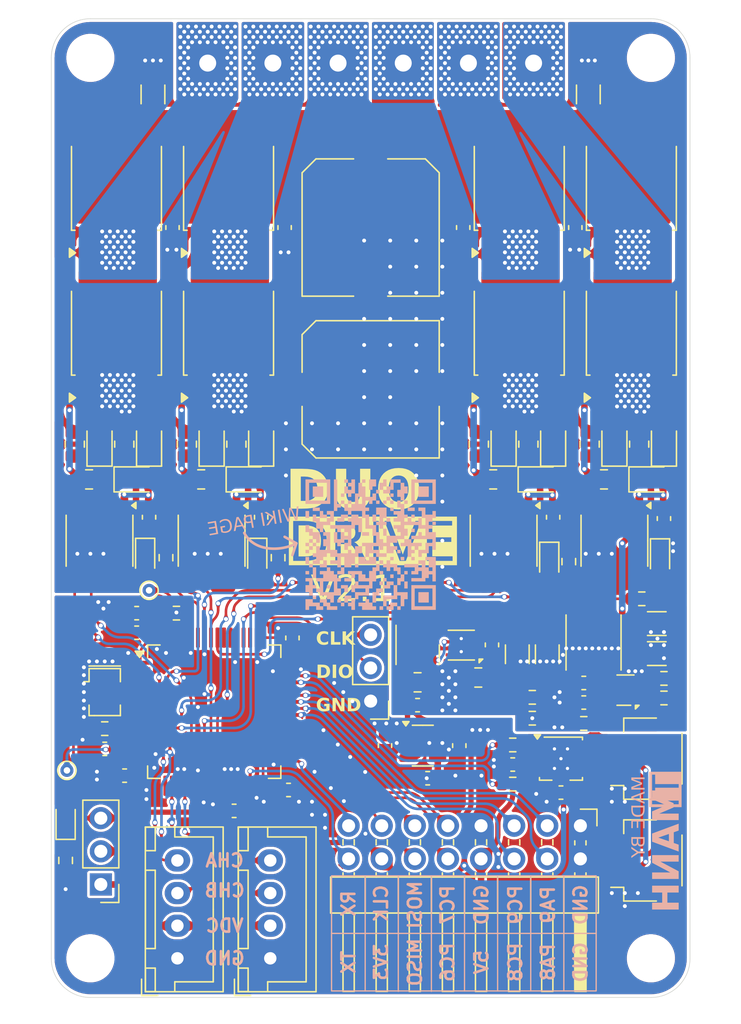
<source format=kicad_pcb>
(kicad_pcb (version 20241229) (generator "pcbnew") (generator_version "9.0")
  (layers (0 "F.Cu" signal) (2 "B.Cu" signal) (13 "F.Paste" user) (15 "B.Paste" user) (5 "F.SilkS" user "F.Silkscreen") (7 "B.SilkS" user "B.Silkscreen") (1 "F.Mask" user) (3 "B.Mask" user) (25 "Edge.Cuts" user))
  (net 0 "")
  (net 1 "MOTOR_OUT_3")
  (net 2 "MOTOR_OUT_4")
  (net 3 "MOTOR_OUT_2")
  (net 4 "MOTOR_OUT_1")
  (net 5 "PC6")
  (net 6 "PC7")
  (net 7 "PC8")
  (net 8 "PC9")
  (net 9 "PA8")
  (net 10 "PA9")
  (net 11 "SPI_MISO")
  (net 12 "SPI_MOSI")
  (net 13 "SPI_CLK")
  (net 14 "CAN_L")
  (net 16 "CAN_H")
  (net 18 "Net-(U3-SW)")
  (net 19 "VBUS")
  (net 20 "Net-(U10-BP)")
  (net 21 "Net-(U8-RT)")
  (net 22 "Net-(U8-EN)")
  (net 23 "Net-(U8-FB)")
  (net 24 "LED3")
  (net 28 "GNDS")
  (net 29 "L4")
  (net 30 "H4")
  (net 31 "H3")
  (net 32 "L3")
  (net 38 "H2")
  (net 39 "Net-(U4-PF1)")
  (net 49 "L2")
  (net 51 "Net-(U4-PF0)")
  (net 52 "Net-(U8-SS)")
  (net 53 "Net-(U8-SW)")
  (net 54 "Net-(U8-BST)")
  (net 55 "Net-(D17-K)")
  (net 56 "Net-(D16-K)")
  (net 57 "Net-(D15-K)")
  (net 58 "Net-(D14-K)")
  (net 59 "Net-(D13-K)")
  (net 60 "Net-(D12-K)")
  (net 61 "Net-(D16-A)")
  (net 62 "Net-(D15-A)")
  (net 63 "Net-(D14-A)")
  (net 64 "Net-(D13-A)")
  (net 65 "CANRX")
  (net 66 "CANTX")
  (net 68 "L1")
  (net 69 "H1")
  (net 70 "PWM2B")
  (net 71 "PWM2A")
  (net 72 "PWM1B")
  (net 73 "PWM1A")
  (net 74 "RX")
  (net 75 "TX")
  (net 76 "SWDIO")
  (net 77 "SWCLK")
  (net 78 "BOOT")
  (net 79 "LED4")
  (net 80 "Net-(D20-K)")
  (net 81 "Net-(D11-K)")
  (net 82 "Net-(D10-K)")
  (net 83 "Net-(D9-K)")
  (net 84 "Net-(D8-K)")
  (net 85 "Net-(D7-K)")
  (net 86 "Net-(D6-K)")
  (net 87 "LED2")
  (net 88 "LED1")
  (net 89 "Net-(D11-A)")
  (net 90 "Net-(D10-A)")
  (net 91 "Net-(D7-A)")
  (net 92 "Net-(D6-A)")
  (net 93 "+10V")
  (net 94 "+5V")
  (net 95 "Reset")
  (net 96 "+3.3V")
  (net 97 "GND")
  (net 98 "VDC")
  (net 99 "Net-(U1-RXD)")
  (net 100 "Net-(U1-TXD)")
  (net 101 "Net-(D1-A)")
  (net 102 "Net-(D2-A)")
  (net 103 "Net-(D21-A)")
  (net 104 "Net-(D3-A)")
  (footprint "LED_SMD:LED_0603_1608Metric" (layer "F.Cu") (at 105.8 91.3 -90)
    (property "Reference" "D2" (hide yes))
    (property "Value" "LED_Small")
  )
  (footprint "Capacitor_SMD:C_0603_1608Metric" (layer "F.Cu") (at 130.85 100.9)
    (property "Reference" "C6" (hide yes))
    (property "Value" "100nF")
  )
  (footprint "Capacitor_SMD:C_0603_1608Metric" (layer "F.Cu") (at 121.3 105.7 -90)
    (property "Reference" "C12" (hide yes))
    (property "Value" "10uF")
  )
  (footprint "Package_TO_SOT_SMD:TO-252-2" (layer "F.Cu") (at 95 74 90)
    (property "Reference" "Q2" (hide yes))
    (property "Value" "AOD4184")
  )
  (footprint "Package_SO:SOIC-8_3.9x4.9mm_P1.27mm" (layer "F.Cu") (at 133.2 90 -90)
    (property "Reference" "U7" (hide yes))
    (property "Value" "IR2011")
  )
  (footprint "Resistor_SMD:R_0805_2012Metric" (layer "F.Cu") (at 126.6 82.6 -90)
    (property "Reference" "R18" (hide yes))
    (property "Value" "10R")
  )
  (footprint "MountingHole:MountingHole_3.2mm_M3" (layer "F.Cu") (at 93 122)
    (property "Reference" "H3" (hide yes))
    (property "Value" "MountingHole_Pad")
  )
  (footprint "Capacitor_SMD:C_0603_1608Metric" (layer "F.Cu") (at 115.6 105.7 -90)
    (property "Reference" "C10" (hide yes))
    (property "Value" "10uF")
  )
  (footprint "Capacitor_SMD:C_Elec_10x10.2" (layer "F.Cu") (at 114.5 66 -90)
    (property "Reference" "C1" (hide yes))
    (property "Value" "470uF")
  )
  (footprint "Package_SO:SOIC-8_3.9x4.9mm_P1.27mm" (layer "F.Cu") (at 102.3 90 -90)
    (property "Reference" "U5" (hide yes))
    (property "Value" "IR2011")
  )
  (footprint "Capacitor_SMD:C_0603_1608Metric" (layer "F.Cu") (at 95.625 108 180)
    (property "Reference" "C21" (hide yes))
    (property "Value" "100nF")
  )
  (footprint "MountingHole:MountingHole_3.2mm_M3" (layer "F.Cu") (at 136 122)
    (property "Reference" "H4" (hide yes))
    (property "Value" "MountingHole_Pad")
  )
  (footprint "Resistor_SMD:R_0805_2012Metric" (layer "F.Cu") (at 131.3 82.6 -90)
    (property "Reference" "R19" (hide yes))
    (property "Value" "10R")
  )
  (footprint "Capacitor_SMD:C_0603_1608Metric" (layer "F.Cu") (at 125.4 107.15 180)
    (property "Reference" "C13" (hide yes))
    (property "Value" "100nF")
  )
  (footprint "Package_SO:SOIC-8_3.9x4.9mm_P1.27mm" (layer "F.Cu") (at 93.7 90 -90)
    (property "Reference" "U2" (hide yes))
    (property "Value" "IR2011")
  )
  (footprint "Package_SO:SOIC-8_3.9x4.9mm_P1.27mm" (layer "F.Cu") (at 124.7 90 -90)
    (property "Reference" "U6" (hide yes))
    (property "Value" "IR2011")
  )
  (footprint "Capacitor_SMD:C_0603_1608Metric" (layer "F.Cu") (at 94.1 105.95)
    (property "Reference" "C5" (hide yes))
    (property "Value" "100nF")
  )
  (footprint "Capacitor_SMD:C_0805_2012Metric" (layer "F.Cu") (at 92.9 85.3 180)
    (property "Reference" "C7" (hide yes))
    (property "Value" "1uF")
  )
  (footprint "Capacitor_SMD:C_0603_1608Metric" (layer "F.Cu") (at 96.55 97.05 180)
    (property "Reference" "C4" (hide yes))
    (property "Value" "100nF")
  )
  (footprint "Package_SON:WSON-8-1EP_2x2mm_P0.5mm_EP0.9x1.6mm_ThermalVias" (layer "F.Cu") (at 121.45 98 180)
    (property "Reference" "U3" (hide yes))
    (property "Value" "TPS62173DSG")
  )
  (footprint "Diode_SMD:D_0805_2012Metric" (layer "F.Cu") (at 128.5 82.6 90)
    (property "Reference" "D14" (hide yes))
    (property "Value" "B5819WS")
  )
  (footprint "LED_SMD:LED_0603_1608Metric" (layer "F.Cu") (at 91.1 111.4 90)
    (property "Reference" "D20" (hide yes))
    (property "Value" "LED_Small")
  )
  (footprint "Resistor_SMD:R_0603_1608Metric" (layer "F.Cu") (at 126.9 103.6)
    (property "Reference" "R6" (hide yes))
    (property "Value" "10K")
  )
  (footprint "Capacitor_SMD:C_1206_3216Metric" (layer "F.Cu") (at 128.05 98.7 90)
    (property "Reference" "C28" (hide yes))
    (property "Value" "22uF")
  )
  (footprint "Resistor_SMD:R_0603_1608Metric" (layer "F.Cu") (at 129.7 91.6 90)
    (property "Reference" "R10" (hide yes))
    (property "Value" "1K")
  )
  (footprint "Capacitor_SMD:C_0603_1608Metric" (layer "F.Cu") (at 99.3 66 -90)
    (property "Reference" "C32" (hide yes))
    (property "Value" "1uF")
  )
  (footprint "Capacitor_SMD:C_0603_1608Metric" (layer "F.Cu") (at 107.9 66 -90)
    (property "Reference" "C33" (hide yes))
    (property "Value" "1uF")
  )
  (footprint "Capacitor_SMD:C_0603_1608Metric" (layer "F.Cu") (at 106.1 88.2 -90)
    (property "Reference" "C16" (hide yes))
    (property "Value" "100nF")
  )
  (footprint "Connector_JST:JST_XH_B4B-XH-A_1x04_P2.50mm_Vertical" (layer "F.Cu") (at 106.8 122 90)
    (property "Reference" "J8" (hide yes))
    (property "Value" "ENCODER2")
  )
  (footprint "Package_TO_SOT_SMD:TO-252-2" (layer "F.Cu") (at 134.5 62.9 90)
    (property "Reference" "Q7" (hide yes))
    (property "Value" "AOD4184")
  )
  (footprint "Crystal:Resonator_SMD_Murata_CSTxExxV-3Pin_3.0x1.1mm" (layer "F.Cu") (at 94.1 101.6 -90)
    (property "Reference" "Y1" (hide yes))
    (property "Value" "Resonator")
  )
  (footprint "Diode_SMD:D_0805_2012Metric" (layer "F.Cu") (at 96.5 85.3)
    (property "Reference" "D8" (hide yes))
    (property "Value" "B5819WS")
  )
  (footprint "Package_TO_SOT_SMD:TO-252-2" (layer "F.Cu") (at 103.6 74 90)
    (property "Reference" "Q4" (hide yes))
    (property "Value" "AOD4184")
  )
  (footprint "MountingHole:MountingHole_3.2mm_M3" (layer "F.Cu") (at 136 53)
    (property "Reference" "H2" (hide yes))
    (property "Value" "MountingHole_Pad")
  )
  (footprint "Capacitor_SMD:C_0805_2012Metric" (layer "F.Cu") (at 132.4 85.3 180)
    (property "Reference" "C14" (hide yes))
    (property "Value" "1uF")
  )
  (footprint "Diode_SMD:D_0805_2012Metric" (layer "F.Cu") (at 102.3 82.6 90)
    (property "Reference" "D10" (hide yes))
    (property "Value" "B5819WS")
  )
  (footprint "Diode_SMD:D_0805_2012Metric" (layer "F.Cu") (at 124.7 82.6 90)
    (property "Reference" "D13" (hide yes))
    (property "Value" "B5819WS")
  )
  (footprint "Resistor_SMD:R_0805_2012Metric" (layer "F.Cu") (at 100.4 82.6 -90)
    (property "Reference" "R15" (hide yes))
    (property "Value" "10R")
  )
  (footprint "Diode_SMD:D_0805_2012Metric" (layer "F.Cu") (at 137 82.6 90)
    (property "Reference" "D16" (hide yes))
    (property "Value" "B5819WS")
  )
  (footprint "Capacitor_SMD:C_0805_2012Metric" (layer "F.Cu") (at 118.1 100.85)
    (property "Reference" "C31" (hide yes))
    (property "Value" "22uF")
  )
  (footprint "Capacitor_SMD:C_1206_3216Metric" (layer "F.Cu") (at 125.75 98.7 90)
    (property "Reference" "C20" (hide yes))
    (property "Value" "22uF")
  )
  (footprint "Resistor_SMD:R_0603_1608Metric" (layer "F.Cu") (at 91.1 114.5 -90)
    (property "Reference" "R8" (hide yes))
    (property "Value" "1K")
  )
  (footprint "Capacitor_SMD:C_0603_1608Metric" (layer "F.Cu") (at 108.5 97.45 90)
    (property "Reference" "C22" (hide yes))
    (property "Value" "100nF")
  )
  (footprint "Resistor_SMD:R_0603_1608Metric" (layer "F.Cu") (at 126.9 102 180)
    (property "Reference" "R4" (hide yes))
    (property "Value" "115K")
  )
  (footprint "Resistor_SMD:R_0805_2012Metric" (layer "F.Cu") (at 95.6 82.6 -90)
    (property "Reference" "R14" (hide yes))
    (property "Value" "10R")
  )
  (footprint "Capacitor_SMD:C_0603_1608Metric" (layer "F.Cu") (at 96.55 95.55 180)
    (property "Reference" "C8" (hide yes))
    (property "Value" "100nF")
  )
  (footprint "Diode_SMD:D_0805_2012Metric" (layer "F.Cu") (at 133.2 82.6 90)
    (property "Reference" "D15" (hide yes))
    (property "Value" "B5819WS")
  )
  (footprint "Resistor_SMD:R_0805_2012Metric" (layer "F.Cu") (at 135.1 82.6 -90)
    (property "Reference" "R20" (hide yes))
    (property "Value" "10R")
  )
  (footprint "Package_QFP:LQFP-64_10x10mm_P0.5mm" (layer "F.Cu") (at 102.5 103.1)
    (property "Reference" "U4" (hide yes))
    (property "Value" "STM32G431RBTx")
  )
  (footprint "Capacitor_SMD:C_0805_2012Metric" (layer "F.Cu") (at 123.9 85.3 180)
    (property "Reference" "C17" (hide yes))
    (property "Value" "1uF")
  )
  (footprint "Diode_SMD:D_0805_2012Metric" (layer "F.Cu") (at 127.5 85.3)
    (property "Reference" "D12" (hide yes))
    (property "Value" "B5819WS")
  )
  (footprint "Package_TO_SOT_SMD:TO-252-2" (layer "F.Cu") (at 103.6 62.9 90)
    (property "Reference" "Q3" (hide yes))
    (property "Value" "AOD4184")
  )
  (footprint "Capacitor_SMD:C_0603_1608Metric" (layer "F.Cu") (at 123.8075 97.9825 90)
    (property "Reference" "C41" (hide yes))
    (property "Value" "100nF")
  )
  (footprint "Capacitor_SMD:C_Elec_10x10.2" (layer "F.Cu") (at 114.5 78.4)
    (property "Reference" "C3" (hide yes))
    (property "Value" "470uF")
  )
  (footprint "Diode_SMD:D_0805_2012Metric" (layer "F.Cu") (at 93.7 82.6 90)
    (property "Reference" "D6" (hide yes))
    (property "Value" "B5819WS")
  )
  (footprint "LED_SMD:LED_0603_1608Metric" (layer "F.Cu") (at 128.2 91.6 -90)
    (property "Reference" "D3" (hide yes))
    (property "Value" "LED_Small")
  )
  (footprint "Package_SON:Texas_S-PVSON-N8_ThermalVias" (layer "F.Cu") (at 129.1 106.7)
    (property "Reference" "U1" (hide yes))
    (property "Value" "TCAN1044V")
  )
  (footprint "Connector_JST:JST_SH_SM04B-SRSS-TB_1x04-1MP_P1.00mm_Horizontal" (layer "F.Cu") (at 135.7 114.5 90)
    (property "Reference" "J5" (hide yes))
    (property "Value" "CAN_OUT")
  )
  (footprint "Capacitor_SMD:C_0805_2012Metric" (layer "F.Cu") (at 101.5 85.3 180)
    (property "Reference" "C9" (hide yes))
    (property "Value" "1uF")
  )
  (footprint "Connector_PinHeader_2.54mm:PinHeader_1x03_P2.54mm_Vertical" (layer "F.Cu") (at 114.5 102.29 180)
    (property "Reference" "J3" (hide yes))
    (property "Value" "SWD")
  )
  (footprint "Capacitor_SMD:C_0603_1608Metric" (layer "F.Cu") (at 121.6 66 -90)
    (property "Reference" "C35" (hide yes))
    (property "Value" "1uF")
  )
  (footprint "Capacitor_SMD:C_0603_1608Metric" (layer "F.Cu") (at 118.1 102.6)
    (property "Reference" "C42" (hide yes))
    (property "Value" "100nF")
  )
  (footprint "Resistor_SMD:R_0603_1608Metric" (layer "F.Cu") (at 125.4 105.65)
    (property "Reference" "R22" (hide yes))
    (property "Value" "47R")
  )
  (footprint "Capacitor_SMD:C_0603_1608Metric" (layer "F.Cu") (at 137 88.3 -90)
    (property "Reference" "C30" (hide yes))
    (property "Value" "100nF")
  )
  (footprint "TerminalBlock_MetzConnect:TerminalBlock_MetzConnect_Type094_RT03506HBLU_1x06_P5.00mm_Horizontal" (layer "F.Cu") (at 102 53.4)
    (property "Reference" "J6" (hide yes))
    (property "Value" "POWER")
  )
  (footprint "Capacitor_SMD:C_1206_3216Metric" (layer "F.Cu") (at 97.8 55.8 -90)
    (property "Reference" "C24" (hide yes))
    (property "Value" "22uF")
  )
  (footprint "Resistor_SMD:R_0805_2012Metric" (layer "F.Cu") (at 122.8 82.6 -90)
    (property "Reference" "R17" (hide yes))
    (property "Value" "10R")
  )
  (footprint "Resistor_SMD:R_0603_1608Metric" (layer "F.Cu") (at 137 102.05)
    (property "Reference" "R12" (hide yes))
    (property "Value" "10K")
  )
  (footprint "Resistor_SMD:R_0603_1608Metric" (layer "F.Cu") (at 135.3 94.45)
    (property "Reference" "R9" (hide yes))
    (property "Value" "1K")
  )
  (footprint "Resistor_SMD:R_0805_2012Metric" (layer "F.Cu") (at 91.8 82.6 -90)
    (property "Reference" "R13" (hide yes))
    (property "Value" "10R")
  )
  (footprint "Package_TO_SOT_SMD:TO-252-2" (layer "F.Cu") (at 125.9 62.9 90)
    (property "Reference" "Q5" (hide yes))
    (property "Value" "AOD4184")
  )
  (footprint "Capacitor_SMD:C_0603_1608Metric" (layer "F.Cu") (at 130.2 66 -90)
    (property "Reference" "C34" (hide yes))
    (property "Value" "1uF")
  )
  (footprint "Inductor_SMD_Wurth:L_Wurth_WE-LQSH-3012" (layer "F.Cu") (at 118.1075 97.9825 -90)
    (property "Reference" "L2" (hide yes))
    (property "Value" "2.2uH")
  )
  (footprint "Capacitor_SMD:C_0603_1608Metric" (layer "F.Cu") (at 118.875 108.2 180)
    (property "Reference" "C26" (hide yes))
    (property "Value" "470pF")
  )
  (footprint "Capacitor_SMD:C_0805_2012Metric" (layer "F.Cu") (at 122.7575 100.4825 180)
    (property "Reference" "C29" (hide yes))
    (property "Value" "10uF")
  )
  (footprint "Capacitor_SMD:C_1206_3216Metric" (layer "F.Cu") (at 136.45 96.35 180)
    (property "Reference" "C27" (hide yes))
    (property "Value" "22uF")
  )
  (footprint "Resistor_SMD:R_0603_1608Metric" (layer "F.Cu") (at 125.4 108.65)
    (property "Reference" "R21" (hide yes))
    (property "Value" "47R")
  )
  (footprint "Package_TO_SOT_SMD:SOT-583-8" (layer "F.Cu") (at 134.05 101.45 180)
    (property "Reference" "U8" (hide yes))
    (property "Value" "TPS62933")
  )
  (footprint "TestPoint:TestPoint_THTPad_D1.0mm_Drill0.5mm" (layer "F.Cu") (at 97.5 93.8)
    (property "Reference" "TP1" (hide yes))
    (property "Value" "TestPoint")
  )
  (footprint "Resistor_SMD:R_0603_1608Metric" (layer "F.Cu") (at 130.85 104)
    (property "Reference" "R11" (hide yes))
    (property "Value" "1K")
  )
  (footprint "Capacitor_SMD:C_0603_1608Metric" (layer "F.Cu") (at 130.85 102.4)
    (property "Reference" "C25" (hide yes))
    (property "Value" "33nF")
  )
  (footprint "Connector_JST:JST_SH_SM04B-SRSS-TB_1x04-1MP_P1.00mm_Horizontal" (layer "F.Cu") (at 135.7 106.7 90)
    (property "Reference" "J4" (hide yes))
    (property "Value" "CAN_IN")
  )
  (footprint "Capacitor_SMD:C_1206_3216Metric" (layer "F.Cu") (at 136.45 98.65 180)
    (property "Reference" "C18" (hide yes))
    (property "Value" "22uF")
  )
  (footprint "Resistor_SMD:R_0603_1608Metric" (layer "F.Cu") (at 107.4 91.3 90)
    (property "Reference" "R3" (hide yes))
    (property "Value" "1K")
  )
  (footprint "Diode_SMD:D_0805_2012Metric" (layer "F.Cu") (at 97.5 82.6 90)
    (property "Reference" "D7" (hide yes))
    (property "Value" "B5819WS")
  )
  (footprint "LED_SMD:LED_0603_1608Metric" (layer "F.Cu") (at 136.7 91.34 -90)
    (property "Reference" "D21" (hide yes))
    (property "Value" "LED_Small")
  )
  (footprint "Connector_JST:JST_XH_B4B-XH-A_1x04_P2.50mm_Vertical" (layer "F.Cu") (at 99.675 122 90)
    (property "Reference" "J7" (hide yes))
    (property "Value" "ENCODER1")
  )
  (footprint "Package_TO_SOT_SMD:TO-252-2" (layer "F.Cu") (at 134.5 74 90)
    (property "Reference" "Q8" (hide yes))
    (property "Value" "AOD4184")
  )
  (footprint "MountingHole:MountingHole_3.2mm_M3" (layer "F.Cu") (at 93 53)
    (property "Reference" "H1" (hide yes))
    (property "Value" "MountingHole_Pad")
  )
  (footprint "Inductor_SMD:L_APV_ANR4020" (layer "F.Cu") (at 131.6 97.8 90)
    (property "Reference" "L1" (hide yes))
    (property "Value" "12uH")
  )
  (footprint "Diode_SMD:D_0805_2012Metric" (layer "F.Cu") (at 106.1 82.6 90)
    (property "Reference" "D11" (hide yes))
    (property "Value" "B5819WS")
  )
  (footprint "Capacitor_SMD:C_0603_1608Metric" (layer "F.Cu") (at 129.1 109.3 180)
    (property "Reference" "C36" (hide yes))
    (property "Value" "100nF")
  )
  (footprint "Resistor_SMD:R_0603_1608Metric" (layer "F.Cu") (at 98.8 91.3 90)
    (property "Reference" "R1" (hide yes))
    (property "Value" "1K")
  )
  (footprint "Package_TO_SOT_SMD:TO-252-2" (layer "F.Cu") (at 95 62.9 90)
    (property "Reference" "Q1" (hide yes))
    (property "Value" "AOD4184")
  )
  (footprint "Diode_SMD:D_0805_2012Metric" (layer "F.Cu") (at 136 85.3)
    (property "Reference" "D17" (hide yes))
    (property "Value" "B5819WS")
  )
  (footprint "Connector_PinHeader_2.54mm:PinHeader_2x08_P2.54mm_Horizontal" (layer "F.Cu") (at 130.590001 111.84 -90)
    (property "Reference" "J2" (hide yes))
    (property "Value" "Conn_02x08_Odd_Even")
  )
  (footprint "Capacitor_SMD:C_1206_3216Metric" (layer "F.Cu") (at 131.2 55.8 -90)
    (property "Reference" "C23" (hide yes))
    (property "Value" "22uF")
  )
  (footprint "Diode_SMD:D_0805_2012Metric" (layer "F.Cu") (at 105.1 85.3)
    (property "Reference" "D9" (hide yes))
    (property "Value" "B5819WS")
  )
  (footprint "Resistor_SMD:R_0603_1608Metric" (layer "F.Cu") (at 94.1 104.4 180)
    (property "Reference" "R5" (hide yes))
    (property "Value" "10K")
  )
  (footprint "Connector_PinHeader_2.54mm:PinHeader_1x03_P2.54mm_Vertical" (layer "F.Cu") (at 93.8 116.34 180)
    (property "Reference" "JP2" (hide yes))
    (property "Value" "Jumper_3_Open")
  )
  (footprint "Resistor_SMD:R_0603_1608Metric" (layer "F.Cu") (at 99.6 95.55)
    (property "Reference" "R2" (hide yes))
    (property "Value" "10K")
  )
  (footprint "Resistor_SMD:R_0805_2012Metric" (layer "F.Cu") (at 104.2 82.6 -90)
    (property "Reference" "R16" (hide yes))
    (property "Value" "10R")
  )
  (footprint "Capacitor_SMD:C_0603_1608Metric" (layer "F.Cu") (at 108.2 109.1)
    (property "Reference" "C11" (hide yes))
    (property "Value" "100nF")
  )
  (footprint "Resistor_SMD:R_0603_1608Metric" (layer "F.Cu") (at 137 100.55 180)
    (property "Reference" "R7" (hide yes))
    (property "Value" "10K")
  )
  (footprint "Package_TO_SOT_SMD:SOT-23-5" (layer "F.Cu") (at 118.5 105.7)
    (property "Reference" "U10" (hide yes))
    (property "Value" "MIC5219-3.3YM5")
  )
  (footprint "Capacitor_SMD:C_0603_1608Metric" (layer "F.Cu") (at 104.025 110.7 180)
    (property "Reference" "C2" (hide yes))
    (property "Value" "100nF")
  )
  (footprint "TestPoint:TestPoint_THTPad_D1.0mm_Drill0.5mm" (layer "F.Cu") (at 91.2 107.6)
    (property "Reference" "TP2" (hide yes))
    (property "Value" "TestPoint")
  )
  (footprint "Capacitor_SMD:C_0603_1608Metric" (layer "F.Cu") (at 97.5 88.2 -90)
    (property "Reference" "C15" (hide yes))
    (property "Value" "100nF")
  )
  (footprint "LED_SMD:LED_0603_1608Metric" (layer "F.Cu") (at 97.2 91.3 -90)
    (property "Reference" "D1" (hide yes))
    (property "Value" "LED_Small")
  )
  (footprint "Capacitor_SMD:C_0603_1608Metric" (layer "F.Cu") (at 128.5 88.2 -90)
    (property "Reference" "C19" (hide yes))
    (property "Value" "100nF")
  )
  (footprint "Package_TO_SOT_SMD:TO-252-2" (layer "F.Cu") (at 125.9 74 90)
    (property "Reference" "Q6" (hide yes))
    (property "Value" "AOD4184")
  )
  (footprint "NetTie:NetTie-2_SMD_Pad2.0mm" (layer "B.Cu") (at 112.63 93.690001 90)
    (property "Reference" "NT1" (hide yes))
    (property "Value" "NetTie_2" (hide yes))
  )
  (footprint "LOGO" (layer "B.Cu") (at 114.5 90.3 180)
    (property "Reference" "G***" (hide yes))
    (property "Value" "LOGO" (hide yes))
  )
  (gr_line (start 108.800001 90.2) (end 108.500001 91.1) (stroke (width 0.2)) (layer "B.SilkS"))
  (gr_line (start 119.160001 115.77) (end 119.160001 124.53) (stroke (width 0.1)) (layer "B.SilkS"))
  (gr_line (start 124.240001 115.77) (end 124.240001 124.5) (stroke (width 0.1)) (layer "B.SilkS"))
  (gr_line (start 114.080001 115.77) (end 114.080001 124.5) (stroke (width 0.1)) (layer "B.SilkS"))
  (gr_line (start 116.620001 115.77) (end 116.620001 124.53) (stroke (width 0.1)) (layer "B.SilkS"))
  (gr_line (start 108.800001 90.2) (end 107.9 89.7) (stroke (width 0.2)) (layer "B.SilkS"))
  (gr_line (start 121.700001 115.77) (end 121.700001 124.5) (stroke (width 0.1)) (layer "B.SilkS"))
  (gr_line (start 129.320001 115.7) (end 129.320001 124.5) (stroke (width 0.1)) (layer "B.SilkS"))
  (gr_curve (pts (xy 108.800001 90.2) (xy 107.7 90.8) (xy 105.6 90.9) (xy 104.8 89.4)) (stroke (width 0.2)) (layer "B.SilkS"))
  (gr_line (start 131.8 120.090228) (end 111.5 120.090227) (stroke (width 0.1)) (layer "B.SilkS"))
  (gr_line (start 126.780001 115.77) (end 126.780001 124.5) (stroke (width 0.1)) (layer "B.SilkS"))
  (gr_rect (start 111.5 115.680455) (end 131.8 124.5) (stroke (width 0.1)) (fill no) (layer "B.SilkS"))
  (gr_line (start 93 50) (end 136 50) (stroke (width 0.05)) (layer "Edge.Cuts"))
  (gr_arc (start 136 50) (mid 138.12132 50.87868) (end 139 53) (stroke (width 0.05)) (layer "Edge.Cuts"))
  (gr_line (start 139 53) (end 139 122) (stroke (width 0.05)) (layer "Edge.Cuts"))
  (gr_arc (start 90 53) (mid 90.87868 50.87868) (end 93 50) (stroke (width 0.05)) (layer "Edge.Cuts"))
  (gr_line (start 136 125) (end 93 125) (stroke (width 0.05)) (layer "Edge.Cuts"))
  (gr_line (start 90 122) (end 90 53) (stroke (width 0.05)) (layer "Edge.Cuts"))
  (gr_arc (start 139 122) (mid 138.12132 124.12132) (end 136 125) (stroke (width 0.05)) (layer "Edge.Cuts"))
  (gr_arc (start 93 125) (mid 90.87868 124.12132) (end 90 122) (stroke (width 0.05)) (layer "Edge.Cuts"))
  (gr_text "CLK" (at 110.3 97.55 0) (layer "F.SilkS") (effects (font (size 1 1) (thickness 0.2) (bold yes)) (justify left)))
  (gr_text "V2.1" (at 109.9 93.8 0) (layer "F.SilkS") (effects (font (size 2 2) (thickness 0.1)) (justify left)))
  (gr_text "DIO" (at 110.3 100.1 0) (layer "F.SilkS") (effects (font (size 1 1) (thickness 0.2) (bold yes)) (justify left)))
  (gr_text "GND" (at 110.3 102.65 0) (layer "F.SilkS") (effects (font (size 1 1) (thickness 0.2) (bold yes)) (justify left)))
  (gr_text "DUO" (at 113.2 86.3 0) (layer "F.SilkS") (effects (font (size 3 3) (thickness 0.4) (bold yes))))
  (gr_text "DRIVE" (at 114.6 90.3 0) (layer "F.SilkS" knockout) (effects (font (size 3 3) (thickness 0.1))))
  (gr_text "PA9" (at 128.1 117.9 90) (layer "B.SilkS") (effects (font (size 1 1) (thickness 0.2) (bold yes)) (justify mirror)))
  (gr_text "PA8" (at 128.1 122.3 90) (layer "B.SilkS") (effects (font (size 1 1) (thickness 0.2) (bold yes)) (justify mirror)))
  (gr_text "PC6" (at 120.4 122.3 90) (layer "B.SilkS") (effects (font (size 1 1) (thickness 0.2) (bold yes)) (justify mirror)))
  (gr_text "5V" (at 123 122.3 90) (layer "B.SilkS") (effects (font (size 1 1) (thickness 0.2) (bold yes)) (justify mirror)))
  (gr_text "GND" (at 103.3 122 0) (layer "B.SilkS") (effects (font (size 1 1) (thickness 0.2) (bold yes)) (justify mirror)))
  (gr_text "GND" (at 130.6 122.3 90) (layer "B.SilkS") (effects (font (size 1 1) (thickness 0.2) (bold yes)) (justify mirror)))
  (gr_text "RX" (at 112.8 117.8 90) (layer "B.SilkS") (effects (font (size 1 1) (thickness 0.2) (bold yes)) (justify mirror)))
  (gr_text "GND" (at 130.6 117.9 90) (layer "B.SilkS") (effects (font (size 1 1) (thickness 0.2) (bold yes)) (justify mirror)))
  (gr_text "TX" (at 112.8 122.3 90) (layer "B.SilkS") (effects (font (size 1 1) (thickness 0.2) (bold yes)) (justify mirror)))
  (gr_text "CHA" (at 103.3 114.5 0) (layer "B.SilkS") (effects (font (size 1 1) (thickness 0.2) (bold yes)) (justify mirror)))
  (gr_text "PC9" (at 125.6 117.9 90) (layer "B.SilkS") (effects (font (size 1 1) (thickness 0.2) (bold yes)) (justify mirror)))
  (gr_text "MOSI" (at 117.9 117.9 90) (layer "B.SilkS") (effects (font (size 1 1) (thickness 0.2) (bold yes)) (justify mirror)))
  (gr_text "PC7" (at 120.4 117.9 90) (layer "B.SilkS") (effects (font (size 1 1) (thickness 0.2) (bold yes)) (justify mirror)))
  (gr_text "MISO" (at 117.9 122.3 90) (layer "B.SilkS") (effects (font (size 1 1) (thickness 0.2) (bold yes)) (justify mirror)))
  (gr_text "CLK" (at 115.3 117.8 90) (layer "B.SilkS") (effects (font (size 1 1) (thickness 0.2) (bold yes)) (justify mirror)))
  (gr_text "GND" (at 123 117.9 90) (layer "B.SilkS") (effects (font (size 1 1) (thickness 0.2) (bold yes)) (justify mirror)))
  (gr_text "3V3" (at 115.3 122.3 90) (layer "B.SilkS") (effects (font (size 1 1) (thickness 0.2) (bold yes)) (justify mirror)))
  (gr_text "CHB" (at 103.3 116.8 0) (layer "B.SilkS") (effects (font (size 1 1) (thickness 0.2) (bold yes)) (justify mirror)))
  (gr_text "PC8" (at 125.6 122.3 90) (layer "B.SilkS") (effects (font (size 1 1) (thickness 0.2) (bold yes)) (justify mirror)))
  (gr_text "WIKI PAGE" (at 102 89.200001 10) (layer "B.SilkS") (effects (font (size 1 1) (thickness 0.1)) (justify right mirror)))
  (gr_text "MANH" (at 137.3 113.7 90) (layer "B.SilkS") (effects (font (size 2 2) (thickness 0.4) (bold yes)) (justify mirror)))
  (gr_text "TI" (at 137.3 109.199999 90) (layer "B.SilkS" knockout) (effects (font (size 2 2) (thickness 0.1)) (justify mirror)))
  (gr_text "VDC" (at 103.3 119.5 0) (layer "B.SilkS") (effects (font (size 1 1) (thickness 0.2) (bold yes)) (justify mirror)))
  (gr_text "MADE BY" (at 135.1 107.999999 90) (layer "B.SilkS") (effects (font (size 1 1) (thickness 0.1)) (justify left mirror)))
  (segment (start 122.4 84.6) (end 122.949974 85.15001) (width 0.5) (layer "F.Cu") (net 1))
  (segment (start 122.79845 76.101551) (end 125.9 72.999998) (width 0.5) (layer "F.Cu") (net 1))
  (segment (start 122.400001 77.06349) (end 122.4 80) (width 0.5) (layer "F.Cu") (net 1))
  (segment (start 122.794997 85.454999) (end 122.795 87.525) (width 0.5) (layer "F.Cu") (net 1))
  (via (at 125.1 68.3) (size 0.4) (drill 0.3) (layers "F.Cu" "B.Cu") (net 1))
  (via (at 125.1 66.7) (size 0.4) (drill 0.3) (layers "F.Cu" "B.Cu") (net 1))
  (via (at 120.2 53.4) (size 0.4) (drill 0.3) (layers "F.Cu" "B.Cu") (net 1))
  (via (at 122 51.8) (size 0.4) (drill 0.3) (layers "F.Cu" "B.Cu") (net 1))
  (via (at 124.8 67.1) (size 0.4) (drill 0.3) (layers "F.Cu" "B.Cu") (net 1))
  (via (at 122.9 50.6) (size 0.4) (drill 0.3) (layers "F.Cu" "B.Cu") (net 1))
  (via (at 121.7 50.6) (size 0.4) (drill 0.3) (layers "F.Cu" "B.Cu") (net 1))
  (via (at 122.4 84.6) (size 0.4) (drill 0.3) (layers "F.Cu" "B.Cu") (net 1))
  (via (at 123.8 51.8) (size 0.4) (drill 0.3) (layers "F.Cu" "B.Cu") (net 1))
  (via (at 124.8 68.7) (size 0.4) (drill 0.3) (layers "F.Cu" "B.Cu") (net 1))
  (via (at 126.3 69.1) (size 0.4) (drill 0.3) (layers "F.Cu" "B.Cu") (net 1))
  (via (at 124.1 53) (size 0.4) (drill 0.3) (layers "F.Cu" "B.Cu") (net 1))
  (via (at 120.2 55) (size 0.4) (drill 0.3) (layers "F.Cu" "B.Cu") (net 1))
  (via (at 122.3 55.4) (size 0.4) (drill 0.3) (layers "F.Cu" "B.Cu") (net 1))
  (via (at 123.5 50.6) (size 0.4) (drill 0.3) (layers "F.Cu" "B.Cu") (net 1))
  (via (at 121.4 51) (size 0.4) (drill 0.3) (layers "F.Cu" "B.Cu") (net 1))
  (via (at 121.1 50.6) (size 0.4) (drill 0.3) (layers "F.Cu" "B.Cu") (net 1))
  (via (at 127.2 68.7) (size 0.4) (drill 0.3) (layers "F.Cu" "B.Cu") (net 1))
  (via (at 123.8 55.8) (size 0.4) (drill 0.3) (layers "F.Cu" "B.Cu") (net 1))
  (via (at 125.1 67.5) (size 0.4) (drill 0.3) (layers "F.Cu" "B.Cu") (net 1))
  (via (at 122 55) (size 0.4) (drill 0.3) (layers "F.Cu" "B.Cu") (net 1))
  (via (at 125.4 66.3) (size 0.4) (drill 0.3) (layers "F.Cu" "B.Cu") (net 1))
  (via (at 120.5 53.8) (size 0.4) (drill 0.3) (layers "F.Cu" "B.Cu") (net 1))
  (via (at 124.8 66.3) (size 0.4) (drill 0.3) (layers "F.Cu" "B.Cu") (net 1))
  (via (at 120.5 52.2) (size 0.4) (drill 0.3) (layers "F.Cu" "B.Cu") (net 1))
  (via (at 124.1 51.4) (size 0.4) (drill 0.3) (layers "F.Cu" "B.Cu") (net 1))
  (via (at 125.7 67.5) (size 0.4) (drill 0.3) (layers "F.Cu" "B.Cu") (net 1))
  (via (at 121.4 55.8) (size 0.4) (drill 0.3) (layers "F.Cu" "B.Cu") (net 1))
  (via (at 126.6 66.3) (size 0.4) (drill 0.3) (layers "F.Cu" "B.Cu") (net 1))
  (via (at 125.4 67.1) (size 0.4) (drill 0.3) (layers "F.Cu" "B.Cu") (net 1))
  (via (at 124.1 50.6) (size 0.4) (drill 0.3) (layers "F.Cu" "B.Cu") (net 1))
  (via (at 122.9 55.4) (size 0.4) (drill 0.3) (layers "F.Cu" "B.Cu") (net 1))
  (via (at 120.8 55) (size 0.4) (drill 0.3) (layers "F.Cu" "B.Cu") (net 1))
  (via (at 123.8 51) (size 0.4) (drill 0.3) (layers "F.Cu" "B.Cu") (net 1))
  (via (at 119.9 52.2) (size 0.4) (drill 0.3) (layers "F.Cu" "B.Cu") (net 1))
  (via (at 125.1 69.1) (size 0.4) (drill 0.3) (layers "F.Cu" "B.Cu") (net 1))
  (via (at 127.2 67.1) (size 0.4) (drill 0.3) (layers "F.Cu" "B.Cu") (net 1))
  (via (at 122.4 80) (size 0.4) (drill 0.3) (layers "F.Cu" "B.Cu") (net 1))
  (via (at 124.1 55.4) (size 0.4) (drill 0.3) (layers "F.Cu" "B.Cu") (net 1))
  (via (at 123.5 54.6) (size 0.4) (drill 0.3) (layers "F.Cu" "B.Cu") (net 1))
  (via (at 119.9 53.8) (size 0.4) (drill 0.3) (layers "F.Cu" "B.Cu") (net 1))
  (via (at 120.2 51.8) (size 0.4) (drill 0.3) (layers "F.Cu" "B.Cu") (net 1))
  (via (at 119.9 55.4) (size 0.4) (drill 0.3) (layers "F.Cu" "B.Cu") (net 1))
  (via (at 120.8 51.8) (size 0.4) (drill 0.3) (layers "F.Cu" "B.Cu") (net 1))
  (via (at 123.5 53) (size 0.4) (drill 0.3) (layers "F.Cu" "B.Cu") (net 1))
  (via (at 126.9 66.7) (size 0.4) (drill 0.3) (layers "F.Cu" "B.Cu") (net 1))
  (via (at 122.6 55) (size 0.4) (drill 0.3) (layers "F.Cu" "B.Cu") (net 1))
  (via (at 126.9 69.1) (size 0.4) (drill 0.3) (layers "F.Cu" "B.Cu") (net 1))
  (via (at 123.2 55.8) (size 0.4) (drill 0.3) (layers "F.Cu" "B.Cu") (net 1))
  (via (at 120.2 51) (size 0.4) (drill 0.3) (layers "F.Cu" "B.Cu") (net 1))
  (via (at 122.3 51.4) (size 0.4) (drill 0.3) (layers "F.Cu" "B.Cu") (net 1))
  (via (at 120.5 53) (size 0.4) (drill 0.3) (layers "F.Cu" "B.Cu") (net 1))
  (via (at 123.8 52.6) (size 0.4) (drill 0.3) (layers "F.Cu" "B.Cu") (net 1))
  (via (at 124.1 53.8) (size 0.4) (drill 0.3) (layers "F.Cu" "B.Cu") (net 1))
  (via (at 121.1 55.4) (size 0.4) (drill 0.3) (layers "F.Cu" "B.Cu") (net 1))
  (via (at 122.6 51.8) (size 0.4) (drill 0.3) (layers "F.Cu" "B.Cu") (net 1))
  (via (at 126.6 67.1) (size 0.4) (drill 0.3) (layers "F.Cu" "B.Cu") (net 1))
  (via (at 126.9 68.3) (size 0.4) (drill 0.3) (layers "F.Cu" "B.Cu") (net 1))
  (via (at 120.2 54.2) (size 0.4) (drill 0.3) (layers "F.Cu" "B.Cu") (net 1))
  (via (at 121.4 51.8) (size 0.4) (drill 0.3) (layers "F.Cu" "B.Cu") (net 1))
  (via (at 120.2 52.6) (size 0.4) (drill 0.3) (layers "F.Cu" "B.Cu") (net 1))
  (via (at 119.9 54.6) (size 0.4) (drill 0.3) (layers "F.Cu" "B.Cu") (net 1))
  (via (at 119.9 50.6) (size 0.4) (drill 0.3) (layers "F.Cu" "B.Cu") (net 1))
  (via (at 119.9 53) (size 0.4) (drill 0.3) (layers "F.Cu" "B.Cu") (net 1))
  (via (at 122 55.8) (size 0.4) (drill 0.3) (layers "F.Cu" "B.Cu") (net 1))
  (via (at 120.8 55.8) (size 0.4) (drill 0.3) (layers "F.Cu" "B.Cu") (net 1))
  (via (at 126.9 67.5) (size 0.4) (drill 0.3) (layers "F.Cu" "B.Cu") (net 1))
  (via (at 124.1 54.6) (size 0.4) (drill 0.3) (layers "F.Cu" "B.Cu") (net 1))
  (via (at 126.3 67.5) (size 0.4) (drill 0.3) (layers "F.Cu" "B.Cu") (net 1))
  (via (at 126 68.7) (size 0.4) (drill 0.3) (layers "F.Cu" "B.Cu") (net 1))
  (via (at 123.5 52.2) (size 0.4) (drill 0.3) (layers "F.Cu" "B.Cu") (net 1))
  (via (at 125.4 67.9) (size 0.4) (drill 0.3) (layers "F.Cu" "B.Cu") (net 1))
  (via (at 121.1 51.4) (size 0.4) (drill 0.3) (layers "F.Cu" "B.Cu") (net 1))
  (via (at 122.6 55.8) (size 0.4) (drill 0.3) (layers "F.Cu" "B.Cu") (net 1))
  (via (at 121.4 55) (size 0.4) (drill 0.3) (layers "F.Cu" "B.Cu") (net 1))
  (via (at 123.2 51) (size 0.4) (drill 0.3) (layers "F.Cu" "B.Cu") (net 1))
  (via (at 120.8 51) (size 0.4) (drill 0.3) (layers "F.Cu" "B.Cu") (net 1))
  (via (at 123.5 51.4) (size 0.4) (drill 0.3) (layers "F.Cu" "B.Cu") (net 1))
  (via (at 127.2 66.3) (size 0.4) (drill 0.3) (layers "F.Cu" "B.Cu") (net 1))
  (via (at 126.6 68.7) (size 0.4) (drill 0.3) (layers "F.Cu" "B.Cu") (net 1))
  (via (at 122.9 51.4) (size 0.4) (drill 0.3) (layers "F.Cu" "B.Cu") (net 1))
  (via (at 126.3 66.7) (size 0.4) (drill 0.3) (layers "F.Cu" "B.Cu") (net 1))
  (via (at 120.5 54.6) (size 0.4) (drill 0.3) (layers "F.Cu" "B.Cu") (net 1))
  (via (at 125.7 66.7) (size 0.4) (drill 0.3) (layers "F.Cu" "B.Cu") (net 1))
  (via (at 121.7 51.4) (size 0.4) (drill 0.3) (layers "F.Cu" "B.Cu") (net 1))
  (via (at 120.2 55.8) (size 0.4) (drill 0.3) (layers "F.Cu" "B.Cu") (net 1))
  (via (at 122.3 50.6) (size 0.4) (drill 0.3) (layers "F.Cu" "B.Cu") (net 1))
  (via (at 121.7 55.4) (size 0.4) (drill 0.3) (layers "F.Cu" "B.Cu") (net 1))
  (via (at 120.5 55.4) (size 0.4) (drill 0.3) (layers "F.Cu" "B.Cu") (net 1))
  (via (at 126.6 67.9) (size 0.4) (drill 0.3) (layers "F.Cu" "B.Cu") (net 1))
  (via (at 125.7 69.1) (size 0.4) (drill 0.3) (layers "F.Cu" "B.Cu") (net 1))
  (via (at 120.5 50.6) (size 0.4) (drill 0.3) (layers "F.Cu" "B.Cu") (net 1))
  (via (at 123.5 55.4) (size 0.4) (drill 0.3) (layers "F.Cu" "B.Cu") (net 1))
  (via (at 119.9 51.4) (size 0.4) (drill 0.3) (layers "F.Cu" "B.Cu") (net 1))
  (via (at 123.2 51.8) (size 0.4) (drill 0.3) (layers "F.Cu" "B.Cu") (net 1))
  (via (at 122.6 51) (size 0.4) (drill 0.3) (layers "F.Cu" "B.Cu") (net 1))
  (via (at 123.2 55) (size 0.4) (drill 0.3) (layers "F.Cu" "B.Cu") (net 1))
  (via (at 120.5 51.4) (size 0.4) (drill 0.3) (layers "F.Cu" "B.Cu") (net 1))
  (via (at 126 66.3) (size 0.4) (drill 0.3) (layers "F.Cu" "B.Cu") (net 1))
  (via (at 123.5 53.8) (size 0.4) (drill 0.3) (layers "F.Cu" "B.Cu") (net 1))
  (via (at 126.3 68.3) (size 0.4) (drill 0.3) (layers "F.Cu" "B.Cu") (net 1))
  (via (at 122 51) (size 0.4) (drill 0.3) (layers "F.Cu" "B.Cu") (net 1))
  (via (at 126 67.9) (size 0.4) (drill 0.3) (layers "F.Cu" "B.Cu") (net 1))
  (via (at 127.2 67.9) (size 0.4) (drill 0.3) (layers "F.Cu" "B.Cu") (net 1))
  (via (at 123.8 54.2) (size 0.4) (drill 0.3) (layers "F.Cu" "B.Cu") (net 1))
  (via (at 124.1 52.2) (size 0.4) (drill 0.3) (layers "F.Cu" "B.Cu") (net 1))
  (via (at 124.8 67.9) (size 0.4) (drill 0.3) (layers "F.Cu" "B.Cu") (net 1))
  (via (at 123.8 53.4) (size 0.4) (drill 0.3) (layers "F.Cu" "B.Cu") (net 1))
  (via (at 123.8 55) (size 0.4) (drill 0.3) (layers "F.Cu" "B.Cu") (net 1))
  (via (at 125.7 68.3) (size 0.4) (drill 0.3) (layers "F.Cu" "B.Cu") (net 1))
  (via (at 125.4 68.7) (size 0.4) (drill 0.3) (layers "F.Cu" "B.Cu") (net 1))
  (via (at 126 67.1) (size 0.4) (drill 0.3) (layers "F.Cu" "B.Cu") (net 1))
  (arc (start 122.79845 76.101551) (mid 122.503554 76.542892) (end 122.400001 77.06349) (width 0.5) (layer "F.Cu") (net 1))
  (segment (start 122.4 84.6) (end 122.4 80) (width 0.5) (layer "B.Cu") (net 1))
  (segment (start 131.295 85.454999) (end 131.295 87.525) (width 0.5) (layer "F.Cu") (net 2))
  (segment (start 131.298451 75.941551) (end 134.5 72.74) (width 0.5) (layer "F.Cu") (net 2))
  (segment (start 130.892159 84.499999) (end 131.449994 85.057841) (width 0.5) (layer "F.Cu") (net 2))
  (segment (start 130.9 80) (end 130.900002 76.90349) (width 0.5) (layer "F.Cu") (net 2))
  (via (at 124.9 52.2) (size 0.4) (drill 0.3) (layers "F.Cu" "B.Cu") (net 2))
  (via (at 128.2 55.8) (size 0.4) (drill 0.3) (layers "F.Cu" "B.Cu") (net 2))
  (via (at 129.1 51.4) (size 0.4) (drill 0.3) (layers "F.Cu" "B.Cu") (net 2))
  (via (at 134 67.9) (size 0.4) (drill 0.3) (layers "F.Cu" "B.Cu") (net 2))
  (via (at 125.2 53.4) (size 0.4) (drill 0.3) (layers "F.Cu" "B.Cu") (net 2))
  (via (at 127 55.8) (size 0.4) (drill 0.3) (layers "F.Cu" "B.Cu") (net 2))
  (via (at 134.6 68.7) (size 0.4) (drill 0.3) (layers "F.Cu" "B.Cu") (net 2))
  (via (at 127.6 55.8) (size 0.4) (drill 0.3) (layers "F.Cu" "B.Cu") (net 2))
  (via (at 134.3 68.3) (size 0.4) (drill 0.3) (layers "F.Cu" "B.Cu") (net 2))
  (via (at 133.7 68.3) (size 0.4) (drill 0.3) (layers "F.Cu" "B.Cu") (net 2))
  (via (at 125.8 55.8) (size 0.4) (drill 0.3) (layers "F.Cu" "B.Cu") (net 2))
  (via (at 125.2 54.2) (size 0.4) (drill 0.3) (layers "F.Cu" "B.Cu") (net 2))
  (via (at 133.4 68.7) (size 0.4) (drill 0.3) (layers "F.Cu" "B.Cu") (net 2))
  (via (at 124.9 50.6) (size 0.4) (drill 0.3) (layers "F.Cu" "B.Cu") (net 2))
  (via (at 135.8 66.3) (size 0.4) (drill 0.3) (layers "F.Cu" "B.Cu") (net 2))
  (via (at 134.9 66.7) (size 0.4) (drill 0.3) (layers "F.Cu" "B.Cu") (net 2))
  (via (at 128.2 55) (size 0.4) (drill 0.3) (layers "F.Cu" "B.Cu") (net 2))
  (via (at 125.5 53) (size 0.4) (drill 0.3) (layers "F.Cu" "B.Cu") (net 2))
  (via (at 127 51.8) (size 0.4) (drill 0.3) (layers "F.Cu" "B.Cu") (net 2))
  (via (at 128.5 53) (size 0.4) (drill 0.3) (layers "F.Cu" "B.Cu") (net 2))
  (via (at 126.1 50.6) (size 0.4) (drill 0.3) (layers "F.Cu" "B.Cu") (net 2))
  (via (at 135.8 67.1) (size 0.4) (drill 0.3) (layers "F.Cu" "B.Cu") (net 2))
  (via (at 127.6 51) (size 0.4) (drill 0.3) (layers "F.Cu" "B.Cu") (net 2))
  (via (at 126.1 51.4) (size 0.4) (drill 0.3) (layers "F.Cu" "B.Cu") (net 2))
  (via (at 134.3 67.5) (size 0.4) (drill 0.3) (layers "F.Cu" "B.Cu") (net 2))
  (via (at 124.9 51.4) (size 0.4) (drill 0.3) (layers "F.Cu" "B.Cu") (net 2))
  (via (at 124.9 55.4) (size 0.4) (drill 0.3) (layers "F.Cu" "B.Cu") (net 2))
  (via (at 134 66.3) (size 0.4) (drill 0.3) (layers "F.Cu" "B.Cu") (net 2))
  (via (at 127.9 55.4) (size 0.4) (drill 0.3) (layers "F.Cu" "B.Cu") (net 2))
  (via (at 128.5 55.4) (size 0.4) (drill 0.3) (layers "F.Cu" "B.Cu") (net 2))
  (via (at 133.7 69.1) (size 0.4) (drill 0.3) (layers "F.Cu" "B.Cu") (net 2))
  (via (at 135.2 66.3) (size 0.4) (drill 0.3) (layers "F.Cu" "B.Cu") (net 2))
  (via (at 126.4 51) (size 0.4) (drill 0.3) (layers "F.Cu" "B.Cu") (net 2))
  (via (at 125.2 52.6) (size 0.4) (drill 0.3) (layers "F.Cu" "B.Cu") (net 2))
  (via (at 128.8 52.6) (size 0.4) (drill 0.3) (layers "F.Cu" "B.Cu") (net 2))
  (via (at 134.3 69.1) (size 0.4) (drill 0.3) (layers "F.Cu" "B.Cu") (net 2))
  (via (at 126.1 55.4) (size 0.4) (drill 0.3) (layers "F.Cu" "B.Cu") (net 2))
  (via (at 133.4 67.1) (size 0.4) (drill 0.3) (layers "F.Cu" "B.Cu") (net 2))
  (via (at 124.9 53) (size 0.4) (drill 0.3) (layers "F.Cu" "B.Cu") (net 2))
  (via (at 133.7 67.5) (size 0.4) (drill 0.3) (layers "F.Cu" "B.Cu") (net 2))
  (via (at 127.6 55) (size 0.4) (drill 0.3) (layers "F.Cu" "B.Cu") (net 2))
  (via (at 126.4 51.8) (size 0.4) (drill 0.3) (layers "F.Cu" "B.Cu") (net 2))
  (via (at 134 67.1) (size 0.4) (drill 0.3) (layers "F.Cu" "B.Cu") (net 2))
  (via (at 128.8 55.8) (size 0.4) (drill 0.3) (layers "F.Cu" "B.Cu") (net 2))
  (via (at 135.8 67.9) (size 0.4) (drill 0.3) (layers "F.Cu" "B.Cu") (net 2))
  (via (at 127.9 50.6) (size 0.4) (drill 0.3) (layers "F.Cu" "B.Cu") (net 2))
  (via (at 129.1 50.6) (size 0.4) (drill 0.3) (layers "F.Cu" "B.Cu") (net 2))
  (via (at 126.4 55.8) (size 0.4) (drill 0.3) (layers "F.Cu" "B.Cu") (net 2))
  (via (at 127 55) (size 0.4) (drill 0.3) (layers "F.Cu" "B.Cu") (net 2))
  (via (at 126.7 50.6) (size 0.4) (drill 0.3) (layers "F.Cu" "B.Cu") (net 2))
  (via (at 134.3 66.7) (size 0.4) (drill 0.3) (layers "F.Cu" "B.Cu") (net 2))
  (via (at 125.5 52.2) (size 0.4) (drill 0.3) (layers "F.Cu" "B.Cu") (net 2))
  (via (at 129.1 52.2) (size 0.4) (drill 0.3) (layers "F.Cu" "B.Cu") (net 2))
  (via (at 125.5 54.6) (size 0.4) (drill 0.3) (layers "F.Cu" "B.Cu") (net 2))
  (via (at 134 68.7) (size 0.4) (drill 0.3) (layers "F.Cu" "B.Cu") (net 2))
  (via (at 128.8 53.4) (size 0.4) (drill 0.3) (layers "F.Cu" "B.Cu") (net 2))
  (via (at 128.5 54.6) (size 0.4) (drill 0.3) (layers "F.Cu" "B.Cu") (net 2))
  (via (at 135.5 69.1) (size 0.4) (drill 0.3) (layers "F.Cu" "B.Cu") (net 2))
  (via (at 128.8 54.2) (size 0.4) (drill 0.3) (layers "F.Cu" "B.Cu") (net 2))
  (via (at 125.2 55.8) (size 0.4) (drill 0.3) (layers "F.Cu" "B.Cu") (net 2))
  (via (at 125.5 55.4) (size 0.4) (drill 0.3) (layers "F.Cu" "B.Cu") (net 2))
  (via (at 125.2 51.8) (size 0.4) (drill 0.3) (layers "F.Cu" "B.Cu") (net 2))
  (via (at 133.7 66.7) (size 0.4) (drill 0.3) (layers "F.Cu" "B.Cu") (net 2))
  (via (at 126.4 55) (size 0.4) (drill 0.3) (layers "F.Cu" "B.Cu") (net 2))
  (via (at 133.4 66.3) (size 0.4) (drill 0.3) (layers "F.Cu" "B.Cu") (net 2))
  (via (at 130.892159 84.499999) (size 0.4) (drill 0.3) (layers "F.Cu" "B.Cu") (net 2))
  (via (at 135.2 68.7) (size 0.4) (drill 0.3) (layers "F.Cu" "B.Cu") (net 2))
  (via (at 134.6 66.3) (size 0.4) (drill 0.3) (layers "F.Cu" "B.Cu") (net 2))
  (via (at 128.5 53.8) (size 0.4) (drill 0.3) (layers "F.Cu" "B.Cu") (net 2))
  (via (at 134.6 67.1) (size 0.4) (drill 0.3) (layers "F.Cu" "B.Cu") (net 2))
  (via (at 127 51) (size 0.4) (drill 0.3) (layers "F.Cu" "B.Cu") (net 2))
  (via (at 125.5 53.8) (size 0.4) (drill 0.3) (layers "F.Cu" "B.Cu") (net 2))
  (via (at 134.9 67.5) (size 0.4) (drill 0.3) (layers "F.Cu" "B.Cu") (net 2))
  (via (at 129.1 54.6) (size 0.4) (drill 0.3) (layers "F.Cu" "B.Cu") (net 2))
  (via (at 125.5 51.4) (size 0.4) (drill 0.3) (layers "F.Cu" "B.Cu") (net 2))
  (via (at 125.5 50.6) (size 0.4) (drill 0.3) (layers "F.Cu" "B.Cu") (net 2))
  (via (at 127.3 55.4) (size 0.4) (drill 0.3) (layers "F.Cu" "B.Cu") (net 2))
  (via (at 128.8 55) (size 0.4) (drill 0.3) (layers "F.Cu" "B.Cu") (net 2))
  (via (at 134.9 69.1) (size 0.4) (drill 0.3) (layers "F.Cu" "B.Cu") (net 2))
  (via (at 126.7 51.4) (size 0.4) (drill 0.3) (layers "F.Cu" "B.Cu") (net 2))
  (via (at 128.2 51.8) (size 0.4) (drill 0.3) (layers "F.Cu" "B.Cu") (net 2))
  (via (at 128.5 50.6) (size 0.4) (drill 0.3) (layers "F.Cu" "B.Cu") (net 2))
  (via (at 135.5 67.5) (size 0.4) (drill 0.3) (layers "F.Cu" "B.Cu") (net 2))
  (via (at 135.2 67.1) (size 0.4) (drill 0.3) (layers "F.Cu" "B.Cu") (net 2))
  (via (at 129.1 53) (size 0.4) (drill 0.3) (layers "F.Cu" "B.Cu") (net 2))
  (via (at 127.9 51.4) (size 0.4) (drill 0.3) (layers "F.Cu" "B.Cu") (net 2))
  (via (at 125.2 55) (size 0.4) (drill 0.3) (layers "F.Cu" "B.Cu") (net 2))
  (via (at 129.1 53.8) (size 0.4) (drill 0.3) (layers "F.Cu" "B.Cu") (net 2))
  (via (at 135.8 68.7) (size 0.4) (drill 0.3) (layers "F.Cu" "B.Cu") (net 2))
  (via (at 127.3 50.6) (size 0.4) (drill 0.3) (layers "F.Cu" "B.Cu") (net 2))
  (via (at 135.2 67.9) (size 0.4) (drill 0.3) (layers "F.Cu" "B.Cu") (net 2))
  (via (at 134.9 68.3) (size 0.4) (drill 0.3) (layers "F.Cu" "B.Cu") (net 2))
  (via (at 134.6 67.9) (size 0.4) (drill 0.3) (layers "F.Cu" "B.Cu") (net 2))
  (via (at 130.9 80) (size 0.4) (drill 0.3) (layers "F.Cu" "B.Cu") (net 2))
  (via (at 128.8 51.8) (size 0.4) (drill 0.3) (layers "F.Cu" "B.Cu") (net 2))
  (via (at 135.5 66.7) (size 0.4) (drill 0.3) (layers "F.Cu" "B.Cu") (net 2))
  (via (at 128.5 52.2) (size 0.4) (drill 0.3) (layers "F.Cu" "B.Cu") (net 2))
  (via (at 128.2 51) (size 0.4) (drill 0.3) (layers "F.Cu" "B.Cu") (net 2))
  (via (at 125.2 51) (size 0.4) (drill 0.3) (layers "F.Cu" "B.Cu") (net 2))
  (via (at 125.8 51) (size 0.4) (drill 0.3) (layers "F.Cu" "B.Cu") (net 2))
  (via (at 127.6 51.8) (size 0.4) (drill 0.3) (layers "F.Cu" "B.Cu") (net 2))
  (via (at 127.3 51.4) (size 0.4) (drill 0.3) (layers "F.Cu" "B.Cu") (net 2))
  (via (at 126.7 55.4) (size 0.4) (drill 0.3) (layers "F.Cu" "B.Cu") (net 2))
  (via (at 124.9 54.6) (size 0.4) (drill 0.3) (layers "F.Cu" "B.Cu") (net 2))
  (via (at 135.5 68.3) (size 0.4) (drill 0.3) (layers "F.Cu" "B.Cu") (net 2))
  (via (at 128.5 51.4) (size 0.4) (drill 0.3) (layers "F.Cu" "B.Cu") (net 2))
  (via (at 129.1 55.4) (size 0.4) (drill 0.3) (layers "F.Cu" "B.Cu") (net 2))
  (via (at 133.4 67.9) (size 0.4) (drill 0.3) (layers "F.Cu" "B.Cu") (net 2))
  (via (at 128.8 51) (size 0.4) (drill 0.3) (layers "F.Cu" "B.Cu") (net 2))
  (via (at 125.8 51.8) (size 0.4) (drill 0.3) (layers "F.Cu" "B.Cu") (net 2))
  (via (at 125.8 55) (size 0.4) (drill 0.3) (layers "F.Cu" "B.Cu") (net 2))
  (via (at 124.9 53.8) (size 0.4) (drill 0.3) (layers "F.Cu" "B.Cu") (net 2))
  (arc (start 131.298451 75.941551) (mid 131.003555 76.382892) (end 130.900002 76.90349) (width 0.5) (layer "F.Cu") (net 2))
  (segment (start 130.892159 84.499999) (end 130.892796 80.010764) (width 0.5) (layer "B.Cu") (net 2))
  (segment (start 130.894436 80.006013) (end 130.896076 80.00392) (width 0.5) (layer "B.Cu") (net 2))
  (segment (start 130.9 80) (end 130.894563 80.006118) (width 0.5) (layer "B.Cu") (net 2))
  (arc (start 130.894436 80.006013) (mid 130.894448 80.006126) (end 130.894563 80.006118) (width 0.5) (layer "B.Cu") (net 2))
  (arc (start 130.892796 80.010764) (mid 130.893218 80.008251) (end 130.894436 80.006013) (width 0.5) (layer "B.Cu") (net 2))
  (arc (start 130.894563 80.006118) (mid 130.893253 80.008279) (end 130.892796 80.010764) (width 0.5) (layer "B.Cu") (net 2))
  (segment (start 100 84.476) (end 100.550031 85.025985) (width 0.5) (layer "F.Cu") (net 3))
  (segment (start 100.000002 77.26349) (end 100 80) (width 0.5) (layer "F.Cu") (net 3))
  (segment (start 100.398451 76.301551) (end 103.6 73.1) (width 0.5) (layer "F.Cu") (net 3))
  (segment (start 100.395003 85.455001) (end 100.395 87.525) (width 0.5) (layer "F.Cu") (net 3))
  (via (at 108.8 55) (size 0.4) (drill 0.3) (layers "F.Cu" "B.Cu") (net 3))
  (via (at 106.7 51.4) (size 0.4) (drill 0.3) (layers "F.Cu" "B.Cu") (net 3))
  (via (at 104.6 66.7) (size 0.4) (drill 0.3) (layers "F.Cu" "B.Cu") (net 3))
  (via (at 109.1 51.4) (size 0.4) (drill 0.3) (layers "F.Cu" "B.Cu") (net 3))
  (via (at 103.7 67.1) (size 0.4) (drill 0.3) (layers "F.Cu" "B.Cu") (net 3))
  (via (at 103.7 67.9) (size 0.4) (drill 0.3) (layers "F.Cu" "B.Cu") (net 3))
  (via (at 100 84.476) (size 0.4) (drill 0.3) (layers "F.Cu" "B.Cu") (net 3))
  (via (at 104 67.5) (size 0.4) (drill 0.3) (layers "F.Cu" "B.Cu") (net 3))
  (via (at 108.8 54.2) (size 0.4) (drill 0.3) (layers "F.Cu" "B.Cu") (net 3))
  (via (at 104.9 68.7) (size 0.4) (drill 0.3) (layers "F.Cu" "B.Cu") (net 3))
  (via (at 105.5 52.2) (size 0.4) (drill 0.3) (layers "F.Cu" "B.Cu") (net 3))
  (via (at 102.8 68.3) (size 0.4) (drill 0.3) (layers "F.Cu" "B.Cu") (net 3))
  (via (at 107.3 50.6) (size 0.4) (drill 0.3) (layers "F.Cu" "B.Cu") (net 3))
  (via (at 106.4 55.8) (size 0.4) (drill 0.3) (layers "F.Cu" "B.Cu") (net 3))
  (via (at 103.4 69.1) (size 0.4) (drill 0.3) (layers "F.Cu" "B.Cu") (net 3))
  (via (at 104.9 50.6) (size 0.4) (drill 0.3) (layers "F.Cu" "B.Cu") (net 3))
  (via (at 107.6 51) (size 0.4) (drill 0.3) (layers "F.Cu" "B.Cu") (net 3))
  (via (at 104.6 68.3) (size 0.4) (drill 0.3) (layers "F.Cu" "B.Cu") (net 3))
  (via (at 108.5 54.6) (size 0.4) (drill 0.3) (layers "F.Cu" "B.Cu") (net 3))
  (via (at 107.3 55.4) (size 0.4) (drill 0.3) (layers "F.Cu" "B.Cu") (net 3))
  (via (at 104.9 54.6) (size 0.4) (drill 0.3) (layers "F.Cu" "B.Cu") (net 3))
  (via (at 105.2 51.8) (size 0.4) (drill 0.3) (layers "F.Cu" "B.Cu") (net 3))
  (via (at 108.5 53.8) (size 0.4) (drill 0.3) (layers "F.Cu" "B.Cu") (net 3))
  (via (at 105.8 55) (size 0.4) (drill 0.3) (layers "F.Cu" "B.Cu") (net 3))
  (via (at 109.1 55.4) (size 0.4) (drill 0.3) (layers "F.Cu" "B.Cu") (net 3))
  (via (at 109.1 50.6) (size 0.4) (drill 0.3) (layers "F.Cu" "B.Cu") (net 3))
  (via (at 103.1 66.3) (size 0.4) (drill 0.3) (layers "F.Cu" "B.Cu") (net 3))
  (via (at 104.9 67.1) (size 0.4) (drill 0.3) (layers "F.Cu" "B.Cu") (net 3))
  (via (at 109.1 52.2) (size 0.4) (drill 0.3) (layers "F.Cu" "B.Cu") (net 3))
  (via (at 108.5 53) (size 0.4) (drill 0.3) (layers "F.Cu" "B.Cu") (net 3))
  (via (at 105.5 53) (size 0.4) (drill 0.3) (layers "F.Cu" "B.Cu") (net 3))
  (via (at 107.9 55.4) (size 0.4) (drill 0.3) (layers "F.Cu" "B.Cu") (net 3))
  (via (at 105.8 51) (size 0.4) (drill 0.3) (layers "F.Cu" "B.Cu") (net 3))
  (via (at 104.3 68.7) (size 0.4) (drill 0.3) (layers "F.Cu" "B.Cu") (net 3))
  (via (at 102.5 66.3) (size 0.4) (drill 0.3) (layers "F.Cu" "B.Cu") (net 3))
  (via (at 104.6 69.1) (size 0.4) (drill 0.3) (layers "F.Cu" "B.Cu") (net 3))
  (via (at 103.7 66.3) (size 0.4) (drill 0.3) (layers "F.Cu" "B.Cu") (net 3))
  (via (at 104.9 52.2) (size 0.4) (drill 0.3) (layers "F.Cu" "B.Cu") (net 3))
  (via (at 107.6 55) (size 0.4) (drill 0.3) (layers "F.Cu" "B.Cu") (net 3))
  (via (at 107 55) (size 0.4) (drill 0.3) (layers "F.Cu" "B.Cu") (net 3))
  (via (at 108.8 51.8) (size 0.4) (drill 0.3) (layers "F.Cu" "B.Cu") (net 3))
  (via (at 104.3 67.9) (size 0.4) (drill 0.3) (layers "F.Cu" "B.Cu") (net 3))
  (via (at 108.8 52.6) (size 0.4) (drill 0.3) (layers "F.Cu" "B.Cu") (net 3))
  (via (at 107.9 50.6) (size 0.4) (drill 0.3) (layers "F.Cu" "B.Cu") (net 3))
  (via (at 105.5 55.4) (size 0.4) (drill 0.3) (layers "F.Cu" "B.Cu") (net 3))
  (via (at 103.1 68.7) (size 0.4) (drill 0.3) (layers "F.Cu" "B.Cu") (net 3))
  (via (at 106.4 51.8) (size 0.4) (drill 0.3) (layers "F.Cu" "B.Cu") (net 3))
  (via (at 108.2 51) (size 0.4) (drill 0.3) (layers "F.Cu" "B.Cu") (net 3))
  (via (at 105.5 50.6) (size 0.4) (drill 0.3) (layers "F.Cu" "B.Cu") (net 3))
  (via (at 108.5 50.6) (size 0.4) (drill 0.3) (layers "F.Cu" "B.Cu") (net 3))
  (via (at 103.1 67.1) (size 0.4) (drill 0.3) (layers "F.Cu" "B.Cu") (net 3))
  (via (at 109.1 53) (size 0.4) (drill 0.3) (layers "F.Cu" "B.Cu") (net 3))
  (via (at 105.5 54.6) (size 0.4) (drill 0.3) (layers "F.Cu" "B.Cu") (net 3))
  (via (at 107.6 51.8) (size 0.4) (drill 0.3) (layers "F.Cu" "B.Cu") (net 3))
  (via (at 108.2 55) (size 0.4) (drill 0.3) (layers "F.Cu" "B.Cu") (net 3))
  (via (at 108.2 51.8) (size 0.4) (drill 0.3) (layers "F.Cu" "B.Cu") (net 3))
  (via (at 104.9 53.8) (size 0.4) (drill 0.3) (layers "F.Cu" "B.Cu") (net 3))
  (via (at 104.9 67.9) (size 0.4) (drill 0.3) (layers "F.Cu" "B.Cu") (net 3))
  (via (at 106.1 55.4) (size 0.4) (drill 0.3) (layers "F.Cu" "B.Cu") (net 3))
  (via (at 106.4 51) (size 0.4) (drill 0.3) (layers "F.Cu" "B.Cu") (net 3))
  (via (at 105.2 55.8) (size 0.4) (drill 0.3) (layers "F.Cu" "B.Cu") (net 3))
  (via (at 108.5 52.2) (size 0.4) (drill 0.3) (layers "F.Cu" "B.Cu") (net 3))
  (via (at 107 55.8) (size 0.4) (drill 0.3) (layers "F.Cu" "B.Cu") (net 3))
  (via (at 104.3 66.3) (size 0.4) (drill 0.3) (layers "F.Cu" "B.Cu") (net 3))
  (via (at 106.1 50.6) (size 0.4) (drill 0.3) (layers "F.Cu" "B.Cu") (net 3))
  (via (at 104 68.3) (size 0.4) (drill 0.3) (layers "F.Cu" "B.Cu") (net 3))
  (via (at 105.8 51.8) (size 0.4) (drill 0.3) (layers "F.Cu" "B.Cu") (net 3))
  (via (at 108.8 53.4) (size 0.4) (drill 0.3) (layers "F.Cu" "B.Cu") (net 3))
  (via (at 108.8 55.8) (size 0.4) (drill 0.3) (layers "F.Cu" "B.Cu") (net 3))
  (via (at 104.6 67.5) (size 0.4) (drill 0.3) (layers "F.Cu" "B.Cu") (net 3))
  (via (at 108.2 55.8) (size 0.4) (drill 0.3) (layers "F.Cu" "B.Cu") (net 3))
  (via (at 105.8 55.8) (size 0.4) (drill 0.3) (layers "F.Cu" "B.Cu") (net 3))
  (via (at 107.6 55.8) (size 0.4) (drill 0.3) (layers "F.Cu" "B.Cu") (net 3))
  (via (at 103.4 67.5) (size 0.4) (drill 0.3) (layers "F.Cu" "B.Cu") (net 3))
  (via (at 103.4 66.7) (size 0.4) (drill 0.3) (layers "F.Cu" "B.Cu") (net 3))
  (via (at 109.1 54.6) (size 0.4) (drill 0.3) (layers "F.Cu" "B.Cu") (net 3))
  (via (at 105.5 53.8) (size 0.4) (drill 0.3) (layers "F.Cu" "B.Cu") (net 3))
  (via (at 104.9 51.4) (size 0.4) (drill 0.3) (layers "F.Cu" "B.Cu") (net 3))
  (via (at 104.9 53) (size 0.4) (drill 0.3) (layers "F.Cu" "B.Cu") (net 3))
  (via (at 104.9 66.3) (size 0.4) (drill 0.3) (layers "F.Cu" "B.Cu") (net 3))
  (via (at 102.5 67.1) (size 0.4) (drill 0.3) (layers "F.Cu" "B.Cu") (net 3))
  (via (at 108.5 55.4) (size 0.4) (drill 0.3) (layers "F.Cu" "B.Cu") (net 3))
  (via (at 104 66.7) (size 0.4) (drill 0.3) (layers "F.Cu" "B.Cu") (net 3))
  (via (at 106.1 51.4) (size 0.4) (drill 0.3) (layers "F.Cu" "B.Cu") (net 3))
  (via (at 107 51.8) (size 0.4) (drill 0.3) (layers "F.Cu" "B.Cu") (net 3))
  (via (at 108.5 51.4) (size 0.4) (drill 0.3) (layers "F.Cu" "B.Cu") (net 3))
  (via (at 102.8 66.7) (size 0.4) (drill 0.3) (layers "F.Cu" "B.Cu") (net 3))
  (via (at 105.2 51) (size 0.4) (drill 0.3) (layers "F.Cu" "B.Cu") (net 3))
  (via (at 105.2 52.6) (size 0.4) (drill 0.3) (layers "F.Cu" "B.Cu") (net 3))
  (via (at 103.1 67.9) (size 0.4) (drill 0.3) (layers "F.Cu" "B.Cu") (net 3))
  (via (at 109.1 53.8) (size 0.4) (drill 0.3) (layers "F.Cu" "B.Cu") (net 3))
  (via (at 102.8 67.5) (size 0.4) (drill 0.3) (layers "F.Cu" "B.Cu") (net 3))
  (via (at 106.4 55) (size 0.4) (drill 0.3) (layers "F.Cu" "B.Cu") (net 3))
  (via (at 104 69.1) (size 0.4) (drill 0.3) (layers "F.Cu" "B.Cu") (net 3))
  (via (at 103.7 68.7) (size 0.4) (drill 0.3) (layers "F.Cu" "B.Cu") (net 3))
  (via (at 106.7 55.4) (size 0.4) (drill 0.3) (layers "F.Cu" "B.Cu") (net 3))
  (via (at 102.5 67.9) (size 0.4) (drill 0.3) (layers "F.Cu" "B.Cu") (net 3))
  (via (at 106.7 50.6) (size 0.4) (drill 0.3) (layers "F.Cu" "B.Cu") (net 3))
  (via (at 104.3 67.1) (size 0.4) (drill 0.3) (layers "F.Cu" "B.Cu") (net 3))
  (via (at 105.2 55) (size 0.4) (drill 0.3) (layers "F.Cu" "B.Cu") (net 3))
  (via (at 107.9 51.4) (size 0.4) (drill 0.3) (layers "F.Cu" "B.Cu") (net 3))
  (via (at 107.3 51.4) (size 0.4) (drill 0.3) (layers "F.Cu" "B.Cu") (net 3))
  (via (at 102.8 69.1) (size 0.4) (drill 0.3) (layers "F.Cu" "B.Cu") (net 3))
  (via (at 105.2 53.4) (size 0.4) (drill 0.3) (layers "F.Cu" "B.Cu") (net 3))
  (via (at 107 51) (size 0.4) (drill 0.3) (layers "F.Cu" "B.Cu") (net 3))
  (via (at 105.5 51.4) (size 0.4) (drill 0.3) (layers "F.Cu" "B.Cu") (net 3))
  (via (at 104.9 55.4) (size 0.4) (drill 0.3) (layers "F.Cu" "B.Cu") (net 3))
  (via (at 100 80) (size 0.4) (drill 0.3) (layers "F.Cu" "B.Cu") (net 3))
  (via (at 103.4 68.3) (size 0.4) (drill 0.3) (layers "F.Cu" "B.Cu") (net 3))
  (via (at 102.5 68.7) (size 0.4) (drill 0.3) (layers "F.Cu" "B.Cu") (net 3))
  (via (at 108.8 51) (size 0.4) (drill 0.3) (layers "F.Cu" "B.Cu") (net 3))
  (via (at 105.2 54.2) (size 0.4) (drill 0.3) (layers "F.Cu" "B.Cu") (net 3))
  (arc (start 100.398451 76.301551) (mid 100.103555 76.742892) (end 100.000002 77.26349) (width 0.5) (layer "F.Cu") (net 3))
  (segment (start 100 84.476) (end 100 80) (width 0.5) (layer "B.Cu") (net 3))
  (segment (start 91.794999 85.454999) (end 91.795 87.525) (width 0.5) (layer "F.Cu") (net 4))
  (segment (start 91.4 84.5) (end 91.949982 85.050006) (width 0.5) (layer "F.Cu") (net 4))
  (segment (start 91.400002 77.26349) (end 91.4 80) (width 0.5) (layer "F.Cu") (net 4))
  (segment (start 91.798451 76.301551) (end 95 73.1) (width 0.5) (layer "F.Cu") (net 4))
  (via (at 94.2 66.7) (size 0.4) (drill 0.3) (layers "F.Cu" "B.Cu") (net 4))
  (via (at 95.4 69.1) (size 0.4) (drill 0.3) (layers "F.Cu" "B.Cu") (net 4))
  (via (at 99.9 53) (size 0.4) (drill 0.3) (layers "F.Cu" "B.Cu") (net 4))
  (via (at 94.8 68.3) (size 0.4) (drill 0.3) (layers "F.Cu" "B.Cu") (net 4))
  (via (at 100.2 51) (size 0.4) (drill 0.3) (layers "F.Cu" "B.Cu") (net 4))
  (via (at 100.2 55) (size 0.4) (drill 0.3) (layers "F.Cu" "B.Cu") (net 4))
  (via (at 94.5 66.3) (size 0.4) (drill 0.3) (layers "F.Cu" "B.Cu") (net 4))
  (via (at 96 68.3) (size 0.4) (drill 0.3) (layers "F.Cu" "B.Cu") (net 4))
  (via (at 101.4 55) (size 0.4) (drill 0.3) (layers "F.Cu" "B.Cu") (net 4))
  (via (at 96.3 67.9) (size 0.4) (drill 0.3) (layers "F.Cu" "B.Cu") (net 4))
  (via (at 100.5 55.4) (size 0.4) (drill 0.3) (layers "F.Cu" "B.Cu") (net 4))
  (via (at 95.4 68.3) (size 0.4) (drill 0.3) (layers "F.Cu" "B.Cu") (net 4))
  (via (at 103.5 53.8) (size 0.4) (drill 0.3) (layers "F.Cu" "B.Cu") (net 4))
  (via (at 100.8 55) (size 0.4) (drill 0.3) (layers "F.Cu" "B.Cu") (net 4))
  (via (at 100.5 53.8) (size 0.4) (drill 0.3) (layers "F.Cu" "B.Cu") (net 4))
  (via (at 102.9 51.4) (size 0.4) (drill 0.3) (layers "F.Cu" "B.Cu") (net 4))
  (via (at 95.1 66.3) (size 0.4) (drill 0.3) (layers "F.Cu" "B.Cu") (net 4))
  (via (at 95.7 67.9) (size 0.4) (drill 0.3) (layers "F.Cu" "B.Cu") (net 4))
  (via (at 96.3 67.1) (size 0.4) (drill 0.3) (layers "F.Cu" "B.Cu") (net 4))
  (via (at 103.5 55.4) (size 0.4) (drill 0.3) (layers "F.Cu" "B.Cu") (net 4))
  (via (at 93.9 68.7) (size 0.4) (drill 0.3) (layers "F.Cu" "B.Cu") (net 4))
  (via (at 100.8 55.8) (size 0.4) (drill 0.3) (layers "F.Cu" "B.Cu") (net 4))
  (via (at 94.2 68.3) (size 0.4) (drill 0.3) (layers "F.Cu" "B.Cu") (net 4))
  (via (at 103.8 55.8) (size 0.4) (drill 0.3) (layers "F.Cu" "B.Cu") (net 4))
  (via (at 99.9 54.6) (size 0.4) (drill 0.3) (layers "F.Cu" "B.Cu") (net 4))
  (via (at 104.1 51.4) (size 0.4) (drill 0.3) (layers "F.Cu" "B.Cu") (net 4))
  (via (at 101.4 51) (size 0.4) (drill 0.3) (layers "F.Cu" "B.Cu") (net 4))
  (via (at 101.7 51.4) (size 0.4) (drill 0.3) (layers "F.Cu" "B.Cu") (net 4))
  (via (at 103.5 53) (size 0.4) (drill 0.3) (layers "F.Cu" "B.Cu") (net 4))
  (via (at 100.2 53.4) (size 0.4) (drill 0.3) (layers "F.Cu" "B.Cu") (net 4))
  (via (at 102.3 51.4) (size 0.4) (drill 0.3) (layers "F.Cu" "B.Cu") (net 4))
  (via (at 94.2 67.5) (size 0.4) (drill 0.3) (layers "F.Cu" "B.Cu") (net 4))
  (via (at 99.9 51.4) (size 0.4) (drill 0.3) (layers "F.Cu" "B.Cu") (net 4))
  (via (at 101.1 55.4) (size 0.4) (drill 0.3) (layers "F.Cu" "B.Cu") (net 4))
  (via (at 103.8 51) (size 0.4) (drill 0.3) (layers "F.Cu" "B.Cu") (net 4))
  (via (at 102 55.8) (size 0.4) (drill 0.3) (layers "F.Cu" "B.Cu") (net 4))
  (via (at 101.4 51.8) (size 0.4) (drill 0.3) (layers "F.Cu" "B.Cu") (net 4))
  (via (at 101.4 55.8) (size 0.4) (drill 0.3) (layers "F.Cu" "B.Cu") (net 4))
  (via (at 103.2 51.8) (size 0.4) (drill 0.3) (layers "F.Cu" "B.Cu") (net 4))
  (via (at 94.8 67.5) (size 0.4) (drill 0.3) (layers "F.Cu" "B.Cu") (net 4))
  (via (at 95.1 68.7) (size 0.4) (drill 0.3) (layers "F.Cu" "B.Cu") (net 4))
  (via (at 94.8 66.7) (size 0.4) (drill 0.3) (layers "F.Cu" "B.Cu") (net 4))
  (via (at 102 55) (size 0.4) (drill 0.3) (layers "F.Cu" "B.Cu") (net 4))
  (via (at 101.7 50.6) (size 0.4) (drill 0.3) (layers "F.Cu" "B.Cu") (net 4))
  (via (at 103.8 55) (size 0.4) (drill 0.3) (layers "F.Cu" "B.Cu") (net 4))
  (via (at 95.7 66.3) (size 0.4) (drill 0.3) (layers "F.Cu" "B.Cu") (net 4))
  (via (at 104.1 52.2) (size 0.4) (drill 0.3) (layers "F.Cu" "B.Cu") (net 4))
  (via (at 103.2 51) (size 0.4) (drill 0.3) (layers "F.Cu" "B.Cu") (net 4))
  (via (at 102.6 51) (size 0.4) (drill 0.3) (layers "F.Cu" "B.Cu") (net 4))
  (via (at 103.5 50.6) (size 0.4) (drill 0.3) (layers "F.Cu" "B.Cu") (net 4))
  (via (at 99.9 52.2) (size 0.4) (drill 0.3) (layers "F.Cu" "B.Cu") (net 4))
  (via (at 100.2 52.6) (size 0.4) (drill 0.3) (layers "F.Cu" "B.Cu") (net 4))
  (via (at 104.1 54.6) (size 0.4) (drill 0.3) (layers "F.Cu" "B.Cu") (net 4))
  (via (at 103.2 55.8) (size 0.4) (drill 0.3) (layers "F.Cu" "B.Cu") (net 4))
  (via (at 100.2 54.2) (size 0.4) (drill 0.3) (layers "F.Cu" "B.Cu") (net 4))
  (via (at 96 66.7) (size 0.4) (drill 0.3) (layers "F.Cu" "B.Cu") (net 4))
  (via (at 95.1 67.1) (size 0.4) (drill 0.3) (layers "F.Cu" "B.Cu") (net 4))
  (via (at 102.6 55.8) (size 0.4) (drill 0.3) (layers "F.Cu" "B.Cu") (net 4))
  (via (at 95.7 68.7) (size 0.4) (drill 0.3) (layers "F.Cu" "B.Cu") (net 4))
  (via (at 100.8 51.8) (size 0.4) (drill 0.3) (layers "F.Cu" "B.Cu") (net 4))
  (via (at 103.8 51.8) (size 0.4) (drill 0.3) (layers "F.Cu" "B.Cu") (net 4))
  (via (at 94.5 67.9) (size 0.4) (drill 0.3) (layers "F.Cu" "B.Cu") (net 4))
  (via (at 100.2 51.8) (size 0.4) (drill 0.3) (layers "F.Cu" "B.Cu") (net 4))
  (via (at 102.6 51.8) (size 0.4) (drill 0.3) (layers "F.Cu" "B.Cu") (net 4))
  (via (at 100.5 53) (size 0.4) (drill 0.3) (layers "F.Cu" "B.Cu") (net 4))
  (via (at 100.5 54.6) (size 0.4) (drill 0.3) (layers "F.Cu" "B.Cu") (net 4))
  (via (at 100.5 52.2) (size 0.4) (drill 0.3) (layers "F.Cu" "B.Cu") (net 4))
  (via (at 103.2 55) (size 0.4) (drill 0.3) (layers "F.Cu" "B.Cu") (net 4))
  (via (at 96.3 66.3) (size 0.4) (drill 0.3) (layers "F.Cu" "B.Cu") (net 4))
  (via (at 94.5 67.1) (size 0.4) (drill 0.3) (layers "F.Cu" "B.Cu") (net 4))
  (via (at 95.4 66.7) (size 0.4) (drill 0.3) (layers "F.Cu" "B.Cu") (net 4))
  (via (at 101.1 51.4) (size 0.4) (drill 0.3) (layers "F.Cu" "B.Cu") (net 4))
  (via (at 104.1 53.8) (size 0.4) (drill 0.3) (layers "F.Cu" "B.Cu") (net 4))
  (via (at 103.8 54.2) (size 0.4) (drill 0.3) (layers "F.Cu" "B.Cu") (net 4))
  (via (at 93.9 67.1) (size 0.4) (drill 0.3) (layers "F.Cu" "B.Cu") (net 4))
  (via (at 102 51.8) (size 0.4) (drill 0.3) (layers "F.Cu" "B.Cu") (net 4))
  (via (at 95.4 67.5) (size 0.4) (drill 0.3) (layers "F.Cu" "B.Cu") (net 4))
  (via (at 103.8 52.6) (size 0.4) (drill 0.3) (layers "F.Cu" "B.Cu") (net 4))
  (via (at 102.9 55.4) (size 0.4) (drill 0.3) (layers "F.Cu" "B.Cu") (net 4))
  (via (at 91.4 84.5) (size 0.4) (drill 0.3) (layers "F.Cu" "B.Cu") (net 4))
  (via (at 91.4 80) (size 0.4) (drill 0.3) (layers "F.Cu" "B.Cu") (net 4))
  (via (at 102.9 50.6) (size 0.4) (drill 0.3) (layers "F.Cu" "B.Cu") (net 4))
  (via (at 104.1 53) (size 0.4) (drill 0.3) (layers "F.Cu" "B.Cu") (net 4))
  (via (at 94.5 68.7) (size 0.4) (drill 0.3) (layers "F.Cu" "B.Cu") (net 4))
  (via (at 96 67.5) (size 0.4) (drill 0.3) (layers "F.Cu" "B.Cu") (net 4))
  (via (at 93.9 66.3) (size 0.4) (drill 0.3) (layers "F.Cu" "B.Cu") (net 4))
  (via (at 104.1 50.6) (size 0.4) (drill 0.3) (layers "F.Cu" "B.Cu") (net 4))
  (via (at 102 51) (size 0.4) (drill 0.3) (layers "F.Cu" "B.Cu") (net 4))
  (via (at 95.7 67.1) (size 0.4) (drill 0.3) (layers "F.Cu" "B.Cu") (net 4))
  (via (at 100.2 55.8) (size 0.4) (drill 0.3) (layers "F.Cu" "B.Cu") (net 4))
  (via (at 104.1 55.4) (size 0.4) (drill 0.3) (layers "F.Cu" "B.Cu") (net 4))
  (via (at 99.9 50.6) (size 0.4) (drill 0.3) (layers "F.Cu" "B.Cu") (net 4))
  (via (at 100.5 50.6) (size 0.4) (drill 0.3) (layers "F.Cu" "B.Cu") (net 4))
  (via (at 103.5 54.6) (size 0.4) (drill 0.3) (layers "F.Cu" "B.Cu") (net 4))
  (via (at 101.1 50.6) (size 0.4) (drill 0.3) (layers "F.Cu" "B.Cu") (net 4))
  (via (at 94.2 69.1) (size 0.4) (drill 0.3) (layers "F.Cu" "B.Cu") (net 4))
  (via (at 102.3 50.6) (size 0.4) (drill 0.3) (layers "F.Cu" "B.Cu") (net 4))
  (via (at 99.9 55.4) (size 0.4) (drill 0.3) (layers "F.Cu" "B.Cu") (net 4))
  (via (at 93.9 67.9) (size 0.4) (drill 0.3) (layers "F.Cu" "B.Cu") (net 4))
  (via (at 95.1 67.9) (size 0.4) (drill 0.3) (layers "F.Cu" "B.Cu") (net 4))
  (via (at 96.3 68.7) (size 0.4) (drill 0.3) (layers "F.Cu" "B.Cu") (net 4))
  (via (at 94.8 69.1) (size 0.4) (drill 0.3) (layers "F.Cu" "B.Cu") (net 4))
  (via (at 102.3 55.4) (size 0.4) (drill 0.3) (layers "F.Cu" "B.Cu") (net 4))
  (via (at 103.5 52.2) (size 0.4) (drill 0.3) (layers "F.Cu" "B.Cu") (net 4))
  (via (at 96 69.1) (size 0.4) (drill 0.3) (layers "F.Cu" "B.Cu") (net 4))
  (via (at 103.8 53.4) (size 0.4) (drill 0.3) (layers "F.Cu" "B.Cu") (net 4))
  (via (at 99.9 53.8) (size 0.4) (drill 0.3) (layers "F.Cu" "B.Cu") (net 4))
  (via (at 100.8 51) (size 0.4) (drill 0.3) (layers "F.Cu" "B.Cu") (net 4))
  (via (at 101.7 55.4) (size 0.4) (drill 0.3) (layers "F.Cu" "B.Cu") (net 4))
  (via (at 103.5 51.4) (size 0.4) (drill 0.3) (layers "F.Cu" "B.Cu") (net 4))
  (via (at 100.5 51.4) (size 0.4) (drill 0.3) (layers "F.Cu" "B.Cu") (net 4))
  (via (at 102.6 55) (size 0.4) (drill 0.3) (layers "F.Cu" "B.Cu") (net 4))
  (arc (start 91.798451 76.301551) (mid 91.503555 76.742892) (end 91.400002 77.26349) (width 0.5) (layer "F.Cu") (net 4))
  (segment (start 91.4 80) (end 91.4 84.5) (width 0.5) (layer "B.Cu") (net 4))
  (segment (start 109.831348 104.748448) (end 114.383456 109.300556) (width 0.2) (layer "F.Cu") (net 5))
  (segment (start 119.498452 113.448444) (end 120.430001 114.38) (width 0.2) (layer "F.Cu") (net 5))
  (segment (start 108.869409 104.35) (end 108.175 104.35) (width 0.2) (layer "F.Cu") (net 5))
  (segment (start 115.345395 109.699005) (end 117.035507 109.699005) (width 0.2) (layer "F.Cu") (net 5))
  (segment (start 118.701548 110.801557) (end 117.997445 110.097453) (width 0.2) (layer "F.Cu") (net 5))
  (segment (start 119.100002 112.486502) (end 119.099999 111.763497) (width 0.2) (layer "F.Cu") (net 5))
  (arc (start 118.701548 110.801557) (mid 118.996444 111.242898) (end 119.099999 111.763497) (width 0.2) (layer "F.Cu") (net 5))
  (arc (start 114.383456 109.300556) (mid 114.824797 109.595451) (end 115.345395 109.699005) (width 0.2) (layer "F.Cu") (net 5))
  (arc (start 109.831348 104.748448) (mid 109.390006 104.453553) (end 108.869409 104.35) (width 0.2) (layer "F.Cu") (net 5))
  (arc (start 119.100002 112.486502) (mid 119.203557 113.007101) (end 119.498452 113.448444) (width 0.2) (layer "F.Cu") (net 5))
  (arc (start 117.997445 110.097453) (mid 117.556104 109.802558) (end 117.035507 109.699005) (width 0.2) (layer "F.Cu") (net 5))
  (segment (start 114.549556 108.899556) (end 109.898448 104.248448) (width 0.2) (layer "F.Cu") (net 6))
  (segment (start 115.511495 109.298005) (end 117.324505 109.298005) (width 0.2) (layer "F.Cu") (net 6))
  (segment (start 118.286445 109.696452) (end 120.430001 111.84) (width 0.2) (layer "F.Cu") (net 6))
  (segment (start 108.936509 103.85) (end 108.175 103.85) (width 0.2) (layer "F.Cu") (net 6))
  (arc (start 118.286445 109.696452) (mid 117.845102 109.401557) (end 117.324505 109.298005) (width 0.2) (layer "F.Cu") (net 6))
  (arc (start 109.898448 104.248448) (mid 109.457106 103.953553) (end 108.936509 103.85) (width 0.2) (layer "F.Cu") (net 6))
  (arc (start 114.549556 108.899556) (mid 114.990897 109.194451) (end 115.511495 109.298005) (width 0.2) (layer "F.Cu") (net 6))
  (segment (start 109.15 103.35) (end 108.175 103.35) (width 0.2) (layer "F.Cu") (net 7))
  (via (at 109.15 103.35) (size 0.4) (drill 0.3) (layers "F.Cu" "B.Cu") (net 7))
  (segment (start 123.850446 110.950453) (end 123.851549 110.951556) (width 0.2) (layer "B.Cu") (net 7))
  (segment (start 122.888507 110.552005) (end 118.181295 110.552005) (width 0.2) (layer "B.Cu") (net 7))
  (segment (start 109.292325 103.350853) (end 109.292164 103.350689) (width 0.2) (layer "B.Cu") (net 7))
  (segment (start 109.292686 103.351004) (end 109.292843 103.351002) (width 0.2) (layer "B.Cu") (net 7))
  (segment (start 109.290946 103.35) (end 109.291033 103.350001) (width 0.2) (layer "B.Cu") (net 7))
  (segment (start 124.648452 113.518444) (end 125.510001 114.38) (width 0.2) (layer "B.Cu") (net 7))
  (segment (start 109.292434 103.350955) (end 109.292443 103.350964) (width 0.2) (layer "B.Cu") (net 7))
  (segment (start 124.25 111.913496) (end 124.250003 112.556502) (width 0.2) (layer "B.Cu") (net 7))
  (segment (start 109.854917 103.351) (end 109.293224 103.351) (width 0.2) (layer "B.Cu") (net 7))
  (segment (start 109.292552 103.351) (end 109.292529 103.351) (width 0.2) (layer "B.Cu") (net 7))
  (segment (start 117.219356 110.153556) (end 110.814111 103.748311) (width 0.2) (layer "B.Cu") (net 7))
  (segment (start 109.291662 103.350193) (end 109.291789 103.350316) (width 0.2) (layer "B.Cu") (net 7))
  (segment (start 109.290593 103.349999) (end 109.15 103.35) (width 0.2) (layer "B.Cu") (net 7))
  (arc (start 109.29238 103.350904) (mid 109.292407 103.350929) (end 109.292434 103.350955) (width 0.2) (layer "B.Cu") (net 7))
  (arc (start 109.291789 103.350316) (mid 109.291977 103.350501) (end 109.292164 103.350689) (width 0.2) (layer "B.Cu") (net 7))
  (arc (start 124.250003 112.556502) (mid 124.353557 113.077101) (end 124.648452 113.518444) (width 0.2) (layer "B.Cu") (net 7))
  (arc (start 109.292619 103.351002) (mid 109.292585 103.351) (end 109.292552 103.351) (width 0.2) (layer "B.Cu") (net 7))
  (arc (start 109.292619 103.351002) (mid 109.292652 103.351003) (end 109.292686 103.351004) (width 0.2) (layer "B.Cu") (net 7))
  (arc (start 109.293224 103.351) (mid 109.293033 103.351) (end 109.292843 103.351002) (width 0.2) (layer "B.Cu") (net 7))
  (arc (start 109.291536 103.350069) (mid 109.291599 103.350131) (end 109.291662 103.350193) (width 0.2) (layer "B.Cu") (net 7))
  (arc (start 123.850446 110.950453) (mid 123.409104 110.655558) (end 122.888507 110.552005) (width 0.2) (layer "B.Cu") (net 7))
  (arc (start 117.219356 110.153556) (mid 117.660697 110.448451) (end 118.181295 110.552005) (width 0.2) (layer "B.Cu") (net 7))
  (arc (start 110.814111 103.748311) (mid 110.374029 103.454257) (end 109.854917 103.351) (width 0.2) (layer "B.Cu") (net 7))
  (arc (start 109.292443 103.350964) (mid 109.292482 103.35099) (end 109.292529 103.351) (width 0.2) (layer "B.Cu") (net 7))
  (arc (start 123.851549 110.951556) (mid 124.146445 111.392898) (end 124.25 111.913496) (width 0.2) (layer "B.Cu") (net 7))
  (arc (start 109.29121 103.350004) (mid 109.291298 103.350006) (end 109.291386 103.350007) (width 0.2) (layer "B.Cu") (net 7))
  (arc (start 109.291536 103.350069) (mid 109.291467 103.350023) (end 109.291386 103.350007) (width 0.2) (layer "B.Cu") (net 7))
  (arc (start 109.292325 103.350853) (mid 109.292352 103.350879) (end 109.29238 103.350904) (width 0.2) (layer "B.Cu") (net 7))
  (arc (start 109.290946 103.35) (mid 109.290769 103.349999) (end 109.290593 103.349999) (width 0.2) (layer "B.Cu") (net 7))
  (arc (start 109.291033 103.350001) (mid 109.291121 103.350002) (end 109.29121 103.350004) (width 0.2) (layer "B.Cu") (net 7))
  (segment (start 109.5 102.85) (end 108.175 102.85) (width 0.2) (layer "F.Cu") (net 8))
  (via (at 109.5 102.85) (size 0.4) (drill 0.3) (layers "F.Cu" "B.Cu") (net 8))
  (segment (start 118.347395 110.151005) (end 123.257509 110.151005) (width 0.2) (layer "B.Cu") (net 8))
  (segment (start 124.219449 110.549452) (end 125.510002 111.84) (width 0.2) (layer "B.Cu") (net 8))
  (segment (start 117.385456 109.752556) (end 110.830407 103.197507) (width 0.2) (layer "B.Cu") (net 8))
  (segment (start 109.5 102.85) (end 109.99145 102.85) (width 0.2) (layer "B.Cu") (net 8))
  (arc (start 117.385456 109.752556) (mid 117.826797 110.047451) (end 118.347395 110.151005) (width 0.2) (layer "B.Cu") (net 8))
  (arc (start 110.830407 103.197507) (mid 110.44549 102.940314) (end 109.99145 102.85) (width 0.2) (layer "B.Cu") (net 8))
  (arc (start 124.219449 110.549452) (mid 123.778106 110.254557) (end 123.257509 110.151005) (width 0.2) (layer "B.Cu") (net 8))
  (segment (start 109.15 102.35) (end 108.175 102.35) (width 0.2) (layer "F.Cu") (net 9))
  (via (at 109.15 102.35) (size 0.4) (drill 0.3) (layers "F.Cu" "B.Cu") (net 9))
  (segment (start 109.15 102.35) (end 109.986509 102.35) (width 0.2) (layer "B.Cu") (net 9))
  (segment (start 126.799999 111.963497) (end 126.800003 112.566502) (width 0.2) (layer "B.Cu") (net 9))
  (segment (start 127.198452 113.528444) (end 128.050001 114.38) (width 0.2) (layer "B.Cu") (net 9))
  (segment (start 118.513495 109.750005) (end 124.586507 109.750005) (width 0.2) (layer "B.Cu") (net 9))
  (segment (start 126.401548 111.001557) (end 125.548445 110.148453) (width 0.2) (layer "B.Cu") (net 9))
  (segment (start 117.551556 109.351556) (end 110.948448 102.748448) (width 0.2) (layer "B.Cu") (net 9))
  (arc (start 125.548445 110.148453) (mid 125.107104 109.853558) (end 124.586507 109.750005) (width 0.2) (layer "B.Cu") (net 9))
  (arc (start 117.551556 109.351556) (mid 117.992897 109.646451) (end 118.513495 109.750005) (width 0.2) (layer "B.Cu") (net 9))
  (arc (start 126.401548 111.001557) (mid 126.696444 111.442898) (end 126.799999 111.963497) (width 0.2) (layer "B.Cu") (net 9))
  (arc (start 126.800003 112.566502) (mid 126.903557 113.087101) (end 127.198452 113.528444) (width 0.2) (layer "B.Cu") (net 9))
  (arc (start 110.948448 102.748448) (mid 110.507106 102.453553) (end 109.986509 102.35) (width 0.2) (layer "B.Cu") (net 9))
  (segment (start 109.5 101.85) (end 108.175 101.85) (width 0.2) (layer "F.Cu") (net 10))
  (via (at 109.5 101.85) (size 0.4) (drill 0.3) (layers "F.Cu" "B.Cu") (net 10))
  (segment (start 110.086509 101.85) (end 109.5 101.85) (width 0.2) (layer "B.Cu") (net 10))
  (segment (start 111.048448 102.248448) (end 117.750556 108.950556) (width 0.2) (layer "B.Cu") (net 10))
  (segment (start 125.957445 109.747452) (end 128.050001 111.84) (width 0.2) (layer "B.Cu") (net 10))
  (segment (start 124.995506 109.349005) (end 118.712495 109.349005) (width 0.2) (layer "B.Cu") (net 10))
  (arc (start 125.957445 109.747452) (mid 125.516103 109.452557) (end 124.995506 109.349005) (width 0.2) (layer "B.Cu") (net 10))
  (arc (start 111.048448 102.248448) (mid 110.607106 101.953553) (end 110.086509 101.85) (width 0.2) (layer "B.Cu") (net 10))
  (arc (start 117.750556 108.950556) (mid 118.191897 109.245451) (end 118.712495 109.349005) (width 0.2) (layer "B.Cu") (net 10))
  (segment (start 114.051256 110.102556) (end 109.695987 105.747287) (width 0.2) (layer "F.Cu") (net 11))
  (segment (start 108.73685 105.35) (end 108.175 105.35) (width 0.2) (layer "F.Cu") (net 11))
  (segment (start 116.998451 113.488444) (end 117.890001 114.38) (width 0.2) (layer "F.Cu") (net 11))
  (segment (start 115.013195 110.501005) (end 115.406715 110.501005) (width 0.2) (layer "F.Cu") (net 11))
  (segment (start 116.599995 111.694271) (end 116.6 112.526503) (width 0.2) (layer "F.Cu") (net 11))
  (arc (start 116.250489 110.850503) (mid 115.863361 110.591836) (end 115.406715 110.501005) (width 0.2) (layer "F.Cu") (net 11))
  (arc (start 116.250489 110.850503) (mid 116.50916 111.237626) (end 116.599995 111.694271) (width 0.2) (layer "F.Cu") (net 11))
  (arc (start 116.6 112.526503) (mid 116.703555 113.047101) (end 116.998451 113.488444) (width 0.2) (layer "F.Cu") (net 11))
  (arc (start 114.051256 110.102556) (mid 114.492597 110.397451) (end 115.013195 110.501005) (width 0.2) (layer "F.Cu") (net 11))
  (arc (start 109.695987 105.747287) (mid 109.255931 105.453251) (end 108.73685 105.35) (width 0.2) (layer "F.Cu") (net 11))
  (segment (start 116.548448 110.498452) (end 117.890001 111.84) (width 0.2) (layer "F.Cu") (net 12))
  (segment (start 109.764248 105.248448) (end 114.217356 109.701556) (width 0.2) (layer "F.Cu") (net 12))
  (segment (start 115.586508 110.100005) (end 115.179295 110.100005) (width 0.2) (layer "F.Cu") (net 12))
  (segment (start 108.802309 104.85) (end 108.175 104.85) (width 0.2) (layer "F.Cu") (net 12))
  (arc (start 109.764248 105.248448) (mid 109.322906 104.953553) (end 108.802309 104.85) (width 0.2) (layer "F.Cu") (net 12))
  (arc (start 116.548448 110.498452) (mid 116.107105 110.203557) (end 115.586508 110.100005) (width 0.2) (layer "F.Cu") (net 12))
  (arc (start 114.217356 109.701556) (mid 114.658697 109.996451) (end 115.179295 110.100005) (width 0.2) (layer "F.Cu") (net 12))
  (segment (start 108.7033 105.85) (end 108.175 105.85) (width 0.2) (layer "F.Cu") (net 13))
  (segment (start 114.894998 111.207701) (end 114.894998 111.694998) (width 0.2) (layer "F.Cu") (net 13))
  (segment (start 114.067444 110.685844) (end 109.605164 106.223564) (width 0.2) (layer "F.Cu") (net 13))
  (arc (start 114.894998 111.207701) (mid 114.805461 110.991541) (end 114.589301 110.902005) (width 0.2) (layer "F.Cu") (net 13))
  (arc (start 114.067444 110.685844) (mid 114.306874 110.845826) (end 114.589301 110.902005) (width 0.2) (layer "F.Cu") (net 13))
  (arc (start 109.605164 106.223564) (mid 109.191385 105.947086) (end 108.7033 105.85) (width 0.2) (layer "F.Cu") (net 13))
  (segment (start 132.323742 107.2) (end 133.7 107.2) (width 0.4) (layer "F.Cu") (net 14))
  (segment (start 133.7 107.2) (end 134.917154 107.2) (width 0.4) (layer "F.Cu") (net 14))
  (segment (start 131.901252 107.025) (end 130.85 107.025) (width 0.4) (layer "F.Cu") (net 14))
  (segment (start 134.917152 114.999989) (end 133.7 115) (width 0.4) (layer "F.Cu") (net 14))
  (segment (start 135.6 114.6) (end 135.399996 114.799993) (width 0.4) (layer "F.Cu") (net 14))
  (segment (start 135.6 107.6) (end 135.399999 107.4) (width 0.4) (layer "F.Cu") (net 14))
  (via (at 135.6 107.6) (size 0.4) (drill 0.3) (layers "F.Cu" "B.Cu") (net 14))
  (via (at 135.6 114.6) (size 0.4) (drill 0.3) (layers "F.Cu" "B.Cu") (net 14))
  (arc (start 135.399996 114.799993) (mid 135.178464 114.94801) (end 134.917152 114.999989) (width 0.4) (layer "F.Cu") (net 14))
  (arc (start 132.112497 107.1125) (mid 132.015577 107.04774) (end 131.901252 107.025) (width 0.4) (layer "F.Cu") (net 14))
  (arc (start 135.399999 107.4) (mid 135.178467 107.251978) (end 134.917154 107.2) (width 0.4) (layer "F.Cu") (net 14))
  (arc (start 132.112497 107.1125) (mid 132.209417 107.177259) (end 132.323742 107.2) (width 0.4) (layer "F.Cu") (net 14))
  (segment (start 135.6 114.6) (end 135.6 107.6) (width 0.4) (layer "B.Cu") (net 14))
  (segment (start 135.699997 106.2) (end 133.7 106.2) (width 0.4) (layer "F.Cu") (net 16))
  (segment (start 133.7 106.2) (end 132.323731 106.199961) (width 0.4) (layer "F.Cu") (net 16))
  (segment (start 131.901241 106.37498) (end 130.65 106.375) (width 0.4) (layer "F.Cu") (net 16))
  (segment (start 136.199998 113.499999) (end 136.199997 106.7) (width 0.4) (layer "F.Cu") (net 16))
  (segment (start 135.699999 113.999999) (end 133.7 114) (width 0.4) (layer "F.Cu") (net 16))
  (arc (start 132.112486 106.287468) (mid 132.015568 106.352235) (end 131.901241 106.37498) (width 0.4) (layer "F.Cu") (net 16))
  (arc (start 135.699997 106.2) (mid 136.05355 106.346447) (end 136.199997 106.7) (width 0.4) (layer "F.Cu") (net 16))
  (arc (start 136.199998 113.499999) (mid 136.053552 113.853552) (end 135.699999 113.999999) (width 0.4) (layer "F.Cu") (net 16))
  (arc (start 132.323731 106.199961) (mid 132.209404 106.222702) (end 132.112486 106.287468) (width 0.4) (layer "F.Cu") (net 16))
  (segment (start 95.717158 113.799984) (end 93.8 113.8) (width 0.5) (layer "F.Cu") (net 19))
  (segment (start 99.675 119.5) (end 106.8 119.5) (width 0.5) (layer "F.Cu") (net 19))
  (segment (start 99.675 119.5) (end 97.082855 119.499982) (width 0.5) (layer "F.Cu") (net 19))
  (segment (start 96.399957 118.817168) (end 96.399995 114.482846) (width 0.5) (layer "F.Cu") (net 19))
  (arc (start 96.399957 118.817168) (mid 96.451941 119.07848) (end 96.599981 119.299999) (width 0.5) (layer "F.Cu") (net 19))
  (arc (start 96.200001 113.999991) (mid 95.978472 113.851963) (end 95.717158 113.799984) (width 0.5) (layer "F.Cu") (net 19))
  (arc (start 96.200001 113.999991) (mid 96.348019 114.221528) (end 96.399995 114.482846) (width 0.5) (layer "F.Cu") (net 19))
  (arc (start 96.599981 119.299999) (mid 96.821531 119.448008) (end 97.082855 119.499982) (width 0.5) (layer "F.Cu") (net 19))
  (segment (start 119.65 106.680175) (end 119.65 108.15) (width 0.5) (layer "F.Cu") (net 20))
  (segment (start 134.294943 103.999997) (end 131.675 104) (width 0.2) (layer "F.Cu") (net 21))
  (segment (start 134.789967 103.504929) (end 134.79 102.2) (width 0.2) (layer "F.Cu") (net 21))
  (arc (start 134.789967 103.504929) (mid 134.752283 103.694377) (end 134.644979 103.85499) (width 0.2) (layer "F.Cu") (net 21))
  (arc (start 134.644979 103.85499) (mid 134.484384 103.96231) (end 134.294943 103.999997) (width 0.2) (layer "F.Cu") (net 21))
  (segment (start 136.250015 102.05004) (end 137.750001 100.55) (width 0.2) (layer "F.Cu") (net 22))
  (segment (start 135.052511 101.700001) (end 134.79 101.7) (width 0.2) (layer "F.Cu") (net 22))
  (segment (start 135.823436 102.049992) (end 135.996867 102.049999) (width 0.2) (layer "F.Cu") (net 22))
  (segment (start 135.475 101.874994) (end 135.527367 101.927356) (width 0.2) (layer "F.Cu") (net 22))
  (arc (start 135.527367 101.927356) (mid 135.663206 102.018116) (end 135.823436 102.049992) (width 0.2) (layer "F.Cu") (net 22))
  (arc (start 135.052511 101.700001) (mid 135.281158 101.74548) (end 135.475 101.874994) (width 0.2) (layer "F.Cu") (net 22))
  (segment (start 129.682838 103.199982) (end 132.439377 103.199996) (width 0.2) (layer "F.Cu") (net 23))
  (segment (start 133.31 102.445) (end 133.31 102.2) (width 0.2) (layer "F.Cu") (net 23))
  (segment (start 127.725 103.6) (end 127.725 102) (width 0.2) (layer "F.Cu") (net 23))
  (segment (start 133.136758 102.86324) (end 133.055 102.944999) (width 0.2) (layer "F.Cu") (net 23))
  (segment (start 127.725 103.6) (end 128.717151 103.599999) (width 0.2) (layer "F.Cu") (net 23))
  (arc (start 129.682838 103.199982) (mid 129.421523 103.251962) (end 129.199995 103.39999) (width 0.2) (layer "F.Cu") (net 23))
  (arc (start 129.199995 103.39999) (mid 128.978465 103.548018) (end 128.717151 103.599999) (width 0.2) (layer "F.Cu") (net 23))
  (arc (start 132.439377 103.199996) (mid 132.772549 103.133725) (end 133.055 102.944999) (width 0.2) (layer "F.Cu") (net 23))
  (arc (start 133.31 102.445) (mid 133.264975 102.67135) (end 133.136758 102.86324) (width 0.2) (layer "F.Cu") (net 23))
  (segment (start 127.836507 94.299997) (end 124.75 94.3) (width 0.2) (layer "F.Cu") (net 24))
  (segment (start 102.250002 96.638909) (end 102.25 97.425) (width 0.2) (layer "F.Cu") (net 24))
  (segment (start 128.798446 93.901549) (end 129.496706 93.203291) (width 0.2) (layer "F.Cu") (net 24))
  (segment (start 120.5 93.2) (end 108.5 93.2) (width 0.2) (layer "F.Cu") (net 24))
  (segment (start 102.800003 95.31109) (end 102.8 94.8) (width 0.2) (layer "F.Cu") (net 24))
  (segment (start 129.7 92.712499) (end 129.7 92.425) (width 0.2) (layer "F.Cu") (net 24))
  (via (at 120.5 93.2) (size 0.4) (drill 0.3) (layers "F.Cu" "B.Cu") (net 24))
  (via (at 108.5 93.2) (size 0.4) (drill 0.3) (layers "F.Cu" "B.Cu") (net 24))
  (via (at 124.75 94.3) (size 0.4) (drill 0.3) (layers "F.Cu" "B.Cu") (net 24))
  (via (at 102.8 94.8) (size 0.4) (drill 0.3) (layers "F.Cu" "B.Cu") (net 24))
  (arc (start 129.7 92.712499) (mid 129.647165 92.978114) (end 129.496706 93.203291) (width 0.2) (layer "F.Cu") (net 24))
  (arc (start 102.525004 95.975) (mid 102.321473 96.279603) (end 102.250002 96.638909) (width 0.2) (layer "F.Cu") (net 24))
  (arc (start 128.798446 93.901549) (mid 128.357104 94.196443) (end 127.836507 94.299997) (width 0.2) (layer "F.Cu") (net 24))
  (arc (start 102.800003 95.31109) (mid 102.728534 95.670395) (end 102.525004 95.975) (width 0.2) (layer "F.Cu") (net 24))
  (segment (start 120.5 93.2) (end 121.201551 93.901549) (width 0.2) (layer "B.Cu") (net 24))
  (segment (start 107.69746 94.002531) (end 108.5 93.2) (width 0.2) (layer "B.Cu") (net 24))
  (segment (start 102.999492 94.600481) (end 102.8 94.8) (width 0.2) (layer "B.Cu") (net 24))
  (segment (start 122.16349 94.299997) (end 124.75 94.3) (width 0.2) (layer "B.Cu") (net 24))
  (segment (start 103.481128 94.400963) (end 106.735519 94.400975) (width 0.2) (layer "B.Cu") (net 24))
  (arc (start 121.201551 93.901549) (mid 121.642892 94.196443) (end 122.16349 94.299997) (width 0.2) (layer "B.Cu") (net 24))
  (arc (start 103.481128 94.400963) (mid 103.220465 94.452815) (end 102.999492 94.600481) (width 0.2) (layer "B.Cu") (net 24))
  (arc (start 106.735519 94.400975) (mid 107.256117 94.297424) (end 107.69746 94.002531) (width 0.2) (layer "B.Cu") (net 24))
  (via (at 109 110) (size 0.4) (drill 0.3) (layers "F.Cu" "B.Cu") (net 28))
  (via (at 98.1 98.3) (size 0.4) (drill 0.3) (layers "F.Cu" "B.Cu") (net 28))
  (via (at 112.446446 109.953554) (size 0.4) (drill 0.3) (layers "F.Cu" "B.Cu") (net 28))
  (via (at 94.4 94.7) (size 0.4) (drill 0.3) (layers "F.Cu" "B.Cu") (net 28))
  (via (at 103.8 107.5) (size 0.4) (drill 0.3) (layers "F.Cu" "B.Cu") (net 28))
  (via (at 104.1 99.3) (size 0.4) (drill 0.3) (layers "F.Cu" "B.Cu") (net 28))
  (via (at 110.196446 107.703554) (size 0.4) (drill 0.3) (layers "F.Cu" "B.Cu") (net 28))
  (via (at 107 100) (size 0.4) (drill 0.3) (layers "F.Cu" "B.Cu") (net 28))
  (via (at 91.1 116.7) (size 0.4) (drill 0.3) (layers "F.Cu" "B.Cu") (net 28))
  (via (at 128 110) (size 0.4) (drill 0.3) (layers "F.Cu" "B.Cu") (net 28))
  (via (at 110 110) (size 0.4) (drill 0.3) (layers "F.Cu" "B.Cu") (net 28))
  (via (at 111 112) (size 0.4) (drill 0.3) (layers "F.Cu" "B.Cu") (net 28))
  (via (at 92.5 100.95) (size 0.4) (drill 0.3) (layers "F.Cu" "B.Cu") (net 28))
  (via (at 94.1 99.25) (size 0.4) (drill 0.3) (layers "F.Cu" "B.Cu") (net 28))
  (via (at 133 109) (size 0.4) (drill 0.3) (layers "F.Cu" "B.Cu") (net 28))
  (via (at 120.5 106) (size 0.4) (drill 0.3) (layers "F.Cu" "B.Cu") (net 28))
  (via (at 122.9 104.5) (size 0.4) (drill 0.3) (layers "F.Cu" "B.Cu") (net 28))
  (via (at 100.7 98.6) (size 0.4) (drill 0.3) (layers "F.Cu" "B.Cu") (net 28))
  (via (at 93.5 99.25) (size 0.4) (drill 0.3) (layers "F.Cu" "B.Cu") (net 28))
  (via (at 104.3 107.5) (size 0.4) (drill 0.3) (layers "F.Cu" "B.Cu") (net 28))
  (via (at 114.1 112.45) (size 0.4) (drill 0.3) (layers "F.Cu" "B.Cu") (net 28))
  (via (at 95.9 98.6) (size 0.4) (drill 0.3) (layers "F.Cu" "B.Cu") (net 28))
  (via (at 107.399993 96.7) (size 0.4) (drill 0.3) (layers "F.Cu" "B.Cu") (net 28))
  (via (at 101.25 107.6) (size 0.4) (drill 0.3) (layers "F.Cu" "B.Cu") (net 28))
  (via (at 123.95 107.3) (size 0.4) (drill 0.3) (layers "F.Cu" "B.Cu") (net 28))
  (via (at 92.5 100.3) (size 0.4) (drill 0.3) (layers "F.Cu" "B.Cu") (net 28))
  (via (at 92.4 105.25) (size 0.4) (drill 0.3) (layers "F.Cu" "B.Cu") (net 28))
  (via (at 100.2 107.5) (size 0.4) (drill 0.3) (layers "F.Cu" "B.Cu") (net 28))
  (via (at 97.3 109.1) (size 0.4) (drill 0.3) (layers "F.Cu" "B.Cu") (net 28))
  (via (at 123.5 104.5) (size 0.4) (drill 0.3) (layers "F.Cu" "B.Cu") (net 28))
  (via (at 112.4 101.6) (size 0.4) (drill 0.3) (layers "F.Cu" "B.Cu") (net 28))
  (via (at 118.8 108.2) (size 0.4) (drill 0.3) (layers "F.Cu" "B.Cu") (net 28))
  (via (at 101.749999 101.74995) (size 0.4) (drill 0.3) (layers "F.Cu" "B.Cu") (net 28))
  (via (at 116.5 104) (size 0.4) (drill 0.3) (layers "F.Cu" "B.Cu") (net 28))
  (via (at 127.2 109.4) (size 0.4) (drill 0.3) (layers "F.Cu" "B.Cu") (net 28))
  (via (at 92.5 99.7) (size 0.4) (drill 0.3) (layers "F.Cu" "B.Cu") (net 28))
  (via (at 120 105.5) (size 0.4) (drill 0.3) (layers "F.Cu" "B.Cu") (net 28))
  (via (at 92.9 99.25) (size 0.4) (drill 0.3) (layers "F.Cu" "B.Cu") (net 28))
  (via (at 92.5 103.5) (size 0.4) (drill 0.3) (layers "F.Cu" "B.Cu") (net 28))
  (via (at 124.3 115) (size 0.4) (drill 0.3) (layers "F.Cu" "B.Cu") (net 28))
  (via (at 99.7 107.5) (size 0.4) (drill 0.3) (layers "F.Cu" "B.Cu") (net 28))
  (via (at 97.3 109.8) (size 0.4) (drill 0.3) (layers "F.Cu" "B.Cu") (net 28))
  (via (at 113.1 102.3) (size 0.4) (drill 0.3) (layers "F.Cu" "B.Cu") (net 28))
  (via (at 93.5 107.7) (size 0.4) (drill 0.3) (layers "F.Cu" "B.Cu") (net 28))
  (via (at 135 117) (size 0.4) (drill 0.3) (layers "F.Cu" "B.Cu") (net 28))
  (via (at 92.5 102.25) (size 0.4) (drill 0.3) (layers "F.Cu" "B.Cu") (net 28))
  (via (at 134 109) (size 0.4) (drill 0.3) (layers "F.Cu" "B.Cu") (net 28))
  (via (at 114.8 104) (size 0.4) (drill 0.3) (layers "F.Cu" "B.Cu") (net 28))
  (via (at 133 110) (size 0.4) (drill 0.3) (layers "F.Cu" "B.Cu") (net 28))
  (via (at 105.8 99.3) (size 0.4) (drill 0.3) (layers "F.Cu" "B.Cu") (net 28))
  (via (at 99.6 95.5) (size 0.4) (drill 0.3) (layers "F.Cu" "B.Cu") (net 28))
  (via (at 98.8 98.6) (size 0.4) (drill 0.3) (layers "F.Cu" "B.Cu") (net 28))
  (via (at 93.6 94.7) (size 0.4) (drill 0.3) (layers "F.Cu" "B.Cu") (net 28))
  (via (at 114.079346 107.720654) (size 0.4) (drill 0.3) (layers "F.Cu" "B.Cu") (net 28))
  (via (at 105.75 109.7) (size 0.4) (drill 0.3) (layers "F.Cu" "B.Cu") (net 28))
  (via (at 102.4 110.2) (size 0.4) (drill 0.3) (layers "F.Cu" "B.Cu") (net 28))
  (via (at 123.95 106.8) (size 0.4) (drill 0.3) (layers "F.Cu" "B.Cu") (net 28))
  (via (at 94.7 99.25) (size 0.4) (drill 0.3) (layers "F.Cu" "B.Cu") (net 28))
  (via (at 121 108) (size 0.4) (drill 0.3) (layers "F.Cu" "B.Cu") (net 28))
  (via (at 134 110) (size 0.4) (drill 0.3) (layers "F.Cu" "B.Cu") (net 28))
  (via (at 115.7 104) (size 0.4) (drill 0.3) (layers "F.Cu" "B.Cu") (net 28))
  (via (at 94 95.2) (size 0.4) (drill 0.3) (layers "F.Cu" "B.Cu") (net 28))
  (via (at 111.979346 105.620654) (size 0.4) (drill 0.3) (layers "F.Cu" "B.Cu") (net 28))
  (via (at 92.5 102.85) (size 0.4) (drill 0.3) (layers "F.Cu" "B.Cu") (net 28))
  (via (at 111.7 100.9) (size 0.4) (drill 0.3) (layers "F.Cu" "B.Cu") (net 28))
  (via (at 111 111) (size 0.4) (drill 0.3) (layers "F.Cu" "B.Cu") (net 28))
  (via (at 107.055514 107.15) (size 0.4) (drill 0.3) (layers "F.Cu" "B.Cu") (net 28))
  (via (at 133 117) (size 0.4) (drill 0.3) (layers "F.Cu" "B.Cu") (net 28))
  (via (at 110 111) (size 0.4) (drill 0.3) (layers "F.Cu" "B.Cu") (net 28))
  (via (at 101.690456 110.05) (size 0.4) (drill 0.3) (layers "F.Cu" "B.Cu") (net 28))
  (via (at 92.5 101.6) (size 0.4) (drill 0.3) (layers "F.Cu" "B.Cu") (net 28))
  (via (at 122.3 104.5) (size 0.4) (drill 0.3) (layers "F.Cu" "B.Cu") (net 28))
  (via (at 101.749972 98.700002) (size 0.4) (drill 0.3) (layers "F.Cu" "B.Cu") (net 28))
  (via (at 93.5 108.3) (size 0.4) (drill 0.3) (layers "F.Cu" "B.Cu") (net 28))
  (via (at 124.3 114) (size 0.4) (drill 0.3) (layers "F.Cu" "B.Cu") (net 28))
  (via (at 100.165687 100.500001) (size 0.4) (drill 0.3) (layers "F.Cu" "B.Cu") (net 28))
  (via (at 110.879346 104.520654) (size 0.4) (drill 0.3) (layers "F.Cu" "B.Cu") (net 28))
  (via (at 101.249998 102.749961) (size 0.4) (drill 0.3) (layers "F.Cu" "B.Cu") (net 28))
  (via (at 134 118) (size 0.4) (drill 0.3) (layers "F.Cu" "B.Cu") (net 28))
  (via (at 112.929346 106.570654) (size 0.4) (drill 0.3) (layers "F.Cu" "B.Cu") (net 28))
  (via (at 111.446446 108.953554) (size 0.4) (drill 0.3) (layers "F.Cu" "B.Cu") (net 28))
  (via (at 116.5 105.5) (size 0.4) (drill 0.3) (layers "F.Cu" "B.Cu") (net 28))
  (via (at 123 108) (size 0.4) (drill 0.3) (layers "F.Cu" "B.Cu") (net 28))
  (via (at 103.3 107.5) (size 0.4) (drill 0.3) (layers "F.Cu" "B.Cu") (net 28))
  (via (at 106.3 110) (size 0.4) (drill 0.3) (layers "F.Cu" "B.Cu") (net 28))
  (via (at 98 106.35) (size 0.4) (drill 0.3) (layers "F.Cu" "B.Cu") (net 28))
  (via (at 109.15 99.85) (size 0.4) (drill 0.3) (layers "F.Cu" "B.Cu") (net 28))
  (via (at 97.9 107.4) (size 0.4) (drill 0.3) (layers "F.Cu" "B.Cu") (net 28))
  (via (at 134 117) (size 0.4) (drill 0.3) (layers "F.Cu" "B.Cu") (net 28))
  (via (at 119 105.5) (size 0.4) (drill 0.3) (layers "F.Cu" "B.Cu") (net 28))
  (segment (start 132.027306 94.000007) (end 130.463499 94.000002) (width 0.2) (layer "F.Cu") (net 29))
  (segment (start 105.000013 95.749998) (end 104.75 96) (width 0.2) (layer "F.Cu") (net 29))
  (segment (start 101.75 103.8) (end 101.75 108.775) (width 0.2) (layer "F.Cu") (net 29))
  (segment (start 132.565025 93.462276) (end 132.565 92.475) (width 0.2) (layer "F.Cu") (net 29))
  (segment (start 128.798461 95.101533) (end 129.501557 94.398446) (width 0.2) (layer "F.Cu") (net 29))
  (segment (start 127.836519 95.49998) (end 105.603591 95.499995) (width 0.2) (layer "F.Cu") (net 29))
  (via (at 104.75 96) (size 0.4) (drill 0.3) (layers "F.Cu" "B.Cu") (net 29))
  (via (at 101.75 103.8) (size 0.4) (drill 0.3) (layers "F.Cu" "B.Cu") (net 29))
  (arc (start 130.463499 94.000002) (mid 129.9429 94.103553) (end 129.501557 94.398446) (width 0.2) (layer "F.Cu") (net 29))
  (arc (start 132.027306 94.000007) (mid 132.233085 93.959075) (end 132.407536 93.842509) (width 0.2) (layer "F.Cu") (net 29))
  (arc (start 128.798461 95.101533) (mid 128.357118 95.396427) (end 127.836519 95.49998) (width 0.2) (layer "F.Cu") (net 29))
  (arc (start 132.565025 93.462276) (mid 132.524097 93.668056) (end 132.407536 93.842509) (width 0.2) (layer "F.Cu") (net 29))
  (arc (start 105.603591 95.499995) (mid 105.276938 95.564968) (end 105.000013 95.749998) (width 0.2) (layer "F.Cu") (net 29))
  (segment (start 104.750019 102.690379) (end 104.75 96) (width 0.2) (layer "B.Cu") (net 29))
  (segment (start 103.640375 103.80001) (end 101.75 103.8) (width 0.2) (layer "B.Cu") (net 29))
  (arc (start 103.640375 103.80001) (mid 104.065016 103.715546) (end 104.425012 103.47501) (width 0.2) (layer "B.Cu") (net 29))
  (arc (start 104.750019 102.690379) (mid 104.665553 103.115019) (end 104.425012 103.47501) (width 0.2) (layer "B.Cu") (net 29))
  (segment (start 128.698467 94.601528) (end 129.30155 93.998452) (width 0.2) (layer "F.Cu") (net 30))
  (segment (start 99.999981 104.35) (end 96.825 104.35) (width 0.2) (layer "F.Cu") (net 30))
  (segment (start 131.097501 93.4025) (end 131.295004 93.205) (width 0.2) (layer "F.Cu") (net 30))
  (segment (start 130.620689 93.600001) (end 130.263492 93.600003) (width 0.2) (layer "F.Cu") (net 30))
  (segment (start 127.736525 94.999975) (end 105.3 94.99998) (width 0.2) (layer "F.Cu") (net 30))
  (via (at 105.3 94.99998) (size 0.4) (drill 0.3) (layers "F.Cu" "B.Cu") (net 30))
  (via (at 100 104.350011) (size 0.4) (drill 0.3) (layers "F.Cu" "B.Cu") (net 30))
  (arc (start 130.263492 93.600003) (mid 129.742893 93.703557) (end 129.30155 93.998452) (width 0.2) (layer "F.Cu") (net 30))
  (arc (start 131.097501 93.4025) (mid 130.878737 93.548672) (end 130.620689 93.600001) (width 0.2) (layer "F.Cu") (net 30))
  (arc (start 100 104.350011) (mid 99.999989 104.350002) (end 99.999981 104.35) (width 0.2) (layer "F.Cu") (net 30))
  (arc (start 128.698467 94.601528) (mid 128.257124 94.896422) (end 127.736525 94.999975) (width 0.2) (layer "F.Cu") (net 30))
  (segment (start 105.3 103.069662) (end 105.3 94.99998) (width 0.2) (layer "B.Cu") (net 30))
  (segment (start 100 104.350011) (end 104.019651 104.350011) (width 0.2) (layer "B.Cu") (net 30))
  (segment (start 105.300013 94.999989) (end 105.300007 95.00004) (width 0.2) (layer "B.Cu") (net 30))
  (arc (start 105.300017 94.999983) (mid 105.300016 94.999984) (end 105.300017 94.999983) (width 0.2) (layer "B.Cu") (net 30))
  (arc (start 105.300013 94.999989) (mid 105.300015 94.999984) (end 105.300017 94.999983) (width 0.2) (layer "B.Cu") (net 30))
  (arc (start 105.300014 94.999988) (mid 105.300015 94.999986) (end 105.300017 94.999983) (width 0.2) (layer "B.Cu") (net 30))
  (arc (start 105.300017 94.999983) (mid 105.300015 94.999985) (end 105.300014 94.999988) (width 0.2) (layer "B.Cu") (net 30))
  (arc (start 105.300017 94.999983) (mid 105.300015 94.999984) (end 105.300013 94.999989) (width 0.2) (layer "B.Cu") (net 30))
  (arc (start 105.3 103.069662) (mid 105.202539 103.55963) (end 104.924994 103.975005) (width 0.2) (layer "B.Cu") (net 30))
  (arc (start 105.300017 94.999983) (mid 105.300017 94.999983) (end 105.300017 94.999983) (width 0.2) (layer "B.Cu") (net 30))
  (arc (start 104.924994 103.975005) (mid 104.509619 104.25255) (end 104.019651 104.350011) (width 0.2) (layer "B.Cu") (net 30))
  (segment (start 99.799996 103.649992) (end 99.840898 103.609092) (width 0.2) (layer "F.Cu") (net 31))
  (segment (start 122.794981 93.467114) (end 122.795 92.475) (width 0.2) (layer "F.Cu") (net 31))
  (segment (start 103.4 96) (end 103.399998 95.999998) (width 0.2) (layer "F.Cu") (net 31))
  (segment (start 100 103) (end 100 103.224999) (width 0.2) (layer "F.Cu") (net 31))
  (segment (start 105.063493 93.800005) (end 122.462126 93.799984) (width 0.2) (layer "F.Cu") (net 31))
  (segment (start 103.399998 95.999998) (end 103.399994 95.449997) (width 0.2) (layer "F.Cu") (net 31))
  (segment (start 99.317151 103.849988) (end 96.825 103.85) (width 0.2) (layer "F.Cu") (net 31))
  (segment (start 104.101549 94.19845) (end 103.788903 94.51109) (width 0.2) (layer "F.Cu") (net 31))
  (via (at 103.4 96) (size 0.4) (drill 0.3) (layers "F.Cu" "B.Cu") (net 31))
  (via (at 100 103) (size 0.4) (drill 0.3) (layers "F.Cu" "B.Cu") (net 31))
  (arc (start 99.799996 103.649992) (mid 99.578463 103.79801) (end 99.317151 103.849988) (width 0.2) (layer "F.Cu") (net 31))
  (arc (start 103.788903 94.51109) (mid 103.501066 94.941863) (end 103.399994 95.449997) (width 0.2) (layer "F.Cu") (net 31))
  (arc (start 122.794981 93.467114) (mid 122.769643 93.594495) (end 122.69749 93.702487) (width 0.2) (layer "F.Cu") (net 31))
  (arc (start 105.063493 93.800005) (mid 104.542893 93.903557) (end 104.101549 94.19845) (width 0.2) (layer "F.Cu") (net 31))
  (arc (start 100 103.224999) (mid 99.95865 103.432869) (end 99.840898 103.609092) (width 0.2) (layer "F.Cu") (net 31))
  (arc (start 122.69749 93.702487) (mid 122.589505 93.774645) (end 122.462126 93.799984) (width 0.2) (layer "F.Cu") (net 31))
  (segment (start 100 103) (end 99.999993 102.676788) (width 0.2) (layer "B.Cu") (net 31))
  (segment (start 101.890371 102.249948) (end 100.426804 102.24997) (width 0.2) (layer "B.Cu") (net 31))
  (segment (start 102.999997 96.682842) (end 102.999943 101.140346) (width 0.2) (layer "B.Cu") (net 31))
  (segment (start 103.2 96.2) (end 103.4 96) (width 0.2) (layer "B.Cu") (net 31))
  (arc (start 100.125001 102.374984) (mid 100.03248 102.513453) (end 99.999993 102.676788) (width 0.2) (layer "B.Cu") (net 31))
  (arc (start 100.426804 102.24997) (mid 100.263469 102.282461) (end 100.125001 102.374984) (width 0.2) (layer "B.Cu") (net 31))
  (arc (start 102.999943 101.140346) (mid 102.915479 101.564966) (end 102.674956 101.924946) (width 0.2) (layer "B.Cu") (net 31))
  (arc (start 103.2 96.2) (mid 103.051977 96.421529) (end 102.999997 96.682842) (width 0.2) (layer "B.Cu") (net 31))
  (arc (start 102.674956 101.924946) (mid 102.314987 102.165479) (end 101.890371 102.249948) (width 0.2) (layer "B.Cu") (net 31))
  (segment (start 104 95.6) (end 104.000015 95.300006) (width 0.2) (layer "F.Cu") (net 32))
  (segment (start 103.5 101.8) (end 103.5 102.15) (width 0.2) (layer "F.Cu") (net 32))
  (segment (start 124.064962 93.591537) (end 124.065 92.475) (width 0.2) (layer "F.Cu") (net 32))
  (segment (start 123.356556 94.300002) (end 105.194971 94.300035) (width 0.2) (layer "F.Cu") (net 32))
  (segment (start 103.124999 102.874999) (end 103.252512 102.747487) (width 0.2) (layer "F.Cu") (net 32))
  (segment (start 102.75 103.78033) (end 102.75 108.775) (width 0.2) (layer "F.Cu") (net 32))
  (segment (start 104.212158 94.787885) (end 104.350021 94.650024) (width 0.2) (layer "F.Cu") (net 32))
  (via (at 103.5 101.8) (size 0.4) (drill 0.3) (layers "F.Cu" "B.Cu") (net 32))
  (via (at 104 95.6) (size 0.4) (drill 0.3) (layers "F.Cu" "B.Cu") (net 32))
  (arc (start 123.857475 94.09249) (mid 123.627656 94.24607) (end 123.356556 94.300002) (width 0.2) (layer "F.Cu") (net 32))
  (arc (start 103.5 102.15) (mid 103.435679 102.473357) (end 103.252512 102.747487) (width 0.2) (layer "F.Cu") (net 32))
  (arc (start 124.064962 93.591537) (mid 124.011034 93.862646) (end 123.857475 94.09249) (width 0.2) (layer "F.Cu") (net 32))
  (arc (start 104.212158 94.787885) (mid 104.055156 95.022847) (end 104.000015 95.300006) (width 0.2) (layer "F.Cu") (net 32))
  (arc (start 105.194971 94.300035) (mid 104.737687 94.390994) (end 104.350021 94.650024) (width 0.2) (layer "F.Cu") (net 32))
  (arc (start 103.124999 102.874999) (mid 102.847459 103.290368) (end 102.75 103.78033) (width 0.2) (layer "F.Cu") (net 32))
  (segment (start 103.5 101.8) (end 103.5 97.103554) (width 0.2) (layer "B.Cu") (net 32))
  (segment (start 104 95.6) (end 104 95.924999) (width 0.2) (layer "B.Cu") (net 32))
  (segment (start 103.770191 96.479807) (end 103.75 96.499999) (width 0.2) (layer "B.Cu") (net 32))
  (arc (start 104 95.924999) (mid 103.940274 96.225258) (end 103.770191 96.479807) (width 0.2) (layer "B.Cu") (net 32))
  (arc (start 103.75 96.499999) (mid 103.564972 96.776912) (end 103.5 97.103554) (width 0.2) (layer "B.Cu") (net 32))
  (segment (start 97.961087 103.350002) (end 96.825 103.35) (width 0.2) (layer "F.Cu") (net 38))
  (segment (start 101.250062 94.199938) (end 101.150088 94.099977) (width 0.2) (layer "F.Cu") (net 38))
  (segment (start 99.45 100) (end 99.6 100) (width 0.2) (layer "F.Cu") (net 38))
  (segment (start 100.744948 94.000008) (end 100.908739 94.000012) (width 0.2) (layer "F.Cu") (net 38))
  (segment (start 100.395038 93.650028) (end 100.395 92.475) (width 0.2) (layer "F.Cu") (net 38))
  (segment (start 99.1 100.199999) (end 99.193934 100.106066) (width 0.2) (layer "F.Cu") (net 38))
  (segment (start 98.9 100.682841) (end 98.900006 102.411089) (width 0.2) (layer "F.Cu") (net 38))
  (via (at 99.6 100) (size 0.4) (drill 0.3) (layers "F.Cu" "B.Cu") (net 38))
  (via (at 101.250062 94.199938) (size 0.4) (drill 0.3) (layers "F.Cu" "B.Cu") (net 38))
  (arc (start 100.395038 93.650028) (mid 100.421674 93.783949) (end 100.49752 93.897492) (width 0.2) (layer "F.Cu") (net 38))
  (arc (start 99.1 100.199999) (mid 98.951978 100.421528) (end 98.9 100.682841) (width 0.2) (layer "F.Cu") (net 38))
  (arc (start 100.908739 94.000012) (mid 101.039354 94.025993) (end 101.150088 94.099977) (width 0.2) (layer "F.Cu") (net 38))
  (arc (start 98.900006 102.411089) (mid 98.828536 102.770397) (end 98.625004 103.075003) (width 0.2) (layer "F.Cu") (net 38))
  (arc (start 100.49752 93.897492) (mid 100.611036 93.973363) (end 100.744948 94.000008) (width 0.2) (layer "F.Cu") (net 38))
  (arc (start 99.45 100) (mid 99.311418 100.027566) (end 99.193934 100.106066) (width 0.2) (layer "F.Cu") (net 38))
  (arc (start 97.961087 103.350002) (mid 98.320396 103.278533) (end 98.625004 103.075003) (width 0.2) (layer "F.Cu") (net 38))
  (segment (start 101.250062 94.346034) (end 101.250062 94.199938) (width 0.2) (layer "B.Cu") (net 38))
  (segment (start 101.250062 94.346039) (end 101.250059 94.346065) (width 0.2) (layer "B.Cu") (net 38))
  (segment (start 99.6 100) (end 100.993938 100) (width 0.2) (layer "B.Cu") (net 38))
  (segment (start 101.249997 94.346267) (end 101.249964 99.743921) (width 0.2) (layer "B.Cu") (net 38))
  (arc (start 101.250013 94.346182) (mid 101.250013 94.346186) (end 101.250014 94.346188) (width 0.2) (layer "B.Cu") (net 38))
  (arc (start 101.250063 94.346121) (mid 101.250063 94.346121) (end 101.250063 94.346121) (width 0.2) (layer "B.Cu") (net 38))
  (arc (start 101.250045 94.346139) (mid 101.250037 94.346143) (end 101.250031 94.346152) (width 0.2) (layer "B.Cu") (net 38))
  (arc (start 101.250002 94.346231) (mid 101.250002 94.346231) (end 101.250002 94.346231) (width 0.2) (layer "B.Cu") (net 38))
  (arc (start 101.250014 94.346188) (mid 101.250008 94.346195) (end 101.250004 94.346205) (width 0.2) (layer "B.Cu") (net 38))
  (arc (start 101.250065 94.34611) (mid 101.250062 94.346118) (end 101.250063 94.346121) (width 0.2) (layer "B.Cu") (net 38))
  (arc (start 101.249964 99.743921) (mid 101.230476 99.841911) (end 101.174981 99.924991) (width 0.2) (layer "B.Cu") (net 38))
  (arc (start 101.250013 94.346201) (mid 101.250006 94.346207) (end 101.250003 94.346218) (width 0.2) (layer "B.Cu") (net 38))
  (arc (start 101.250014 94.346188) (mid 101.250013 94.346185) (end 101.250013 94.346183) (width 0.2) (layer "B.Cu") (net 38))
  (arc (start 100.993938 100) (mid 101.091921 99.980505) (end 101.174981 99.924991) (width 0.2) (layer "B.Cu") (net 38))
  (arc (start 101.250045 94.346139) (mid 101.250047 94.346136) (end 101.25005 94.346134) (width 0.2) (layer "B.Cu") (net 38))
  (arc (start 101.250045 94.346139) (mid 101.250047 94.346136) (end 101.25005 94.346134) (width 0.2) (layer "B.Cu") (net 38))
  (arc (start 101.250014 94.346188) (mid 101.250011 94.346194) (end 101.250013 94.346201) (width 0.2) (layer "B.Cu") (net 38))
  (arc (start 101.250004 94.346205) (mid 101.250008 94.346203) (end 101.250013 94.346201) (width 0.2) (layer "B.Cu") (net 38))
  (arc (start 101.250059 94.346065) (mid 101.250059 94.346058) (end 101.250059 94.346053) (width 0.2) (layer "B.Cu") (net 38))
  (arc (start 101.250004 94.346205) (mid 101.250008 94.346194) (end 101.250013 94.346184) (width 0.2) (layer "B.Cu") (net 38))
  (arc (start 101.25005 94.346134) (mid 101.250043 94.346138) (end 101.250037 94.346142) (width 0.2) (layer "B.Cu") (net 38))
  (arc (start 101.250059 94.346053) (mid 101.250059 94.346049) (end 101.250062 94.346039) (width 0.2) (layer "B.Cu") (net 38))
  (arc (start 101.250003 94.346218) (mid 101.250002 94.346221) (end 101.250002 94.346231) (width 0.2) (layer "B.Cu") (net 38))
  (arc (start 101.250059 94.346065) (mid 101.250056 94.346069) (end 101.250053 94.346073) (width 0.2) (layer "B.Cu") (net 38))
  (arc (start 101.250061 94.346098) (mid 101.250063 94.346106) (end 101.250065 94.34611) (width 0.2) (layer "B.Cu") (net 38))
  (arc (start 101.250031 94.346152) (mid 101.250029 94.346153) (end 101.250027 94.346156) (width 0.2) (layer "B.Cu") (net 38))
  (arc (start 101.250013 94.346201) (mid 101.250013 94.346194) (end 101.250014 94.346188) (width 0.2) (layer "B.Cu") (net 38))
  (arc (start 101.250004 94.346205) (mid 101.250008 94.346203) (end 101.250013 94.346201) (width 0.2) (layer "B.Cu") (net 38))
  (arc (start 101.250053 94.346073) (mid 101.250057 94.346067) (end 101.250059 94.346065) (width 0.2) (layer "B.Cu") (net 38))
  (arc (start 101.250013 94.346184) (mid 101.250012 94.346187) (end 101.250014 94.346188) (width 0.2) (layer "B.Cu") (net 38))
  (arc (start 101.250037 94.346142) (mid 101.250041 94.34614) (end 101.250045 94.346139) (width 0.2) (layer "B.Cu") (net 38))
  (arc (start 101.250063 94.346121) (mid 101.250054 94.34613) (end 101.250045 94.346139) (width 0.2) (layer "B.Cu") (net 38))
  (arc (start 101.25005 94.346134) (mid 101.250056 94.346125) (end 101.250065 94.34611) (width 0.2) (layer "B.Cu") (net 38))
  (arc (start 101.249998 94.346259) (mid 101.249997 94.346261) (end 101.249997 94.346267) (width 0.2) (layer "B.Cu") (net 38))
  (arc (start 101.250053 94.346073) (mid 101.250058 94.346085) (end 101.250061 94.346098) (width 0.2) (layer "B.Cu") (net 38))
  (arc (start 101.250053 94.346073) (mid 101.250055 94.346069) (end 101.250053 94.346073) (width 0.2) (layer "B.Cu") (net 38))
  (arc (start 101.250027 94.346156) (mid 101.25002 94.346168) (end 101.250013 94.346182) (width 0.2) (layer "B.Cu") (net 38))
  (arc (start 101.250014 94.346188) (mid 101.250014 94.346188) (end 101.250014 94.346188) (width 0.2) (layer "B.Cu") (net 38))
  (arc (start 101.250013 94.346183) (mid 101.250013 94.346185) (end 101.250014 94.346188) (width 0.2) (layer "B.Cu") (net 38))
  (arc (start 101.250002 94.346231) (mid 101.249997 94.346244) (end 101.249998 94.346259) (width 0.2) (layer "B.Cu") (net 38))
  (arc (start 101.250061 94.346098) (mid 101.250061 94.346098) (end 101.250061 94.346098) (width 0.2) (layer "B.Cu") (net 38))
  (arc (start 101.250014 94.346188) (mid 101.250013 94.346186) (end 101.250013 94.346182) (width 0.2) (layer "B.Cu") (net 38))
  (arc (start 101.250059 94.346065) (mid 101.250056 94.346069) (end 101.250053 94.346073) (width 0.2) (layer "B.Cu") (net 38))
  (arc (start 101.250053 94.346073) (mid 101.250056 94.346069) (end 101.250059 94.346065) (width 0.2) (layer "B.Cu") (net 38))
  (arc (start 101.250003 94.346218) (mid 101.250003 94.346208) (end 101.250004 94.346205) (width 0.2) (layer "B.Cu") (net 38))
  (arc (start 101.250045 94.346139) (mid 101.250047 94.346136) (end 101.25005 94.346134) (width 0.2) (layer "B.Cu") (net 38))
  (arc (start 101.250037 94.346142) (mid 101.250039 94.346141) (end 101.250045 94.346139) (width 0.2) (layer "B.Cu") (net 38))
  (arc (start 101.250062 94.346034) (mid 101.250061 94.346043) (end 101.250059 94.346053) (width 0.2) (layer "B.Cu") (net 38))
  (arc (start 101.250031 94.346152) (mid 101.250034 94.346145) (end 101.250037 94.346142) (width 0.2) (layer "B.Cu") (net 38))
  (arc (start 101.250014 94.346188) (mid 101.250014 94.346188) (end 101.250014 94.346188) (width 0.2) (layer "B.Cu") (net 38))
  (arc (start 101.250053 94.346073) (mid 101.250053 94.346073) (end 101.250053 94.346073) (width 0.2) (layer "B.Cu") (net 38))
  (segment (start 96.312501 101.85) (end 96.825 101.85) (width 0.2) (layer "F.Cu") (net 39))
  (segment (start 95.437609 102.21239) (end 94.849999 102.8) (width 0.2) (layer "F.Cu") (net 39))
  (arc (start 96.312501 101.85) (mid 95.839013 101.944182) (end 95.437609 102.21239) (width 0.2) (layer "F.Cu") (net 39))
  (segment (start 102.25 95.5) (end 102.249989 94.606154) (width 0.2) (layer "F.Cu") (net 49))
  (segment (start 102.25 101.3) (end 102.25 108.775) (width 0.2) (layer "F.Cu") (net 49))
  (segment (start 101.665019 93.193836) (end 101.665 92.475) (width 0.2) (layer "F.Cu") (net 49))
  (via (at 102.25 95.5) (size 0.4) (drill 0.3) (layers "F.Cu" "B.Cu") (net 49))
  (via (at 102.25 101.3) (size 0.4) (drill 0.3) (layers "F.Cu" "B.Cu") (net 49))
  (arc (start 101.665019 93.193836) (mid 101.741039 93.576002) (end 101.957507 93.899995) (width 0.2) (layer "F.Cu") (net 49))
  (arc (start 101.957507 93.899995) (mid 102.173973 94.223988) (end 102.249989 94.606154) (width 0.2) (layer "F.Cu") (net 49))
  (segment (start 102.25 101.3) (end 102.25 95.5) (width 0.2) (layer "B.Cu") (net 49))
  (segment (start 95.437617 100.987591) (end 94.850006 100.399978) (width 0.2) (layer "F.Cu") (net 51))
  (segment (start 96.312503 101.349991) (end 96.825 101.35) (width 0.2) (layer "F.Cu") (net 51))
  (arc (start 95.437617 100.987591) (mid 95.839018 101.255802) (end 96.312503 101.349991) (width 0.2) (layer "F.Cu") (net 51))
  (segment (start 132.158575 102.40001) (end 131.625 102.4) (width 0.2) (layer "F.Cu") (net 52))
  (segment (start 132.670708 101.69999) (end 133.31 101.7) (width 0.2) (layer "F.Cu") (net 52))
  (segment (start 132.499998 101.870711) (end 132.500008 102.058576) (width 0.2) (layer "F.Cu") (net 52))
  (arc (start 132.158575 102.40001) (mid 132.289238 102.374022) (end 132.40001 102.300009) (width 0.2) (layer "F.Cu") (net 52))
  (arc (start 132.670708 101.69999) (mid 132.605378 101.712985) (end 132.549995 101.749994) (width 0.2) (layer "F.Cu") (net 52))
  (arc (start 132.549995 101.749994) (mid 132.51299 101.80538) (end 132.499998 101.870711) (width 0.2) (layer "F.Cu") (net 52))
  (arc (start 132.500008 102.058576) (mid 132.474023 102.189238) (end 132.40001 102.300009) (width 0.2) (layer "F.Cu") (net 52))
  (segment (start 131.925 101.199998) (end 133.31 101.2) (width 0.2) (layer "F.Cu") (net 54))
  (segment (start 133.35 85.300001) (end 135.0625 85.3) (width 0.5) (layer "F.Cu") (net 55))
  (segment (start 133.349977 85.807052) (end 133.35 85.300001) (width 0.5) (layer "F.Cu") (net 55))
  (segment (start 133.835015 86.977949) (end 133.835 87.525) (width 0.5) (layer "F.Cu") (net 55))
  (arc (start 133.349977 85.807052) (mid 133.412999 86.1239) (end 133.592494 86.392501) (width 0.5) (layer "F.Cu") (net 55))
  (arc (start 133.592494 86.392501) (mid 133.771989 86.661101) (end 133.835015 86.977949) (width 0.5) (layer "F.Cu") (net 55))
  (segment (start 135.617474 83.512496) (end 136.974994 83.512507) (width 0.5) (layer "F.Cu") (net 56))
  (segment (start 135.498851 83.798864) (end 135.60623 83.906248) (width 0.5) (layer "F.Cu") (net 56))
  (segment (start 135.601539 89.598454) (end 135.503446 89.696549) (width 0.5) (layer "F.Cu") (net 56))
  (segment (start 135.105 90.658491) (end 135.105 92.475) (width 0.5) (layer "F.Cu") (net 56))
  (segment (start 135.999983 88.636513) (end 135.999969 84.856843) (width 0.5) (layer "F.Cu") (net 56))
  (arc (start 135.999983 88.636513) (mid 135.896432 89.157111) (end 135.601539 89.598454) (width 0.5) (layer "F.Cu") (net 56))
  (arc (start 135.503446 89.696549) (mid 135.208552 90.137892) (end 135.105 90.658491) (width 0.5) (layer "F.Cu") (net 56))
  (arc (start 135.60623 83.906248) (mid 135.897638 84.342387) (end 135.999969 84.856843) (width 0.5) (layer "F.Cu") (net 56))
  (arc (start 135.617474 83.512496) (mid 135.462491 83.61605) (end 135.498851 83.798864) (width 0.5) (layer "F.Cu") (net 56))
  (segment (start 132.737661 83.86241) (end 133.075296 83.52484) (width 0.5) (layer "F.Cu") (net 57))
  (segment (start 133.075296 83.52484) (end 131.3 83.5125) (width 0.5) (layer "F.Cu") (net 57))
  (segment (start 132.565009 86.381662) (end 132.565 87.525) (width 0.5) (layer "F.Cu") (net 57))
  (segment (start 132.400027 84.677422) (end 132.40003 85.983317) (width 0.5) (layer "F.Cu") (net 57))
  (arc (start 132.40003 85.983317) (mid 132.421468 86.091106) (end 132.48252 86.18249) (width 0.5) (layer "F.Cu") (net 57))
  (arc (start 132.48252 86.18249) (mid 132.543571 86.273872) (end 132.565009 86.381662) (width 0.5) (layer "F.Cu") (net 57))
  (arc (start 132.737661 83.86241) (mid 132.487775 84.236331) (end 132.400027 84.677422) (width 0.5) (layer "F.Cu") (net 57))
  (segment (start 126.653125 83.5125) (end 128.474997 83.5125) (width 0.5) (layer "F.Cu") (net 58))
  (segment (start 127.500039 84.867547) (end 127.500028 88.032883) (width 0.5) (layer "F.Cu") (net 58))
  (segment (start 127.003454 89.092924) (end 127.101571 88.994812) (width 0.5) (layer "F.Cu") (net 58))
  (segment (start 126.604999 90.054852) (end 126.605 92.475) (width 0.5) (layer "F.Cu") (net 58))
  (segment (start 127.10315 83.909368) (end 126.706259 83.512477) (width 0.5) (layer "F.Cu") (net 58))
  (arc (start 127.500028 88.032883) (mid 127.396471 88.553477) (end 127.101571 88.994812) (width 0.5) (layer "F.Cu") (net 58))
  (arc (start 127.10315 83.909368) (mid 127.396892 84.348984) (end 127.500039 84.867547) (width 0.5) (layer "F.Cu") (net 58))
  (arc (start 127.003454 89.092924) (mid 126.708554 89.534258) (end 126.604999 90.054852) (width 0.5) (layer "F.Cu") (net 58))
  (segment (start 124.575 83.525) (end 122.8 83.5125) (width 0.5) (layer "F.Cu") (net 59))
  (segment (start 124.065009 86.381662) (end 124.065 87.525) (width 0.5) (layer "F.Cu") (net 59))
  (segment (start 123.900019 84.677258) (end 123.90003 85.983317) (width 0.5) (layer "F.Cu") (net 59))
  (segment (start 124.237508 83.862488) (end 124.575 83.525) (width 0.5) (layer "F.Cu") (net 59))
  (arc (start 123.98252 86.18249) (mid 124.043571 86.273872) (end 124.065009 86.381662) (width 0.5) (layer "F.Cu") (net 59))
  (arc (start 124.237508 83.862488) (mid 123.987728 84.236307) (end 123.900019 84.677258) (width 0.5) (layer "F.Cu") (net 59))
  (arc (start 123.90003 85.983317) (mid 123.921468 86.091106) (end 123.98252 86.18249) (width 0.5) (layer "F.Cu") (net 59))
  (segment (start 126.5625 85.3) (end 124.95 85.3) (width 0.5) (layer "F.Cu") (net 60))
  (segment (start 124.849977 85.807052) (end 124.85 85.3) (width 0.5) (layer "F.Cu") (net 60))
  (segment (start 125.335015 86.977949) (end 125.335 87.525) (width 0.5) (layer "F.Cu") (net 60))
  (arc (start 125.092494 86.392501) (mid 125.271989 86.661101) (end 125.335015 86.977949) (width 0.5) (layer "F.Cu") (net 60))
  (arc (start 124.849977 85.807052) (mid 124.912999 86.1239) (end 125.092494 86.392501) (width 0.5) (layer "F.Cu") (net 60))
  (segment (start 133.549005 80.699995) (end 133.175977 80.699992) (width 0.5) (layer "F.Cu") (net 61))
  (segment (start 132.22001 79.744016) (end 132.22 79.04) (width 0.5) (layer "F.Cu") (net 61))
  (segment (start 135.1 81.6875) (end 136.974997 81.6875) (width 0.5) (layer "F.Cu") (net 61))
  (segment (start 135.1 81.6875) (end 134.510946 81.098449) (width 0.5) (layer "F.Cu") (net 61))
  (arc (start 132.22001 79.744016) (mid 132.292782 80.109849) (end 132.500009 80.419989) (width 0.5) (layer "F.Cu") (net 61))
  (arc (start 133.549005 80.699995) (mid 134.069603 80.803553) (end 134.510946 81.098449) (width 0.5) (layer "F.Cu") (net 61))
  (arc (start 132.500009 80.419989) (mid 132.810145 80.627219) (end 133.175977 80.699992) (width 0.5) (layer "F.Cu") (net 61))
  (segment (start 131.740001 67.94) (end 132.22 67.94) (width 0.5) (layer "F.Cu") (net 62))
  (segment (start 131.3 81.6875) (end 133.174997 81.6875) (width 0.5) (layer "F.Cu") (net 62))
  (segment (start 130.200003 69.563491) (end 130.200006 80.024002) (width 0.5) (layer "F.Cu") (net 62))
  (segment (start 130.59845 68.601551) (end 130.920591 68.27941) (width 0.5) (layer "F.Cu") (net 62))
  (segment (start 131.3 81.6875) (end 130.598453 80.985944) (width 0.5) (layer "F.Cu") (net 62))
  (arc (start 130.59845 68.601551) (mid 130.303555 69.042893) (end 130.200003 69.563491) (width 0.5) (layer "F.Cu") (net 62))
  (arc (start 130.200006 80.024002) (mid 130.303559 80.544601) (end 130.598453 80.985944) (width 0.5) (layer "F.Cu") (net 62))
  (arc (start 131.740001 67.94) (mid 131.296539 68.028209) (end 130.920591 68.27941) (width 0.5) (layer "F.Cu") (net 62))
  (segment (start 123.619983 79.77867) (end 123.62 79.04) (width 0.5) (layer "F.Cu") (net 63))
  (segment (start 126.6 81.6875) (end 125.961946 81.049443) (width 0.5) (layer "F.Cu") (net 63))
  (segment (start 124.492336 80.650999) (end 125.000008 80.650997) (width 0.5) (layer "F.Cu") (net 63))
  (segment (start 126.6 81.6875) (end 128.474997 81.6875) (width 0.5) (layer "F.Cu") (net 63))
  (arc (start 125.961946 81.049443) (mid 125.520605 80.754548) (end 125.000008 80.650997) (width 0.5) (layer "F.Cu") (net 63))
  (arc (start 123.875487 80.395505) (mid 124.158501 80.584599) (end 124.492336 80.650999) (width 0.5) (layer "F.Cu") (net 63))
  (arc (start 123.619983 79.77867) (mid 123.686382 80.1125) (end 123.875487 80.395505) (width 0.5) (layer "F.Cu") (net 63))
  (segment (start 122.097449 68.602551) (end 122.455945 68.244055) (width 0.5) (layer "F.Cu") (net 64))
  (segment (start 121.699006 80.023002) (end 121.699002 69.564491) (width 0.5) (layer "F.Cu") (net 64))
  (segment (start 122.8 81.6875) (end 124.674997 81.6875) (width 0.5) (layer "F.Cu") (net 64))
  (segment (start 122.097453 80.984944) (end 122.8 81.6875) (width 0.5) (layer "F.Cu") (net 64))
  (segment (start 123.19 67.94) (end 123.62 67.94) (width 0.5) (layer "F.Cu") (net 64))
  (arc (start 121.699006 80.023002) (mid 121.802559 80.543601) (end 122.097453 80.984944) (width 0.5) (layer "F.Cu") (net 64))
  (arc (start 123.19 67.94) (mid 122.792732 68.019021) (end 122.455945 68.244055) (width 0.5) (layer "F.Cu") (net 64))
  (arc (start 122.097449 68.602551) (mid 121.802554 69.043893) (end 121.699002 69.564491) (width 0.5) (layer "F.Cu") (net 64))
  (segment (start 123.85 108.65) (end 124.575 108.65) (width 0.2) (layer "F.Cu") (net 65))
  (segment (start 109.15 100.85) (end 108.175 100.85) (width 0.2) (layer "F.Cu") (net 65))
  (via (at 123.85 108.65) (size 0.4) (drill 0.3) (layers "F.Cu" "B.Cu") (net 65))
  (via (at 109.15 100.85) (size 0.4) (drill 0.3) (layers "F.Cu" "B.Cu") (net 65))
  (segment (start 123.699985 108.500005) (end 123.85 108.65) (width 0.2) (layer "B.Cu") (net 65))
  (segment (start 109.15 100.85) (end 109.290771 100.85) (width 0.2) (layer "B.Cu") (net 65))
  (segment (start 116.850999 107.250997) (end 116.850991 107.250994) (width 0.2) (layer "B.Cu") (net 65))
  (segment (start 116.851001 107.250997) (end 116.850988 107.250994) (width 0.2) (layer "B.Cu") (net 65))
  (segment (start 123.324977 107.374994) (end 123.445984 107.495976) (width 0.2) (layer "B.Cu") (net 65))
  (segment (start 109.788189 100.851) (end 109.293186 100.851) (width 0.2) (layer "B.Cu") (net 65))
  (segment (start 110.63442 101.20152) (end 116.624815 107.191915) (width 0.2) (layer "B.Cu") (net 65))
  (segment (start 116.850988 107.250994) (end 116.850994 107.250994) (width 0.2) (layer "B.Cu") (net 65))
  (segment (start 123.549984 108.137871) (end 123.550014 107.679971) (width 0.2) (layer "B.Cu") (net 65))
  (segment (start 116.767444 107.250994) (end 116.850988 107.250994) (width 0.2) (layer "B.Cu") (net 65))
  (segment (start 123.452015 107.510536) (end 123.499509 107.55803) (width 0.2) (layer "B.Cu") (net 65))
  (segment (start 123.025578 107.250997) (end 116.851001 107.250997) (width 0.2) (layer "B.Cu") (net 65))
  (arc (start 123.549984 108.137871) (mid 123.588962 108.333859) (end 123.699985 108.500005) (width 0.2) (layer "B.Cu") (net 65))
  (arc (start 123.449 107.503256) (mid 123.449783 107.507196) (end 123.452015 107.510536) (width 0.2) (layer "B.Cu") (net 65))
  (arc (start 109.291979 100.8505) (mid 109.292532 100.85087) (end 109.293186 100.851) (width 0.2) (layer "B.Cu") (net 65))
  (arc (start 110.63442 101.20152) (mid 110.246166 100.942097) (end 109.788189 100.851) (width 0.2) (layer "B.Cu") (net 65))
  (arc (start 116.624815 107.191915) (mid 116.690253 107.235639) (end 116.767444 107.250994) (width 0.2) (layer "B.Cu") (net 65))
  (arc (start 109.291979 100.8505) (mid 109.291424 100.850129) (end 109.290771 100.85) (width 0.2) (layer "B.Cu") (net 65))
  (arc (start 116.850991 107.250994) (mid 116.850992 107.250994) (end 116.850994 107.250994) (width 0.2) (layer "B.Cu") (net 65))
  (arc (start 116.850994 107.250994) (mid 116.850995 107.250994) (end 116.850999 107.250997) (width 0.2) (layer "B.Cu") (net 65))
  (arc (start 123.499509 107.55803) (mid 123.53689 107.613977) (end 123.550014 107.679971) (width 0.2) (layer "B.Cu") (net 65))
  (arc (start 123.324977 107.374994) (mid 123.187608 107.283222) (end 123.025578 107.250997) (width 0.2) (layer "B.Cu") (net 65))
  (arc (start 123.445984 107.495976) (mid 123.448216 107.499316) (end 123.449 107.503256) (width 0.2) (layer "B.Cu") (net 65))
  (arc (start 116.850994 107.250994) (mid 116.850997 107.250995) (end 116.851001 107.250997) (width 0.2) (layer "B.Cu") (net 65))
  (segment (start 109.5 100.35) (end 108.175 100.35) (width 0.2) (layer "F.Cu") (net 66))
  (segment (start 123.85 105.65) (end 124.575 105.65) (width 0.2) (layer "F.Cu") (net 66))
  (via (at 109.5 100.35) (size 0.4) (drill 0.3) (layers "F.Cu" "B.Cu") (net 66))
  (via (at 123.85 105.65) (size 0.4) (drill 0.3) (layers "F.Cu" "B.Cu") (net 66))
  (segment (start 116.451545 106.451545) (end 110.65052 100.65052) (width 0.2) (layer "B.Cu") (net 66))
  (segment (start 109.5 100.35) (end 109.925 100.35) (width 0.2) (layer "B.Cu") (net 66))
  (segment (start 117.413484 106.849994) (end 122.952508 106.849994) (width 0.2) (layer "B.Cu") (net 66))
  (segment (start 123.549995 106.252507) (end 123.549997 106.162131) (width 0.2) (layer "B.Cu") (net 66))
  (segment (start 123.7 105.8) (end 123.85 105.65) (width 0.2) (layer "B.Cu") (net 66))
  (arc (start 123.7 105.8) (mid 123.588983 105.966147) (end 123.549997 106.162131) (width 0.2) (layer "B.Cu") (net 66))
  (arc (start 123.549995 106.252507) (mid 123.504512 106.481155) (end 123.374993 106.674994) (width 0.2) (layer "B.Cu") (net 66))
  (arc (start 123.374993 106.674994) (mid 123.181155 106.804512) (end 122.952508 106.849994) (width 0.2) (layer "B.Cu") (net 66))
  (arc (start 116.451545 106.451545) (mid 116.892886 106.74644) (end 117.413484 106.849994) (width 0.2) (layer "B.Cu") (net 66))
  (arc (start 110.65052 100.65052) (mid 110.317648 100.428102) (end 109.925 100.35) (width 0.2) (layer "B.Cu") (net 66))
  (segment (start 100.351549 101.451551) (end 99.6 100.7) (width 0.2) (layer "F.Cu") (net 68))
  (segment (start 100.749997 102.41349) (end 100.75 108.775) (width 0.2) (layer "F.Cu") (net 68))
  (segment (start 93.8 96.5) (end 93.432488 96.132503) (width 0.2) (layer "F.Cu") (net 68))
  (segment (start 93.064979 95.245277) (end 93.065 92.475) (width 0.2) (layer "F.Cu") (net 68))
  (via (at 99.6 100.7) (size 0.4) (drill 0.3) (layers "F.Cu" "B.Cu") (net 68))
  (via (at 93.8 96.5) (size 0.4) (drill 0.3) (layers "F.Cu" "B.Cu") (net 68))
  (arc (start 93.064979 95.245277) (mid 93.16049 95.725442) (end 93.432488 96.132503) (width 0.2) (layer "F.Cu") (net 68))
  (arc (start 100.351549 101.451551) (mid 100.646443 101.892892) (end 100.749997 102.41349) (width 0.2) (layer "F.Cu") (net 68))
  (segment (start 99.593924 100.699237) (end 99.591899 100.698983) (width 0.2) (layer "B.Cu") (net 68))
  (segment (start 99.59031 100.697931) (end 96.689985 97.798394) (width 0.2) (layer "B.Cu") (net 68))
  (segment (start 95.727979 97.399995) (end 95.26349 97.399996) (width 0.2) (layer "B.Cu") (net 68))
  (segment (start 99.590103 100.698174) (end 99.588466 100.696986) (width 0.2) (layer "B.Cu") (net 68))
  (segment (start 93.8 96.5) (end 94.301551 97.001549) (width 0.2) (layer "B.Cu") (net 68))
  (segment (start 99.593924 100.699237) (end 99.597974 100.699745) (width 0.2) (layer "B.Cu") (net 68))
  (segment (start 99.590353 100.698856) (end 99.589975 100.698484) (width 0.2) (layer "B.Cu") (net 68))
  (segment (start 99.597974 100.699745) (end 99.6 100.7) (width 0.2) (layer "B.Cu") (net 68))
  (segment (start 99.59308 100.699986) (end 99.593611 100.69999) (width 0.2) (layer "B.Cu") (net 68))
  (segment (start 99.593738 100.699679) (end 99.595739 100.699998) (width 0.2) (layer "B.Cu") (net 68))
  (arc (start 99.59031 100.697931) (mid 99.591886 100.699076) (end 99.593738 100.699679) (width 0.2) (layer "B.Cu") (net 68))
  (arc (start 99.593738 100.699679) (mid 99.591831 100.699141) (end 99.590103 100.698174) (width 0.2) (layer "B.Cu") (net 68))
  (arc (start 99.59308 100.699986) (mid 99.592549 100.699984) (end 99.592019 100.699987) (width 0.2) (layer "B.Cu") (net 68))
  (arc (start 99.590103 100.698174) (mid 99.590318 100.698148) (end 99.59031 100.697931) (width 0.2) (layer "B.Cu") (net 68))
  (arc (start 99.591103 100.699608) (mid 99.591522 100.699891) (end 99.592019 100.699987) (width 0.2) (layer "B.Cu") (net 68))
  (arc (start 94.301551 97.001549) (mid 94.742892 97.296443) (end 95.26349 97.399996) (width 0.2) (layer "B.Cu") (net 68))
  (arc (start 99.590353 100.698856) (mid 99.590729 100.69923) (end 99.591103 100.699608) (width 0.2) (layer "B.Cu") (net 68))
  (arc (start 96.689985 97.798394) (mid 96.248598 97.503534) (end 95.727979 97.399995) (width 0.2) (layer "B.Cu") (net 68))
  (segment (start 98.299985 100.530908) (end 98.299975 102.423218) (width 0.2) (layer "F.Cu") (net 69))
  (segment (start 97.873221 102.849988) (end 96.825 102.85) (width 0.2) (layer "F.Cu") (net 69))
  (segment (start 98.263343 100.468328) (end 98.281664 100.486659) (width 0.2) (layer "F.Cu") (net 69))
  (segment (start 93.599972 97.399952) (end 92.193439 95.993428) (width 0.2) (layer "F.Cu") (net 69))
  (segment (start 93.599993 97.399992) (end 93.6 97.4) (width 0.2) (layer "F.Cu") (net 69))
  (segment (start 91.794991 95.031491) (end 91.795 92.475) (width 0.2) (layer "F.Cu") (net 69))
  (via (at 98.263343 100.468328) (size 0.4) (drill 0.3) (layers "F.Cu" "B.Cu") (net 69))
  (via (at 93.6 97.4) (size 0.4) (drill 0.3) (layers "F.Cu" "B.Cu") (net 69))
  (arc (start 91.794991 95.031491) (mid 91.898543 95.552088) (end 92.193439 95.993428) (width 0.2) (layer "F.Cu") (net 69))
  (arc (start 98.174982 102.724987) (mid 98.036534 102.8175) (end 97.873221 102.849988) (width 0.2) (layer "F.Cu") (net 69))
  (arc (start 98.299975 102.423218) (mid 98.26749 102.586533) (end 98.174982 102.724987) (width 0.2) (layer "F.Cu") (net 69))
  (arc (start 93.599972 97.399952) (mid 93.599976 97.399957) (end 93.599981 97.399965) (width 0.2) (layer "F.Cu") (net 69))
  (arc (start 98.281664 100.486659) (mid 98.295224 100.506962) (end 98.299985 100.530908) (width 0.2) (layer "F.Cu") (net 69))
  (arc (start 93.599989 97.399987) (mid 93.599985 97.399975) (end 93.599981 97.399965) (width 0.2) (layer "F.Cu") (net 69))
  (arc (start 93.599981 97.399965) (mid 93.599978 97.39996) (end 93.599976 97.399956) (width 0.2) (layer "F.Cu") (net 69))
  (arc (start 93.599976 97.399956) (mid 93.599974 97.399954) (end 93.599972 97.399952) (width 0.2) (layer "F.Cu") (net 69))
  (arc (start 93.599981 97.399965) (mid 93.599978 97.39996) (end 93.599976 97.399956) (width 0.2) (layer "F.Cu") (net 69))
  (arc (start 93.599989 97.399987) (mid 93.59999 97.399988) (end 93.599993 97.399992) (width 0.2) (layer "F.Cu") (net 69))
  (arc (start 93.599976 97.399956) (mid 93.599984 97.399972) (end 93.599989 97.399987) (width 0.2) (layer "F.Cu") (net 69))
  (arc (start 93.599981 97.399965) (mid 93.599978 97.39996) (end 93.599976 97.399956) (width 0.2) (layer "F.Cu") (net 69))
  (segment (start 93.6 97.4) (end 93.8505 97.650499) (width 0.2) (layer "B.Cu") (net 69))
  (segment (start 95.537504 97.901003) (end 94.45526 97.901) (width 0.2) (layer "B.Cu") (net 69))
  (segment (start 98.120168 99.92015) (end 96.499447 98.29945) (width 0.2) (layer "B.Cu") (net 69))
  (segment (start 98.263343 100.468328) (end 98.263349 100.265832) (width 0.2) (layer "B.Cu") (net 69))
  (arc (start 95.537504 97.901003) (mid 96.058103 98.004556) (end 96.499447 98.29945) (width 0.2) (layer "B.Cu") (net 69))
  (arc (start 93.8505 97.650499) (mid 94.127966 97.835896) (end 94.45526 97.901) (width 0.2) (layer "B.Cu") (net 69))
  (arc (start 98.120168 99.92015) (mid 98.22614 100.07875) (end 98.263349 100.265832) (width 0.2) (layer "B.Cu") (net 69))
  (segment (start 101.103388 112.669189) (end 102.535751 114.10155) (width 0.2) (layer "F.Cu") (net 70))
  (segment (start 100.349 112.398999) (end 100.25 112.3) (width 0.2) (layer "F.Cu") (net 70))
  (segment (start 100.588006 112.497998) (end 100.690099 112.497999) (width 0.2) (layer "F.Cu") (net 70))
  (segment (start 103.49769 114.499998) (end 106.8 114.5) (width 0.2) (layer "F.Cu") (net 70))
  (segment (start 100.25 110) (end 100.25 108.775) (width 0.2) (layer "F.Cu") (net 70))
  (via (at 100.25 112.3) (size 0.4) (drill 0.3) (layers "F.Cu" "B.Cu") (net 70))
  (via (at 100.25 110) (size 0.4) (drill 0.3) (layers "F.Cu" "B.Cu") (net 70))
  (arc (start 100.349 112.398999) (mid 100.458657 112.472269) (end 100.588006 112.497998) (width 0.2) (layer "F.Cu") (net 70))
  (arc (start 100.690099 112.497999) (mid 100.913769 112.54249) (end 101.103388 112.669189) (width 0.2) (layer "F.Cu") (net 70))
  (arc (start 102.535751 114.10155) (mid 102.977092 114.396444) (end 103.49769 114.499998) (width 0.2) (layer "F.Cu") (net 70))
  (segment (start 100.25 110) (end 100.25 112.3) (width 0.2) (layer "B.Cu") (net 70))
  (segment (start 99.25 110) (end 99.25 108.775) (width 0.2) (layer "F.Cu") (net 71))
  (segment (start 102.694254 117.000019) (end 106.8 117) (width 0.2) (layer "F.Cu") (net 71))
  (segment (start 100.282547 112.899001) (end 100.185542 112.898998) (width 0.2) (layer "F.Cu") (net 71))
  (segment (start 101.501025 115.806719) (end 101.501002 114.153549) (width 0.2) (layer "F.Cu") (net 71))
  (segment (start 99.252357 111.6) (end 99.252349 111.97618) (width 0.2) (layer "F.Cu") (net 71))
  (segment (start 101.108008 113.240929) (end 101.133541 113.266461) (width 0.2) (layer "F.Cu") (net 71))
  (segment (start 99.525674 112.625671) (end 99.518352 112.61835) (width 0.2) (layer "F.Cu") (net 71))
  (via (at 99.25 110) (size 0.4) (drill 0.3) (layers "F.Cu" "B.Cu") (net 71))
  (via (at 99.252357 111.6) (size 0.4) (drill 0.3) (layers "F.Cu" "B.Cu") (net 71))
  (arc (start 101.133541 113.266461) (mid 101.405498 113.673458) (end 101.501002 114.153549) (width 0.2) (layer "F.Cu") (net 71))
  (arc (start 101.85051 116.650503) (mid 102.237617 116.909183) (end 102.694254 117.000019) (width 0.2) (layer "F.Cu") (net 71))
  (arc (start 99.252349 111.97618) (mid 99.321477 112.323722) (end 99.518352 112.61835) (width 0.2) (layer "F.Cu") (net 71))
  (arc (start 100.282547 112.899001) (mid 100.729282 112.987874) (end 101.108008 113.240929) (width 0.2) (layer "F.Cu") (net 71))
  (arc (start 99.525674 112.625671) (mid 99.828427 112.827955) (end 100.185542 112.898998) (width 0.2) (layer "F.Cu") (net 71))
  (arc (start 101.501025 115.806719) (mid 101.591855 116.263366) (end 101.85051 116.650503) (width 0.2) (layer "F.Cu") (net 71))
  (segment (start 99.25 111.494512) (end 99.25 110) (width 0.2) (layer "B.Cu") (net 71))
  (segment (start 99.252356 111.502499) (end 99.252357 111.504165) (width 0.2) (layer "B.Cu") (net 71))
  (segment (start 99.252357 111.504165) (end 99.252357 111.6) (width 0.2) (layer "B.Cu") (net 71))
  (segment (start 99.252356 111.501455) (end 99.252356 111.501876) (width 0.2) (layer "B.Cu") (net 71))
  (segment (start 99.252356 111.502499) (end 99.252356 111.501876) (width 0.2) (layer "B.Cu") (net 71))
  (arc (start 99.252348 111.500626) (mid 99.252351 111.500832) (end 99.252354 111.501039) (width 0.2) (layer "B.Cu") (net 71))
  (arc (start 99.251025 111.498671) (mid 99.251176 111.49882) (end 99.251326 111.498969) (width 0.2) (layer "B.Cu") (net 71))
  (arc (start 99.251326 111.498969) (mid 99.251473 111.499117) (end 99.25162 111.499264) (width 0.2) (layer "B.Cu") (net 71))
  (arc (start 99.250437 111.498084) (mid 99.250584 111.498231) (end 99.250731 111.498378) (width 0.2) (layer "B.Cu") (net 71))
  (arc (start 99.249999 111.495348) (mid 99.249998 111.495557) (end 99.249997 111.495766) (width 0.2) (layer "B.Cu") (net 71))
  (arc (start 99.25 111.494512) (mid 99.249999 111.494721) (end 99.249999 111.494931) (width 0.2) (layer "B.Cu") (net 71))
  (arc (start 99.250149 111.497786) (mid 99.250292 111.497935) (end 99.250437 111.498084) (width 0.2) (layer "B.Cu") (net 71))
  (arc (start 99.250731 111.498378) (mid 99.250878 111.498524) (end 99.251025 111.498671) (width 0.2) (layer "B.Cu") (net 71))
  (arc (start 99.25162 111.499264) (mid 99.251764 111.49941) (end 99.251908 111.499559) (width 0.2) (layer "B.Cu") (net 71))
  (arc (start 99.249996 111.496185) (mid 99.249995 111.496394) (end 99.249995 111.496602) (width 0.2) (layer "B.Cu") (net 71))
  (arc (start 99.249997 111.495766) (mid 99.249996 111.495975) (end 99.249996 111.496185) (width 0.2) (layer "B.Cu") (net 71))
  (arc (start 99.252354 111.501039) (mid 99.252355 111.501246) (end 99.252356 111.501455) (width 0.2) (layer "B.Cu") (net 71))
  (arc (start 99.251908 111.499559) (mid 99.252051 111.499706) (end 99.252199 111.499851) (width 0.2) (layer "B.Cu") (net 71))
  (arc (start 99.252349 111.500207) (mid 99.252346 111.500418) (end 99.252348 111.500626) (width 0.2) (layer "B.Cu") (net 71))
  (arc (start 99.249995 111.496602) (mid 99.249994 111.496809) (end 99.249995 111.497017) (width 0.2) (layer "B.Cu") (net 71))
  (arc (start 99.252199 111.499851) (mid 99.252312 111.500014) (end 99.252349 111.500207) (width 0.2) (layer "B.Cu") (net 71))
  (arc (start 99.250002 111.497431) (mid 99.250042 111.497622) (end 99.250149 111.497786) (width 0.2) (layer "B.Cu") (net 71))
  (arc (start 99.249995 111.497017) (mid 99.249997 111.497224) (end 99.250002 111.497431) (width 0.2) (layer "B.Cu") (net 71))
  (arc (start 99.249999 111.494931) (mid 99.249999 111.495139) (end 99.249999 111.495348) (width 0.2) (layer "B.Cu") (net 71))
  (segment (start 97.952361 113.565109) (end 97.952354 111.6) (width 0.2) (layer "F.Cu") (net 72))
  (segment (start 98.6 106.95) (end 98.600001 105.862111) (width 0.2) (layer "F.Cu") (net 72))
  (segment (start 98.087871 105.349992) (end 96.825 105.35) (width 0.2) (layer "F.Cu") (net 72))
  (segment (start 98.887246 114.499986) (end 99.675 114.5) (width 0.2) (layer "F.Cu") (net 72))
  (via (at 97.952354 111.6) (size 0.4) (drill 0.3) (layers "F.Cu" "B.Cu") (net 72))
  (via (at 98.6 106.95) (size 0.4) (drill 0.3) (layers "F.Cu" "B.Cu") (net 72))
  (arc (start 98.450001 105.499986) (mid 98.283853 105.388973) (end 98.087871 105.349992) (width 0.2) (layer "F.Cu") (net 72))
  (arc (start 97.952361 113.565109) (mid 98.023526 113.92287) (end 98.226185 114.226164) (width 0.2) (layer "F.Cu") (net 72))
  (arc (start 98.226185 114.226164) (mid 98.529483 114.428819) (end 98.887246 114.499986) (width 0.2) (layer "F.Cu") (net 72))
  (arc (start 98.450001 105.499986) (mid 98.561017 105.666129) (end 98.600001 105.862111) (width 0.2) (layer "F.Cu") (net 72))
  (segment (start 98.6 107.324999) (end 98.6 106.95) (width 0.2) (layer "B.Cu") (net 72))
  (segment (start 98.334841 107.965168) (end 98.276187 108.023826) (width 0.2) (layer "B.Cu") (net 72))
  (segment (start 97.952372 108.805606) (end 97.952354 111.6) (width 0.2) (layer "B.Cu") (net 72))
  (arc (start 98.6 107.324999) (mid 98.531087 107.671454) (end 98.334841 107.965168) (width 0.2) (layer "B.Cu") (net 72))
  (arc (start 98.276187 108.023826) (mid 98.036529 108.382512) (end 97.952372 108.805606) (width 0.2) (layer "B.Cu") (net 72))
  (segment (start 98.16108 104.849998) (end 96.825 104.85) (width 0.2) (layer "F.Cu") (net 73))
  (segment (start 100.749974 116.649973) (end 100.399983 116.999961) (width 0.2) (layer "F.Cu") (net 73))
  (segment (start 101.099975 114.153551) (end 101.099967 115.805025) (width 0.2) (layer "F.Cu") (net 73))
  (segment (start 99.216539 113.299991) (end 100.246442 113.300018) (width 0.2) (layer "F.Cu") (net 73))
  (segment (start 99.100013 106.199988) (end 99.10001 105.788934) (width 0.2) (layer "F.Cu") (net 73))
  (segment (start 98.452354 112.3) (end 98.452346 112.576179) (width 0.2) (layer "F.Cu") (net 73))
  (segment (start 98.676172 113.076171) (end 98.647635 113.047637) (width 0.2) (layer "F.Cu") (net 73))
  (via (at 98.452354 112.3) (size 0.4) (drill 0.3) (layers "F.Cu" "B.Cu") (net 73))
  (via (at 99.100013 106.199988) (size 0.4) (drill 0.3) (layers "F.Cu" "B.Cu") (net 73))
  (arc (start 101.099967 115.805025) (mid 101.009005 116.262308) (end 100.749974 116.649973) (width 0.2) (layer "F.Cu") (net 73))
  (arc (start 98.825003 105.125007) (mid 99.028537 105.429619) (end 99.10001 105.788934) (width 0.2) (layer "F.Cu") (net 73))
  (arc (start 98.452346 112.576179) (mid 98.503096 112.831332) (end 98.647635 113.047637) (width 0.2) (layer "F.Cu") (net 73))
  (arc (start 100.849981 113.550017) (mid 101.035004 113.82692) (end 101.099975 114.153551) (width 0.2) (layer "F.Cu") (net 73))
  (arc (start 98.676172 113.076171) (mid 98.924097 113.241819) (end 99.216539 113.299991) (width 0.2) (layer "F.Cu") (net 73))
  (arc (start 98.825003 105.125007) (mid 98.520393 104.92147) (end 98.16108 104.849998) (width 0.2) (layer "F.Cu") (net 73))
  (arc (start 100.246442 113.300018) (mid 100.573074 113.364994) (end 100.849981 113.550017) (width 0.2) (layer "F.Cu") (net 73))
  (segment (start 98.452318 109.005584) (end 98.452354 112.3) (width 0.2) (layer "B.Cu") (net 73))
  (segment (start 99.099971 107.442028) (end 99.099995 106.200037) (width 0.2) (layer "B.Cu") (net 73))
  (segment (start 99.099997 106.200037) (end 99.099999 106.200029) (width 0.2) (layer "B.Cu") (net 73))
  (arc (start 99.100025 106.200004) (mid 99.100023 106.200002) (end 99.100021 106.200001) (width 0.2) (layer "B.Cu") (net 73))
  (arc (start 99.100021 106.200001) (mid 99.100021 106.200001) (end 99.100021 106.200001) (width 0.2) (layer "B.Cu") (net 73))
  (arc (start 99.100025 106.200004) (mid 99.100022 106.200008) (end 99.10002 106.200013) (width 0.2) (layer "B.Cu") (net 73))
  (arc (start 99.100024 106.200003) (mid 99.100022 106.200002) (end 99.100025 106.200004) (width 0.2) (layer "B.Cu") (net 73))
  (arc (start 99.10002 106.200013) (mid 99.10002 106.200013) (end 99.10002 106.200013) (width 0.2) (layer "B.Cu") (net 73))
  (arc (start 99.100024 106.200006) (mid 99.100024 106.200004) (end 99.100024 106.200003) (width 0.2) (layer "B.Cu") (net 73))
  (arc (start 99.10002 106.200013) (mid 99.100022 106.200009) (end 99.100024 106.200006) (width 0.2) (layer "B.Cu") (net 73))
  (arc (start 99.10002 106.200013) (mid 99.100022 106.200009) (end 99.100024 106.200006) (width 0.2) (layer "B.Cu") (net 73))
  (arc (start 99.100018 106.200014) (mid 99.10002 106.20001) (end 99.100025 106.200004) (width 0.2) (layer "B.Cu") (net 73))
  (arc (start 99.100025 106.200004) (mid 99.100022 106.200008) (end 99.10002 106.200013) (width 0.2) (layer "B.Cu") (net 73))
  (arc (start 99.100021 106.200001) (mid 99.100021 106.200001) (end 99.100021 106.200001) (width 0.2) (layer "B.Cu") (net 73))
  (arc (start 99.099999 106.200029) (mid 99.099998 106.200031) (end 99.099996 106.200037) (width 0.2) (layer "B.Cu") (net 73))
  (arc (start 99.10002 106.200013) (mid 99.100022 106.200009) (end 99.100024 106.200006) (width 0.2) (layer "B.Cu") (net 73))
  (arc (start 98.776138 108.223806) (mid 98.536474 108.582488) (end 98.452318 109.005584) (width 0.2) (layer "B.Cu") (net 73))
  (arc (start 99.099999 106.200028) (mid 99.099999 106.200028) (end 99.099999 106.200029) (width 0.2) (layer "B.Cu") (net 73))
  (arc (start 99.099995 106.200037) (mid 99.099997 106.20003) (end 99.099999 106.200027) (width 0.2) (layer "B.Cu") (net 73))
  (arc (start 99.100013 106.199988) (mid 99.100017 106.199995) (end 99.100021 106.200001) (width 0.2) (layer "B.Cu") (net 73))
  (arc (start 99.100021 106.200001) (mid 99.100022 106.200003) (end 99.100024 106.200006) (width 0.2) (layer "B.Cu") (net 73))
  (arc (start 99.100021 106.200001) (mid 99.100022 106.200003) (end 99.100024 106.200006) (width 0.2) (layer "B.Cu") (net 73))
  (arc (start 99.100025 106.200004) (mid 99.100022 106.200008) (end 99.10002 106.200013) (width 0.2) (layer "B.Cu") (net 73))
  (arc (start 99.100024 106.200003) (mid 99.100024 106.200003) (end 99.100024 106.200003) (width 0.2) (layer "B.Cu") (net 73))
  (arc (start 99.10002 106.200013) (mid 99.10002 106.200013) (end 99.10002 106.200013) (width 0.2) (layer "B.Cu") (net 73))
  (arc (start 99.10002 106.200013) (mid 99.10002 106.200007) (end 99.100021 106.200001) (width 0.2) (layer "B.Cu") (net 73))
  (arc (start 99.10002 106.200013) (mid 99.10002 106.200012) (end 99.10002 106.200013) (width 0.2) (layer "B.Cu") (net 73))
  (arc (start 99.10002 106.200013) (mid 99.10002 106.200012) (end 99.10002 106.200013) (width 0.2) (layer "B.Cu") (net 73))
  (arc (start 99.100024 106.200003) (mid 99.100024 106.200003) (end 99.100024 106.200003) (width 0.2) (layer "B.Cu") (net 73))
  (arc (start 99.10001 106.200022) (mid 99.100007 106.200023) (end 99.099999 106.200027) (width 0.2) (layer "B.Cu") (net 73))
  (arc (start 99.099999 106.200029) (mid 99.099998 106.200031) (end 99.099999 106.200029) (width 0.2) (layer "B.Cu") (net 73))
  (arc (start 99.100021 106.200001) (mid 99.100021 106.200001) (end 99.100021 106.200001) (width 0.2) (layer "B.Cu") (net 73))
  (arc (start 99.100021 106.200001) (mid 99.100022 106.200001) (end 99.100024 106.200003) (width 0.2) (layer "B.Cu") (net 73))
  (arc (start 99.100024 106.200003) (mid 99.100024 106.200003) (end 99.100024 106.200003) (width 0.2) (layer "B.Cu") (net 73))
  (arc (start 99.100021 106.200001) (mid 99.10002 106.200007) (end 99.10002 106.200013) (width 0.2) (layer "B.Cu") (net 73))
  (arc (start 99.100024 106.200006) (mid 99.100024 106.200004) (end 99.100024 106.200003) (width 0.2) (layer "B.Cu") (net 73))
  (arc (start 99.10002 106.200013) (mid 99.10002 106.200007) (end 99.100021 106.200001) (width 0.2) (layer "B.Cu") (net 73))
  (arc (start 99.10002 106.200013) (mid 99.100022 106.200009) (end 99.100024 106.200006) (width 0.2) (layer "B.Cu") (net 73))
  (arc (start 99.100025 106.200004) (mid 99.100023 106.200003) (end 99.100024 106.200003) (width 0.2) (layer "B.Cu") (net 73))
  (arc (start 99.100024 106.200006) (mid 99.10002 106.200011) (end 99.100018 106.200014) (width 0.2) (layer "B.Cu") (net 73))
  (arc (start 99.10002 106.200013) (mid 99.10002 106.200013) (end 99.10002 106.200013) (width 0.2) (layer "B.Cu") (net 73))
  (arc (start 99.100021 106.200001) (mid 99.100021 106.200001) (end 99.100021 106.200001) (width 0.2) (layer "B.Cu") (net 73))
  (arc (start 99.10002 106.200013) (mid 99.10002 106.200013) (end 99.10002 106.200013) (width 0.2) (layer "B.Cu") (net 73))
  (arc (start 99.100024 106.200006) (mid 99.100019 106.20001) (end 99.10001 106.200022) (width 0.2) (layer "B.Cu") (net 73))
  (arc (start 99.099996 106.200037) (mid 99.099998 106.200031) (end 99.099999 106.200028) (width 0.2) (layer "B.Cu") (net 73))
  (arc (start 99.100024 106.200003) (mid 99.100024 106.200003) (end 99.100025 106.200004) (width 0.2) (layer "B.Cu") (net 73))
  (arc (start 99.100024 106.200006) (mid 99.100021 106.200007) (end 99.10002 106.200013) (width 0.2) (layer "B.Cu") (net 73))
  (arc (start 99.099999 106.200029) (mid 99.099999 106.200029) (end 99.099999 106.200029) (width 0.2) (layer "B.Cu") (net 73))
  (arc (start 99.100024 106.200006) (mid 99.100024 106.200004) (end 99.100024 106.200003) (width 0.2) (layer "B.Cu") (net 73))
  (arc (start 99.100021 106.200001) (mid 99.100022 106.200003) (end 99.100024 106.200006) (width 0.2) (layer "B.Cu") (net 73))
  (arc (start 99.100021 106.200001) (mid 99.10002 106.200007) (end 99.10002 106.200013) (width 0.2) (layer "B.Cu") (net 73))
  (arc (start 99.099999 106.200029) (mid 99.099997 106.200031) (end 99.099995 106.200037) (width 0.2) (layer "B.Cu") (net 73))
  (arc (start 99.100024 106.200003) (mid 99.100022 106.200002) (end 99.100021 106.200001) (width 0.2) (layer "B.Cu") (net 73))
  (arc (start 99.099971 107.442028) (mid 99.015805 107.865123) (end 98.776138 108.223806) (width 0.2) (layer "B.Cu") (net 73))
  (arc (start 99.099999 106.200027) (mid 99.099999 106.200028) (end 99.099999 106.200029) (width 0.2) (layer "B.Cu") (net 73))
  (arc (start 99.099999 106.200029) (mid 99.099998 106.200029) (end 99.099999 106.200029) (width 0.2) (layer "B.Cu") (net 73))
  (arc (start 99.10002 106.200013) (mid 99.10002 106.200007) (end 99.100021 106.200001) (width 0.2) (layer "B.Cu") (net 73))
  (arc (start 99.100024 106.200003) (mid 99.100024 106.200003) (end 99.100025 106.200004) (width 0.2) (layer "B.Cu") (net 73))
  (arc (start 99.100024 106.200003) (mid 99.100024 106.200003) (end 99.100025 106.200004) (width 0.2) (layer "B.Cu") (net 73))
  (arc (start 99.100021 106.200001) (mid 99.10002 106.200007) (end 99.10002 106.200013) (width 0.2) (layer "B.Cu") (net 73))
  (arc (start 99.099999 106.200029) (mid 99.099998 106.200034) (end 99.099997 106.200037) (width 0.2) (layer "B.Cu") (net 73))
  (arc (start 99.100025 106.200004) (mid 99.100023 106.200002) (end 99.100021 106.200001) (width 0.2) (layer "B.Cu") (net 73))
  (arc (start 99.100021 106.200001) (mid 99.100021 106.200001) (end 99.100021 106.200001) (width 0.2) (layer "B.Cu") (net 73))
  (arc (start 99.100024 106.200003) (mid 99.100024 106.200003) (end 99.100024 106.200003) (width 0.2) (layer "B.Cu") (net 73))
  (arc (start 99.100024 106.200003) (mid 99.100024 106.200003) (end 99.100025 106.200004) (width 0.2) (layer "B.Cu") (net 73))
  (arc (start 99.100024 106.200003) (mid 99.100024 106.200003) (end 99.100025 106.200004) (width 0.2) (layer "B.Cu") (net 73))
  (arc (start 99.099999 106.200029) (mid 99.099999 106.200029) (end 99.099999 106.200029) (width 0.2) (layer "B.Cu") (net 73))
  (arc (start 99.10001 106.200022) (mid 99.100019 106.200009) (end 99.100024 106.200003) (width 0.2) (layer "B.Cu") (net 73))
  (arc (start 99.10002 106.200013) (mid 99.10002 106.200013) (end 99.10002 106.200013) (width 0.2) (layer "B.Cu") (net 73))
  (arc (start 99.10002 106.200013) (mid 99.100018 106.2) (end 99.100013 106.199988) (width 0.2) (layer "B.Cu") (net 73))
  (arc (start 99.100024 106.200006) (mid 99.100024 106.200004) (end 99.100024 106.200003) (width 0.2) (layer "B.Cu") (net 73))
  (arc (start 99.100024 106.200003) (mid 99.100024 106.200003) (end 99.100024 106.200003) (width 0.2) (layer "B.Cu") (net 73))
  (arc (start 99.100025 106.200004) (mid 99.100022 106.200008) (end 99.10002 106.200013) (width 0.2) (layer "B.Cu") (net 73))
  (segment (start 109.2 107.1) (end 109.075 106.975) (width 0.2) (layer "F.Cu") (net 74))
  (segment (start 108.773223 106.85) (end 108.175 106.85) (width 0.2) (layer "F.Cu") (net 74))
  (via (at 109.2 107.1) (size 0.4) (drill 0.3) (layers "F.Cu" "B.Cu") (net 74))
  (arc (start 109.075 106.975) (mid 108.936543 106.882486) (end 108.773223 106.85) (width 0.2) (layer "F.Cu") (net 74))
  (segment (start 109.359099 107.709099) (end 112.81 111.16) (width 0.2) (layer "B.Cu") (net 74))
  (segment (start 109.2 107.1) (end 109.2 107.325) (width 0.2) (layer "B.Cu") (net 74))
  (arc (start 109.2 107.325) (mid 109.241348 107.532872) (end 109.359099 107.709099) (width 0.2) (layer "B.Cu") (net 74))
  (segment (start 105.25 107.949996) (end 105.249999 107.949994) (width 0.2) (layer "F.Cu") (net 75))
  (segment (start 105.25 107.949996) (end 105.249999 107.949989) (width 0.2) (layer "F.Cu") (net 75))
  (segment (start 105.25 107.949996) (end 105.249999 107.949987) (width 0.2) (layer "F.Cu") (net 75))
  (segment (start 105.25 107.949996) (end 105.25 108.775) (width 0.2) (layer "F.Cu") (net 75))
  (segment (start 105.25 107.949996) (end 105.249999 107.949988) (width 0.2) (layer "F.Cu") (net 75))
  (segment (start 105.25 107.949996) (end 105.249999 107.94999) (width 0.2) (layer "F.Cu") (net 75))
  (segment (start 105.25 107.949996) (end 105.249999 107.949993) (width 0.2) (layer "F.Cu") (net 75))
  (segment (start 105.25 107.949996) (end 105.249999 107.949992) (width 0.2) (layer "F.Cu") (net 75))
  (segment (start 105.25 107.949996) (end 105.249999 107.949991) (width 0.2) (layer "F.Cu") (net 75))
  (segment (start 105.249999 107.949987) (end 105.249999 107.649999) (width 0.2) (layer "F.Cu") (net 75))
  (via (at 105.249999 107.649999) (size 0.4) (drill 0.3) (layers "F.Cu" "B.Cu") (net 75))
  (arc (start 105.25 107.949998) (mid 105.25 107.949997) (end 105.25 107.949996) (width 0.2) (layer "F.Cu") (net 75))
  (arc (start 105.25 107.949993) (mid 105.25 107.949993) (end 105.25 107.949993) (width 0.2) (layer "F.Cu") (net 75))
  (arc (start 105.25 107.949993) (mid 105.25 107.949993) (end 105.25 107.949993) (width 0.2) (layer "F.Cu") (net 75))
  (arc (start 105.249999 107.949988) (mid 105.25 107.949993) (end 105.25 107.949993) (width 0.2) (layer "F.Cu") (net 75))
  (arc (start 105.250002 107.949994) (mid 105.250001 107.949996) (end 105.25 107.949998) (width 0.2) (layer "F.Cu") (net 75))
  (arc (start 105.249999 107.949993) (mid 105.249999 107.949994) (end 105.25 107.949993) (width 0.2) (layer "F.Cu") (net 75))
  (arc (start 105.250002 107.949994) (mid 105.250001 107.949996) (end 105.25 107.949998) (width 0.2) (layer "F.Cu") (net 75))
  (arc (start 105.25 107.949996) (mid 105.249999 107.949997) (end 105.25 107.949999) (width 0.2) (layer "F.Cu") (net 75))
  (arc (start 105.249999 107.949993) (mid 105.25 107.949993) (end 105.250002 107.949994) (width 0.2) (layer "F.Cu") (net 75))
  (arc (start 105.25 107.949993) (mid 105.25 107.949994) (end 105.250001 107.949996) (width 0.2) (layer "F.Cu") (net 75))
  (arc (start 105.25 107.949993) (mid 105.25 107.949993) (end 105.25 107.949993) (width 0.2) (layer "F.Cu") (net 75))
  (arc (start 105.250002 107.949994) (mid 105.250002 107.949994) (end 105.250002 107.949994) (width 0.2) (layer "F.Cu") (net 75))
  (arc (start 105.25 107.949993) (mid 105.25 107.949993) (end 105.25 107.949993) (width 0.2) (layer "F.Cu") (net 75))
  (arc (start 105.249991 107.949997) (mid 105.249995 107.949996) (end 105.25 107.949995) (width 0.2) (layer "F.Cu") (net 75))
  (arc (start 105.25 107.949999) (mid 105.250001 107.949996) (end 105.250002 107.949994) (width 0.2) (layer "F.Cu") (net 75))
  (arc (start 105.250001 107.949996) (mid 105.25 107.949995) (end 105.25 107.949995) (width 0.2) (layer "F.Cu") (net 75))
  (arc (start 105.250002 107.949994) (mid 105.250001 107.949993) (end 105.25 107.949993) (width 0.2) (layer "F.Cu") (net 75))
  (arc (start 105.25 107.949993) (mid 105.250001 107.949995) (end 105.250002 107.949997) (width 0.2) (layer "F.Cu") (net 75))
  (arc (start 105.25 107.949993) (mid 105.249999 107.949993) (end 105.25 107.949993) (width 0.2) (layer "F.Cu") (net 75))
  (arc (start 105.250002 107.949997) (mid 105.250001 107.949998) (end 105.25 107.949999) (width 0.2) (layer "F.Cu") (net 75))
  (arc (start 105.25 107.949995) (mid 105.249999 107.949994) (end 105.249999 107.949993) (width 0.2) (layer "F.Cu") (net 75))
  (arc (start 105.249999 107.949994) (mid 105.249999 107.949993) (end 105.25 107.949993) (width 0.2) (layer "F.Cu") (net 75))
  (arc (start 105.25 107.949999) (mid 105.250001 107.949996) (end 105.250002 107.949994) (width 0.2) (layer "F.Cu") (net 75))
  (arc (start 105.250002 107.949994) (mid 105.250002 107.949994) (end 105.250002 107.949994) (width 0.2) (layer "F.Cu") (net 75))
  (arc (start 105.250001 107.949996) (mid 105.249996 107.949996) (end 105.249991 107.949997) (width 0.2) (layer "F.Cu") (net 75))
  (arc (start 105.25 107.949998) (mid 105.25 107.949997) (end 105.25 107.949996) (width 0.2) (layer "F.Cu") (net 75))
  (arc (start 105.25 107.949999) (mid 105.250001 107.949996) (end 105.250002 107.949994) (width 0.2) (layer "F.Cu") (net 75))
  (arc (start 105.25 107.949995) (mid 105.249999 107.949994) (end 105.249999 107.949993) (width 0.2) (layer "F.Cu") (net 75))
  (arc (start 105.250002 107.949994) (mid 105.250002 107.949994) (end 105.250002 107.949994) (width 0.2) (layer "F.Cu") (net 75))
  (arc (start 105.25 107.949993) (mid 105.25 107.949993) (end 105.25 107.949993) (width 0.2) (layer "F.Cu") (net 75))
  (arc (start 105.249999 107.949993) (mid 105.249999 107.949993) (end 105.25 107.949993) (width 0.2) (layer "F.Cu") (net 75))
  (arc (start 105.249999 107.949993) (mid 105.25 107.949993) (end 105.250002 107.949994) (width 0.2) (layer "F.Cu") (net 75))
  (arc (start 105.250001 107.949996) (mid 105.249996 107.949996) (end 105.249991 107.949997) (width 0.2) (layer "F.Cu") (net 75))
  (arc (start 105.25 107.949999) (mid 105.250001 107.949996) (end 105.250002 107.949994) (width 0.2) (layer "F.Cu") (net 75))
  (arc (start 105.25 107.949999) (mid 105.250001 107.949996) (end 105.250002 107.949994) (width 0.2) (layer "F.Cu") (net 75))
  (arc (start 105.250002 107.949994) (mid 105.250001 107.949993) (end 105.25 107.949993) (width 0.2) (layer "F.Cu") (net 75))
  (arc (start 105.250002 107.949994) (mid 105.250001 107.949996) (end 105.25 107.949998) (width 0.2) (layer "F.Cu") (net 75))
  (arc (start 105.25 107.949993) (mid 105.25 107.949994) (end 105.250001 107.949996) (width 0.2) (layer "F.Cu") (net 75))
  (arc (start 105.249999 107.949993) (mid 105.25 107.949993) (end 105.250002 107.949994) (width 0.2) (layer "F.Cu") (net 75))
  (arc (start 105.250002 107.949994) (mid 105.250002 107.949994) (end 105.250002 107.949994) (width 0.2) (layer "F.Cu") (net 75))
  (arc (start 105.25 107.949999) (mid 105.250001 107.949996) (end 105.250002 107.949994) (width 0.2) (layer "F.Cu") (net 75))
  (arc (start 105.25 107.949993) (mid 105.25 107.949993) (end 105.250002 107.949994) (width 0.2) (layer "F.Cu") (net 75))
  (arc (start 105.25 107.949993) (mid 105.25 107.949993) (end 105.25 107.949993) (width 0.2) (layer "F.Cu") (net 75))
  (arc (start 105.25 107.949998) (mid 105.25 107.949998) (end 105.25 107.949998) (width 0.2) (layer "F.Cu") (net 75))
  (arc (start 105.250002 107.949994) (mid 105.250002 107.949994) (end 105.250002 107.949994) (width 0.2) (layer "F.Cu") (net 75))
  (arc (start 105.25 107.949993) (mid 105.250001 107.949995) (end 105.250002 107.949997) (width 0.2) (layer "F.Cu") (net 75))
  (arc (start 105.25 107.949993) (mid 105.25 107.949993) (end 105.25 107.949993) (width 0.2) (layer "F.Cu") (net 75))
  (arc (start 105.249991 107.949997) (mid 105.249995 107.949996) (end 105.25 107.949995) (width 0.2) (layer "F.Cu") (net 75))
  (arc (start 105.25 107.949998) (mid 105.25 107.949997) (end 105.25 107.949996) (width 0.2) (layer "F.Cu") (net 75))
  (arc (start 105.25 107.949993) (mid 105.25 107.949994) (end 105.250001 107.949996) (width 0.2) (layer "F.Cu") (net 75))
  (arc (start 105.250002 107.949994) (mid 105.250001 107.949993) (end 105.25 107.949993) (width 0.2) (layer "F.Cu") (net 75))
  (arc (start 105.250002 107.949994) (mid 105.250002 107.949994) (end 105.250002 107.949994) (width 0.2) (layer "F.Cu") (net 75))
  (arc (start 105.25 107.949993) (mid 105.25 107.949993) (end 105.25 107.949993) (width 0.2) (layer "F.Cu") (net 75))
  (arc (start 105.249991 107.949997) (mid 105.249995 107.949996) (end 105.25 107.949995) (width 0.2) (layer "F.Cu") (net 75))
  (arc (start 105.250002 107.949997) (mid 105.25 107.949994) (end 105.25 107.949993) (width 0.2) (layer "F.Cu") (net 75))
  (arc (start 105.25 107.949993) (mid 105.250001 107.949995) (end 105.250002 107.949997) (width 0.2) (layer "F.Cu") (net 75))
  (arc (start 105.25 107.949998) (mid 105.25 107.949997) (end 105.25 107.949996) (width 0.2) (layer "F.Cu") (net 75))
  (arc (start 105.250002 107.949994) (mid 105.250001 107.949993) (end 105.25 107.949993) (width 0.2) (layer "F.Cu") (net 75))
  (arc (start 105.25 107.949993) (mid 105.25 107.949993) (end 105.25 107.949993) (width 0.2) (layer "F.Cu") (net 75))
  (arc (start 105.249999 107.949993) (mid 105.25 107.949993) (end 105.250002 107.949994) (width 0.2) (layer "F.Cu") (net 75))
  (arc (start 105.249999 107.949987) (mid 105.25 107.949992) (end 105.25 107.949993) (width 0.2) (layer "F.Cu") (net 75))
  (arc (start 105.25 107.949993) (mid 105.25 107.949993) (end 105.25 107.949993) (width 0.2) (layer "F.Cu") (net 75))
  (arc (start 105.249991 107.949997) (mid 105.249995 107.949996) (end 105.25 107.949995) (width 0.2) (layer "F.Cu") (net 75))
  (arc (start 105.250002 107.949994) (mid 105.250001 107.949993) (end 105.25 107.949993) (width 0.2) (layer "F.Cu") (net 75))
  (arc (start 105.25 107.949998) (mid 105.25 107.949996) (end 105.25 107.949996) (width 0.2) (layer "F.Cu") (net 75))
  (arc (start 105.25 107.949995) (mid 105.249999 107.949994) (end 105.249999 107.949993) (width 0.2) (layer "F.Cu") (net 75))
  (arc (start 105.25 107.949995) (mid 105.249996 107.949995) (end 105.249991 107.949997) (width 0.2) (layer "F.Cu") (net 75))
  (arc (start 105.249999 107.949991) (mid 105.249999 107.949994) (end 105.25 107.949993) (width 0.2) (layer "F.Cu") (net 75))
  (arc (start 105.25 107.949999) (mid 105.250001 107.949996) (end 105.250002 107.949994) (width 0.2) (layer "F.Cu") (net 75))
  (arc (start 105.25 107.949993) (mid 105.250001 107.949995) (end 105.250002 107.949997) (width 0.2) (layer "F.Cu") (net 75))
  (arc (start 105.25 107.949995) (mid 105.249999 107.949994) (end 105.249999 107.949993) (width 0.2) (layer "F.Cu") (net 75))
  (arc (start 105.250002 107.949994) (mid 105.250001 107.949993) (end 105.250002 107.949994) (width 0.2) (layer "F.Cu") (net 75))
  (arc (start 105.25 107.949995) (mid 105.249999 107.949994) (end 105.249999 107.949993) (width 0.2) (layer "F.Cu") (net 75))
  (arc (start 105.249999 107.949992) (mid 105.249999 107.949995) (end 105.25 107.949993) (width 0.2) (layer "F.Cu") (net 75))
  (arc (start 105.250002 107.949994) (mid 105.250001 107.949996) (end 105.25 107.949998) (width 0.2) (layer "F.Cu") (net 75))
  (arc (start 105.25 107.949993) (mid 105.250001 107.949995) (end 105.250002 107.949997) (width 0.2) (layer "F.Cu") (net 75))
  (arc (start 105.25 107.949993) (mid 105.25 107.949993) (end 105.25 107.949993) (width 0.2) (layer "F.Cu") (net 75))
  (arc (start 105.250001 107.949996) (mid 105.249996 107.949996) (end 105.249991 107.949997) (width 0.2) (layer "F.Cu") (net 75))
  (arc (start 105.250002 107.949997) (mid 105.250001 107.949998) (end 105.25 107.949999) (width 0.2) (layer "F.Cu") (net 75))
  (arc (start 105.25 107.949998) (mid 105.25 107.949998) (end 105.25 107.949998) (width 0.2) (layer "F.Cu") (net 75))
  (arc (start 105.249991 107.949997) (mid 105.249996 107.949995) (end 105.250001 107.949996) (width 0.2) (layer "F.Cu") (net 75))
  (arc (start 105.249999 107.94999) (mid 105.25 107.949992) (end 105.25 107.949993) (width 0.2) (layer "F.Cu") (net 75))
  (arc (start 105.25 107.949998) (mid 105.25 107.949998) (end 105.25 107.949998) (width 0.2) (layer "F.Cu") (net 75))
  (arc (start 105.25 107.949993) (mid 105.250001 107.949995) (end 105.250002 107.949997) (width 0.2) (layer "F.Cu") (net 75))
  (arc (start 105.25 107.949998) (mid 105.25 107.949995) (end 105.25 107.949996) (width 0.2) (layer "F.Cu") (net 75))
  (arc (start 105.25 107.949993) (mid 105.249999 107.949994) (end 105.25 107.949998) (width 0.2) (layer "F.Cu") (net 75))
  (arc (start 105.250002 107.949997) (mid 105.250001 107.949998) (end 105.25 107.949999) (width 0.2) (layer "F.Cu") (net 75))
  (arc (start 105.250002 107.949994) (mid 105.250002 107.949994) (end 105.250002 107.949994) (width 0.2) (layer "F.Cu") (net 75))
  (arc (start 105.250001 107.949996) (mid 105.249999 107.949994) (end 105.249999 107.949993) (width 0.2) (layer "F.Cu") (net 75))
  (arc (start 105.25 107.949998) (mid 105.25 107.949998) (end 105.25 107.949998) (width 0.2) (layer "F.Cu") (net 75))
  (arc (start 105.250001 107.949996) (mid 105.25 107.949995) (end 105.25 107.949995) (width 0.2) (layer "F.Cu") (net 75))
  (arc (start 105.250002 107.949994) (mid 105.250001 107.949993) (end 105.25 107.949993) (width 0.2) (layer "F.Cu") (net 75))
  (arc (start 105.250002 107.949994) (mid 105.250001 107.949995) (end 105.250002 107.949997) (width 0.2) (layer "F.Cu") (net 75))
  (arc (start 105.250002 107.949994) (mid 105.250001 107.949993) (end 105.25 107.949993) (width 0.2) (layer "F.Cu") (net 75))
  (arc (start 105.25 107.949995) (mid 105.249999 107.949994) (end 105.249999 107.949993) (width 0.2) (layer "F.Cu") (net 75))
  (arc (start 105.249999 107.949993) (mid 105.25 107.949993) (end 105.250002 107.949994) (width 0.2) (layer "F.Cu") (net 75))
  (arc (start 105.250002 107.949997) (mid 105.250001 107.949998) (end 105.25 107.949999) (width 0.2) (layer "F.Cu") (net 75))
  (arc (start 105.25 107.949993) (mid 105.25 107.949994) (end 105.250001 107.949996) (width 0.2) (layer "F.Cu") (net 75))
  (arc (start 105.25 107.949993) (mid 105.25 107.949994) (end 105.250001 107.949996) (width 0.2) (layer "F.Cu") (net 75))
  (arc (start 105.250002 107.949994) (mid 105.250002 107.949994) (end 105.250002 107.949994) (width 0.2) (layer "F.Cu") (net 75))
  (arc (start 105.25 107.949998) (mid 105.25 107.949998) (end 105.25 107.949998) (width 0.2) (layer "F.Cu") (net 75))
  (arc (start 105.250002 107.949994) (mid 105.250001 107.949996) (end 105.25 107.949998) (width 0.2) (layer "F.Cu") (net 75))
  (arc (start 105.250002 107.949994) (mid 105.250001 107.949996) (end 105.25 107.949998) (width 0.2) (layer "F.Cu") (net 75))
  (arc (start 105.250001 107.949996) (mid 105.25 107.949995) (end 105.25 107.949995) (width 0.2) (layer "F.Cu") (net 75))
  (arc (start 105.25 107.949993) (mid 105.25 107.949993) (end 105.25 107.949993) (width 0.2) (layer "F.Cu") (net 75))
  (arc (start 105.249999 107.949993) (mid 105.25 107.949993) (end 105.250002 107.949994) (width 0.2) (layer "F.Cu") (net 75))
  (arc (start 105.25 107.949993) (mid 105.25 107.949993) (end 105.25 107.949993) (width 0.2) (layer "F.Cu") (net 75))
  (arc (start 105.25 107.949995) (mid 105.249999 107.949994) (end 105.249999 107.949993) (width 0.2) (layer "F.Cu") (net 75))
  (arc (start 105.25 107.949998) (mid 105.25 107.949996) (end 105.25 107.949996) (width 0.2) (layer "F.Cu") (net 75))
  (arc (start 105.250002 107.949997) (mid 105.250001 107.949998) (end 105.25 107.949999) (width 0.2) (layer "F.Cu") (net 75))
  (arc (start 105.250002 107.949994) (mid 105.250001 107.949993) (end 105.250002 107.949994) (width 0.2) (layer "F.Cu") (net 75))
  (arc (start 105.250001 107.949996) (mid 105.249996 107.949996) (end 105.249991 107.949997) (width 0.2) (layer "F.Cu") (net 75))
  (arc (start 105.25 107.949998) (mid 105.249999 107.949996) (end 105.25 107.949995) (width 0.2) (layer "F.Cu") (net 75))
  (arc (start 105.250002 107.949997) (mid 105.250001 107.949998) (end 105.25 107.949999) (width 0.2) (layer "F.Cu") (net 75))
  (arc (start 105.250002 107.949994) (mid 105.250002 107.949994) (end 105.250002 107.949994) (width 0.2) (layer "F.Cu") (net 75))
  (arc (start 105.249999 107.949993) (mid 105.25 107.949993) (end 105.250002 107.949994) (width 0.2) (layer "F.Cu") (net 75))
  (arc (start 105.250002 107.949994) (mid 105.250002 107.949994) (end 105.250002 107.949994) (width 0.2) (layer "F.Cu") (net 75))
  (arc (start 105.250001 107.949996) (mid 105.25 107.949995) (end 105.25 107.949995) (width 0.2) (layer "F.Cu") (net 75))
  (arc (start 105.250002 107.949994) (mid 105.250001 107.949996) (end 105.25 107.949998) (width 0.2) (layer "F.Cu") (net 75))
  (arc (start 105.250002 107.949994) (mid 105.250002 107.949994) (end 105.250002 107.949994) (width 0.2) (layer "F.Cu") (net 75))
  (arc (start 105.250002 107.949994) (mid 105.250002 107.949994) (end 105.250002 107.949994) (width 0.2) (layer "F.Cu") (net 75))
  (arc (start 105.25 107.949993) (mid 105.25 107.949993) (end 105.25 107.949993) (width 0.2) (layer "F.Cu") (net 75))
  (arc (start 105.25 107.949998) (mid 105.25 107.949998) (end 105.25 107.949998) (width 0.2) (layer "F.Cu") (net 75))
  (arc (start 105.250002 107.949994) (mid 105.250001 107.949996) (end 105.25 107.949998) (width 0.2) (layer "F.Cu") (net 75))
  (arc (start 105.250002 107.949994) (mid 105.250002 107.949994) (end 105.250002 107.949994) (width 0.2) (layer "F.Cu") (net 75))
  (arc (start 105.25 107.949998) (mid 105.25 107.949995) (end 105.25 107.949996) (width 0.2) (layer "F.Cu") (net 75))
  (arc (start 105.250002 107.949994) (mid 105.250002 107.949994) (end 105.250002 107.949994) (width 0.2) (layer "F.Cu") (net 75))
  (arc (start 105.250002 107.949997) (mid 105.250001 107.949998) (end 105.25 107.949999) (width 0.2) (layer "F.Cu") (net 75))
  (arc (start 105.25 107.949993) (mid 105.249999 107.949993) (end 105.249999 107.949995) (width 0.2) (layer "F.Cu") (net 75))
  (arc (start 105.250002 107.949997) (mid 105.250001 107.949998) (end 105.25 107.949999) (width 0.2) (layer "F.Cu") (net 75))
  (arc (start 105.250002 107.949994) (mid 105.250001 107.949993) (end 105.250002 107.949994) (width 0.2) (layer "F.Cu") (net 75))
  (arc (start 105.249999 107.949995) (mid 105.249999 107.949993) (end 105.25 107.949993) (width 0.2) (layer "F.Cu") (net 75))
  (arc (start 105.250002 107.949994) (mid 105.250002 107.949994) (end 105.250002 107.949994) (width 0.2) (layer "F.Cu") (net 75))
  (arc (start 105.25 107.949993) (mid 105.25 107.949994) (end 105.250001 107.949996) (width 0.2) (layer "F.Cu") (net 75))
  (arc (start 105.25 107.949993) (mid 105.25 107.949994) (end 105.250001 107.949996) (width 0.2) (layer "F.Cu") (net 75))
  (arc (start 105.249999 107.949989) (mid 105.25 107.949993) (end 105.25 107.949993) (width 0.2) (layer "F.Cu") (net 75))
  (arc (start 105.25 107.949993) (mid 105.250001 107.949995) (end 105.250002 107.949997) (width 0.2) (layer "F.Cu") (net 75))
  (arc (start 105.250002 107.949994) (mid 105.250002 107.949994) (end 105.250002 107.949994) (width 0.2) (layer "F.Cu") (net 75))
  (arc (start 105.250002 107.949994) (mid 105.250001 107.949993) (end 105.25 107.949993) (width 0.2) (layer "F.Cu") (net 75))
  (arc (start 105.25 107.949999) (mid 105.249999 107.949997) (end 105.25 107.949998) (width 0.2) (layer "F.Cu") (net 75))
  (arc (start 105.25 107.949999) (mid 105.250001 107.949996) (end 105.250002 107.949994) (width 0.2) (layer "F.Cu") (net 75))
  (arc (start 105.25 107.949998) (mid 105.25 107.949998) (end 105.25 107.949998) (width 0.2) (layer "F.Cu") (net 75))
  (arc (start 105.25 107.949993) (mid 105.25 107.949993) (end 105.25 107.949993) (width 0.2) (layer "F.Cu") (net 75))
  (arc (start 105.25 107.949995) (mid 105.249999 107.949994) (end 105.249999 107.949993) (width 0.2) (layer "F.Cu") (net 75))
  (arc (start 105.25 107.949998) (mid 105.249999 107.949996) (end 105.25 107.949996) (width 0.2) (layer "F.Cu") (net 75))
  (arc (start 105.25 107.949993) (mid 105.25 107.949993) (end 105.25 107.949993) (width 0.2) (layer "F.Cu") (net 75))
  (arc (start 105.25 107.949998) (mid 105.25 107.949998) (end 105.25 107.949998) (width 0.2) (layer "F.Cu") (net 75))
  (arc (start 105.25 107.949993) (mid 105.250001 107.949995) (end 105.250002 107.949997) (width 0.2) (layer "F.Cu") (net 75))
  (arc (start 105.249999 107.949993) (mid 105.25 107.949993) (end 105.250002 107.949994) (width 0.2) (layer "F.Cu") (net 75))
  (arc (start 105.25 107.949993) (mid 105.25 107.949994) (end 105.250001 107.949996) (width 0.2) (layer "F.Cu") (net 75))
  (segment (start 111.600005 112.606503) (end 111.600005 111.163495) (width 0.2) (layer "B.Cu") (net 75))
  (segment (start 111.201556 110.201556) (end 109.048447 108.048447) (width 0.2) (layer "B.Cu") (net 75))
  (segment (start 105.249999 107.649999) (end 108.086508 107.649999) (width 0.2) (layer "B.Cu") (net 75))
  (segment (start 111.998451 113.568444) (end 112.810001 114.38) (width 0.2) (layer "B.Cu") (net 75))
  (arc (start 111.600005 112.606503) (mid 111.703557 113.127101) (end 111.998451 113.568444) (width 0.2) (layer "B.Cu") (net 75))
  (arc (start 111.201556 110.201556) (mid 111.496451 110.642897) (end 111.600005 111.163495) (width 0.2) (layer "B.Cu") (net 75))
  (arc (start 109.048447 108.048447) (mid 108.607105 107.753552) (end 108.086508 107.649999) (width 0.2) (layer "B.Cu") (net 75))
  (segment (start 110.401548 98.301552) (end 109.923445 97.823452) (width 0.2) (layer "F.Cu") (net 76))
  (segment (start 108.961503 97.425004) (end 106.25 97.425) (width 0.2) (layer "F.Cu") (net 76))
  (segment (start 113.848446 99.098451) (end 114.5 99.75) (width 0.2) (layer "F.Cu") (net 76))
  (segment (start 111.36349 98.7) (end 112.886504 98.700003) (width 0.2) (layer "F.Cu") (net 76))
  (arc (start 108.961503 97.425004) (mid 109.482102 97.528558) (end 109.923445 97.823452) (width 0.2) (layer "F.Cu") (net 76))
  (arc (start 112.886504 98.700003) (mid 113.407103 98.803557) (end 113.848446 99.098451) (width 0.2) (layer "F.Cu") (net 76))
  (arc (start 110.401548 98.301552) (mid 110.842891 98.596446) (end 111.36349 98.7) (width 0.2) (layer "F.Cu") (net 76))
  (segment (start 105.750026 96.411436) (end 105.75 97.425) (width 0.2) (layer "F.Cu") (net 77))
  (segment (start 110.311575 96.811543) (end 109.79945 96.299429) (width 0.2) (layer "F.Cu") (net 77))
  (segment (start 111.273519 97.209989) (end 114.5 97.210001) (width 0.2) (layer "F.Cu") (net 77))
  (segment (start 108.837507 95.900993) (end 106.260463 95.901027) (width 0.2) (layer "F.Cu") (net 77))
  (arc (start 110.311575 96.811543) (mid 110.752919 97.106435) (end 111.273519 97.209989) (width 0.2) (layer "F.Cu") (net 77))
  (arc (start 109.79945 96.299429) (mid 109.358105 96.004539) (end 108.837507 95.900993) (width 0.2) (layer "F.Cu") (net 77))
  (arc (start 106.260463 95.901027) (mid 106.065132 95.93988) (end 105.899536 96.050522) (width 0.2) (layer "F.Cu") (net 77))
  (arc (start 105.899536 96.050522) (mid 105.788885 96.216109) (end 105.750026 96.411436) (width 0.2) (layer "F.Cu") (net 77))
  (segment (start 100.250001 95.724999) (end 100.25 97.425) (width 0.2) (layer "F.Cu") (net 78))
  (segment (start 99.073445 94.198452) (end 100.425 95.549999) (width 0.2) (layer "F.Cu") (net 78))
  (segment (start 98.111504 93.800002) (end 97.5 93.8) (width 0.2) (layer "F.Cu") (net 78))
  (arc (start 98.111504 93.800002) (mid 98.632102 93.903557) (end 99.073445 94.198452) (width 0.2) (layer "F.Cu") (net 78))
  (segment (start 110.45 95.99998) (end 110.450003 95.999983) (width 0.2) (layer "F.Cu") (net 79))
  (segment (start 110.450003 95.999983) (end 127.986522 95.999977) (width 0.2) (layer "F.Cu") (net 79))
  (segment (start 106.35 98.7) (end 103.176775 98.699986) (width 0.2) (layer "F.Cu") (net 79))
  (segment (start 130.663502 94.45) (end 134.475 94.45) (width 0.2) (layer "F.Cu") (net 79))
  (segment (start 129.701559 94.848445) (end 128.948465 95.601531) (width 0.2) (layer "F.Cu") (net 79))
  (segment (start 102.750018 98.273219) (end 102.75 97.425) (width 0.2) (layer "F.Cu") (net 79))
  (via (at 106.35 98.7) (size 0.4) (drill 0.3) (layers "F.Cu" "B.Cu") (net 79))
  (via (at 110.45 95.99998) (size 0.4) (drill 0.3) (layers "F.Cu" "B.Cu") (net 79))
  (arc (start 102.750018 98.273219) (mid 102.782505 98.436533) (end 102.875014 98.574987) (width 0.2) (layer "F.Cu") (net 79))
  (arc (start 128.948465 95.601531) (mid 128.507121 95.896424) (end 127.986522 95.999977) (width 0.2) (layer "F.Cu") (net 79))
  (arc (start 102.875014 98.574987) (mid 103.013462 98.667499) (end 103.176775 98.699986) (width 0.2) (layer "F.Cu") (net 79))
  (arc (start 130.663502 94.45) (mid 130.142903 94.553552) (end 129.701559 94.848445) (width 0.2) (layer "F.Cu") (net 79))
  (segment (start 106.688385 98.611609) (end 106.699997 98.599999) (width 0.2) (layer "B.Cu") (net 79))
  (segment (start 106.799976 96.597513) (end 106.799998 98.35859) (width 0.2) (layer "B.Cu") (net 79))
  (segment (start 106.35 98.7) (end 106.474997 98.699995) (width 0.2) (layer "B.Cu") (net 79))
  (segment (start 110.45 95.99998) (end 107.397523 95.999954) (width 0.2) (layer "B.Cu") (net 79))
  (arc (start 106.974991 96.174975) (mid 106.845459 96.368838) (end 106.799976 96.597513) (width 0.2) (layer "B.Cu") (net 79))
  (arc (start 106.799998 98.35859) (mid 106.774009 98.489241) (end 106.699997 98.599999) (width 0.2) (layer "B.Cu") (net 79))
  (arc (start 107.397523 95.999954) (mid 107.168849 96.045439) (end 106.974991 96.174975) (width 0.2) (layer "B.Cu") (net 79))
  (arc (start 106.688385 98.611609) (mid 106.59048 98.677022) (end 106.474997 98.699995) (width 0.2) (layer "B.Cu") (net 79))
  (segment (start 91.1 112.187501) (end 91.1 113.675) (width 0.2) (layer "F.Cu") (net 80))
  (segment (start 105.099999 84.856843) (end 105.100022 88.032882) (width 0.5) (layer "F.Cu") (net 81))
  (segment (start 104.603451 89.092922) (end 104.701569 88.994809) (width 0.5) (layer "F.Cu") (net 81))
  (segment (start 104.598916 83.798927) (end 104.706275 83.90629) (width 0.5) (layer "F.Cu") (net 81))
  (segment (start 104.717539 83.512541) (end 106.074997 83.5125) (width 0.5) (layer "F.Cu") (net 81))
  (segment (start 104.204996 90.05485) (end 104.205 92.475) (width 0.5) (layer "F.Cu") (net 81))
  (arc (start 104.717539 83.512541) (mid 104.562551 83.616104) (end 104.598916 83.798927) (width 0.5) (layer "F.Cu") (net 81))
  (arc (start 104.603451 89.092922) (mid 104.308551 89.534256) (end 104.204996 90.05485) (width 0.5) (layer "F.Cu") (net 81))
  (arc (start 105.100022 88.032882) (mid 104.996469 88.553475) (end 104.701569 88.994809) (width 0.5) (layer "F.Cu") (net 81))
  (arc (start 104.706275 83.90629) (mid 104.997672 84.342409) (end 105.099999 84.856843) (width 0.5) (layer "F.Cu") (net 81))
  (segment (start 102.282321 83.5375) (end 100.425 83.537499) (width 0.5) (layer "F.Cu") (net 82))
  (segment (start 101.83124 83.868749) (end 102.162492 83.53748) (width 0.5) (layer "F.Cu") (net 82))
  (segment (start 101.699985 86.441428) (end 101.699941 87.489974) (width 0.5) (layer "F.Cu") (net 82))
  (segment (start 101.499975 85.958581) (end 101.499984 84.668492) (width 0.5) (layer "F.Cu") (net 82))
  (arc (start 101.83124 83.868749) (mid 101.586076 84.235676) (end 101.499984 84.668492) (width 0.5) (layer "F.Cu") (net 82))
  (arc (start 101.599983 86.200005) (mid 101.673997 86.310769) (end 101.699985 86.441428) (width 0.5) (layer "F.Cu") (net 82))
  (arc (start 101.499975 85.958581) (mid 101.525966 86.08924) (end 101.599983 86.200005) (width 0.5) (layer "F.Cu") (net 82))
  (segment (start 102.875005 85.299996) (end 104.1625 85.3) (width 0.5) (layer "F.Cu") (net 83))
  (segment (start 102.449979 85.725003) (end 102.449976 85.807052) (width 0.5) (layer "F.Cu") (net 83))
  (segment (start 102.935015 86.977949) (end 102.935 87.525) (width 0.5) (layer "F.Cu") (net 83))
  (arc (start 102.449976 85.807052) (mid 102.512998 86.1239) (end 102.692494 86.392501) (width 0.5) (layer "F.Cu") (net 83))
  (arc (start 102.875005 85.299996) (mid 102.574472 85.424476) (end 102.449979 85.725003) (width 0.5) (layer "F.Cu") (net 83))
  (arc (start 102.692494 86.392501) (mid 102.871989 86.661101) (end 102.935015 86.977949) (width 0.5) (layer "F.Cu") (net 83))
  (segment (start 93.849976 85.807053) (end 93.849998 85.299997) (width 0.5) (layer "F.Cu") (net 84))
  (segment (start 93.849998 85.299997) (end 95.5625 85.3) (width 0.5) (layer "F.Cu") (net 84))
  (segment (start 94.335015 86.977949) (end 94.335 87.525) (width 0.5) (layer "F.Cu") (net 84))
  (arc (start 93.849976 85.807053) (mid 93.912998 86.123901) (end 94.092493 86.392501) (width 0.5) (layer "F.Cu") (net 84))
  (arc (start 94.092493 86.392501) (mid 94.271989 86.661101) (end 94.335015 86.977949) (width 0.5) (layer "F.Cu") (net 84))
  (segment (start 95.604997 90.458489) (end 95.605 92.475) (width 0.5) (layer "F.Cu") (net 85))
  (segment (start 96.003442 89.496546) (end 96.101544 89.398444) (width 0.5) (layer "F.Cu") (net 85))
  (segment (start 95.998981 83.798934) (end 96.106309 83.906271) (width 0.5) (layer "F.Cu") (net 85))
  (segment (start 96.117613 83.512539) (end 97.474997 83.5125) (width 0.5) (layer "F.Cu") (net 85))
  (segment (start 96.499993 84.856771) (end 96.499991 88.436502) (width 0.5) (layer "F.Cu") (net 85))
  (arc (start 96.117613 83.512539) (mid 95.962619 83.616104) (end 95.998981 83.798934) (width 0.5) (layer "F.Cu") (net 85))
  (arc (start 96.106309 83.906271) (mid 96.397678 84.342369) (end 96.499993 84.856771) (width 0.5) (layer "F.Cu") (net 85))
  (arc (start 96.499991 88.436502) (mid 96.396438 88.957101) (end 96.101544 89.398444) (width 0.5) (layer "F.Cu") (net 85))
  (arc (start 96.003442 89.496546) (mid 95.708549 89.93789) (end 95.604997 90.458489) (width 0.5) (layer "F.Cu") (net 85))
  (segment (start 93.215631 83.853108) (end 93.531246 83.53749) (width 0.5) (layer "F.Cu") (net 86))
  (segment (start 93.065009 86.381662) (end 93.065 87.525) (width 0.5) (layer "F.Cu") (net 86))
  (segment (start 93.287498 83.5125) (end 91.8 83.5125) (width 0.5) (layer "F.Cu") (net 86))
  (segment (start 92.90003 85.983317) (end 92.900019 84.615075) (width 0.5) (layer "F.Cu") (net 86))
  (arc (start 92.90003 85.983317) (mid 92.921468 86.091106) (end 92.98252 86.18249) (width 0.5) (layer "F.Cu") (net 86))
  (arc (start 93.215631 83.853108) (mid 92.982042 84.202701) (end 92.900019 84.615075) (width 0.5) (layer "F.Cu") (net 86))
  (arc (start 92.98252 86.18249) (mid 93.043571 86.273872) (end 93.065009 86.381662) (width 0.5) (layer "F.Cu") (net 86))
  (segment (start 107.4 92.9) (end 107.4 92.125) (width 0.2) (layer "F.Cu") (net 87))
  (segment (start 101.75 94.9) (end 101.75 97.425) (width 0.2) (layer "F.Cu") (net 87))
  (via (at 101.75 94.9) (size 0.4) (drill 0.3) (layers "F.Cu" "B.Cu") (net 87))
  (via (at 107.4 92.9) (size 0.4) (drill 0.3) (layers "F.Cu" "B.Cu") (net 87))
  (segment (start 107.4 92.9) (end 107.400016 93.317166) (width 0.2) (layer "B.Cu") (net 87))
  (segment (start 101.909097 94.290901) (end 101.974999 94.224999) (width 0.2) (layer "B.Cu") (net 87))
  (segment (start 102.518198 93.999995) (end 106.717143 93.999972) (width 0.2) (layer "B.Cu") (net 87))
  (segment (start 101.75 94.675) (end 101.75 94.9) (width 0.2) (layer "B.Cu") (net 87))
  (arc (start 102.518198 93.999995) (mid 102.22422 94.058472) (end 101.974999 94.224999) (width 0.2) (layer "B.Cu") (net 87))
  (arc (start 107.400016 93.317166) (mid 107.348039 93.578474) (end 107.200007 93.79999) (width 0.2) (layer "B.Cu") (net 87))
  (arc (start 107.200007 93.79999) (mid 106.978461 93.947998) (end 106.717143 93.999972) (width 0.2) (layer "B.Cu") (net 87))
  (arc (start 101.909097 94.290901) (mid 101.791347 94.467127) (end 101.75 94.675) (width 0.2) (layer "B.Cu") (net 87))
  (segment (start 98.8 92.562498) (end 98.8 92.125) (width 0.2) (layer "F.Cu") (net 88))
  (segment (start 101.249993 95.083518) (end 101.25 97.425) (width 0.2) (layer "F.Cu") (net 88))
  (segment (start 100.81889 94.652401) (end 100.724933 94.652402) (width 0.2) (layer "F.Cu") (net 88))
  (segment (start 99.109358 93.309355) (end 100.259698 94.459696) (width 0.2) (layer "F.Cu") (net 88))
  (arc (start 98.8 92.562498) (mid 98.880399 92.966694) (end 99.109358 93.309355) (width 0.2) (layer "F.Cu") (net 88))
  (arc (start 100.259698 94.459696) (mid 100.473149 94.602319) (end 100.724933 94.652402) (width 0.2) (layer "F.Cu") (net 88))
  (arc (start 101.123727 94.778674) (mid 101.217177 94.918538) (end 101.249993 95.083518) (width 0.2) (layer "F.Cu") (net 88))
  (arc (start 101.123727 94.778674) (mid 100.983867 94.685218) (end 100.81889 94.652401) (width 0.2) (layer "F.Cu") (net 88))
  (segment (start 103.005024 80.700005) (end 101.968726 80.699999) (width 0.5) (layer "F.Cu") (net 89))
  (segment (start 104.343771 81.687453) (end 106.074993 81.687491) (width 0.5) (layer "F.Cu") (net 89))
  (segment (start 101.32 80.05129) (end 101.32 79.04) (width 0.5) (layer "F.Cu") (net 89))
  (segment (start 104.098358 81.298378) (end 103.84999 81.050007) (width 0.5) (layer "F.Cu") (net 89))
  (arc (start 101.32 80.05129) (mid 101.369381 80.299542) (end 101.510009 80.509998) (width 0.5) (layer "F.Cu") (net 89))
  (arc (start 104.200017 81.543728) (mid 104.242132 81.645357) (end 104.343771 81.687453) (width 0.5) (layer "F.Cu") (net 89))
  (arc (start 103.005024 80.700005) (mid 103.462316 80.790968) (end 103.84999 81.050007) (width 0.5) (layer "F.Cu") (net 89))
  (arc (start 101.510009 80.509998) (mid 101.720471 80.650619) (end 101.968726 80.699999) (width 0.5) (layer "F.Cu") (net 89))
  (arc (start 104.098358 81.298378) (mid 104.173581 81.410945) (end 104.200017 81.543728) (width 0.5) (layer "F.Cu") (net 89))
  (segment (start 99.100003 70.72349) (end 99.100006 79.824002) (width 0.5) (layer "F.Cu") (net 90))
  (segment (start 99.49845 69.761551) (end 101.32 67.94) (width 0.5) (layer "F.Cu") (net 90))
  (segment (start 100.4 81.6875) (end 102.274997 81.6875) (width 0.5) (layer "F.Cu") (net 90))
  (segment (start 99.498453 80.785944) (end 100.4 81.6875) (width 0.5) (layer "F.Cu") (net 90))
  (arc (start 99.49845 69.761551) (mid 99.203555 70.202892) (end 99.100003 70.72349) (width 0.5) (layer "F.Cu") (net 90))
  (arc (start 99.100006 79.824002) (mid 99.203559 80.344601) (end 99.498453 80.785944) (width 0.5) (layer "F.Cu") (net 90))
  (segment (start 95.599957 81.687543) (end 97.474997 81.6875) (width 0.5) (layer "F.Cu") (net 91))
  (segment (start 94.236505 80.7) (end 93.368726 80.699998) (width 0.5) (layer "F.Cu") (net 91))
  (segment (start 95.198456 81.098441) (end 95.600025 81.49999) (width 0.5) (layer "F.Cu") (net 91))
  (segment (start 92.72 80.05129) (end 92.72 79.04) (width 0.5) (layer "F.Cu") (net 91))
  (arc (start 94.236505 80.7) (mid 94.757106 80.803552) (end 95.198456 81.098441) (width 0.5) (layer "F.Cu") (net 91))
  (arc (start 92.910009 80.509998) (mid 93.120471 80.650618) (end 93.368726 80.699998) (width 0.5) (layer "F.Cu") (net 91))
  (arc (start 92.72 80.05129) (mid 92.769381 80.299542) (end 92.910009 80.509998) (width 0.5) (layer "F.Cu") (net 91))
  (segment (start 90.699004 69.068395) (end 90.699006 80.023002) (width 0.5) (layer "F.Cu") (net 92))
  (segment (start 91.097453 80.984944) (end 91.8 81.6875) (width 0.5) (layer "F.Cu") (net 92))
  (segment (start 91.827396 67.940001) (end 92.72 67.94) (width 0.5) (layer "F.Cu") (net 92))
  (segment (start 91.8 81.6875) (end 93.674997 81.6875) (width 0.5) (layer "F.Cu") (net 92))
  (arc (start 91.029502 68.270501) (mid 90.784897 68.636578) (end 90.699004 69.068395) (width 0.5) (layer "F.Cu") (net 92))
  (arc (start 90.699006 80.023002) (mid 90.802559 80.543601) (end 91.097453 80.984944) (width 0.5) (layer "F.Cu") (net 92))
  (arc (start 91.827396 67.940001) (mid 91.395579 68.025896) (end 91.029502 68.270501) (width 0.5) (layer "F.Cu") (net 92))
  (segment (start 95.605 86.464836) (end 95.605 87.525) (width 0.5) (layer "F.Cu") (net 93))
  (segment (start 123.79655 98.768441) (end 124.712945 98.760978) (width 0.5) (layer "F.Cu") (net 93))
  (segment (start 129.466717 96.633267) (end 129.220616 96.879361) (width 1) (layer "F.Cu") (net 93))
  (segment (start 126.604999 86.459979) (end 126.604999 86.461302) (width 0.5) (layer "F.Cu") (net 93))
  (segment (start 133.800019 95.787874) (end 133.8 95.2) (width 0.5) (layer "F.Cu") (net 93))
  (segment (start 126.823889 97.224998) (end 126.107964 97.224999) (width 1) (layer "F.Cu") (net 93))
  (segment (start 109.614491 88.950998) (end 125.835083 88.950984) (width 0.5) (layer "F.Cu") (net 93))
  (segment (start 97.4375 86.5) (end 97.4375 85.3) (width 0.5) (layer "F.Cu") (net 93))
  (segment (start 104.205 86.466604) (end 104.205 87.768748) (width 0.5) (layer "F.Cu") (net 93))
  (segment (start 136.9375 86.5) (end 136.937505 87.462496) (width 0.5) (layer "F.Cu") (net 93))
  (segment (start 104.205007 88.181096) (end 104.205 87.768748) (width 0.5) (layer "F.Cu") (net 93))
  (segment (start 128.386208 97.224985) (end 128.027391 97.224991) (width 1) (layer "F.Cu") (net 93))
  (segment (start 130.271319 96.299999) (end 130.742641 96.3) (width 0.5) (layer "F.Cu") (net 93))
  (segment (start 106.0375 86.5) (end 106.0375 85.3) (width 0.5) (layer "F.Cu") (net 93))
  (segment (start 104.204999 86.461302) (end 104.205 86.466604) (width 0.5) (layer "F.Cu") (net 93))
  (segment (start 127.507533 97.224996) (end 126.823889 97.224998) (width 1) (layer "F.Cu") (net 93))
  (segment (start 126.604999 86.461302) (end 126.605 86.466604) (width 0.5) (layer "F.Cu") (net 93))
  (segment (start 126.475739 88.629265) (end 126.379502 88.725493) (width 0.5) (layer "F.Cu") (net 93))
  (segment (start 135.105 88.362736) (end 135.105 86.466604) (width 0.5) (layer "F.Cu") (net 93))
  (segment (start 97.4375 86.5) (end 97.437505 87.362496) (width 0.5) (layer "F.Cu") (net 93))
  (segment (start 134.516747 89.217112) (end 134.516768 88.950969) (width 0.5) (layer "F.Cu") (net 93))
  (segment (start 123.707494 99.568432) (end 123.707489 100.327813) (width 0.5) (layer "F.Cu") (net 93))
  (segment (start 128.4375 86.5) (end 128.437488 87.362502) (width 0.5) (layer "F.Cu") (net 93))
  (segment (start 123.276468 98.233091) (end 123.79655 98.768441) (width 0.5) (layer "F.Cu") (net 93))
  (segment (start 133.650006 96.14999) (end 133.628769 96.171222) (width 0.5) (layer "F.Cu") (net 93))
  (segment (start 128.4375 86.5) (end 128.4375 85.3) (width 0.5) (layer "F.Cu") (net 93))
  (segment (start 128.027391 97.224991) (end 127.767462 97.224995) (width 1) (layer "F.Cu") (net 93))
  (segment (start 135.1 86.451) (end 135.102183 86.453185) (width 0.5) (layer "F.Cu") (net 93))
  (segment (start 124.619917 101.619951) (end 123.975959 100.975987) (width 0.2) (layer "F.Cu") (net 93))
  (segment (start 126.602183 86.453185) (end 126.6 86.451) (width 0.5) (layer "F.Cu") (net 93))
  (segment (start 125.749987 97.720429) (end 125.749991 97.582961) (width 0.5) (layer "F.Cu") (net 93))
  (segment (start 108.652551 88.552551) (end 107.923444 87.823447) (width 0.5) (layer "F.Cu") (net 93))
  (segment (start 95.6 86.451) (end 95.604058 86.45506) (width 0.5) (layer "F.Cu") (net 93))
  (segment (start 123.707494 99.568432) (end 123.707487 98.857496) (width 0.5) (layer "F.Cu") (net 93))
  (segment (start 97.8125 87.424991) (end 97.500001 87.424995) (width 0.5) (layer "F.Cu") (net 93))
  (segment (start 126.605 86.466604) (end 126.605 87.403118) (width 0.5) (layer "F.Cu") (net 93))
  (segment (start 135.105 88.362736) (end 134.810873 88.656861) (width 0.5) (layer "F.Cu") (net 93))
  (segment (start 136.9375 86.5) (end 136.9375 85.3) (width 0.5) (layer "F.Cu") (net 93))
  (segment (start 95.604998 86.458208) (end 95.604999 86.459092) (width 0.5) (layer "F.Cu") (net 93))
  (segment (start 95.604999 86.461301) (end 95.605 86.464836) (width 0.5) (layer "F.Cu") (net 93))
  (segment (start 95.604999 86.459092) (end 95.604999 86.459976) (width 0.5) (layer "F.Cu") (net 93))
  (segment (start 106.0375 86.5) (end 106.037505 87.362496) (width 0.5) (layer "F.Cu") (net 93))
  (segment (start 126.605012 88.31719) (end 126.60501 88.134377) (width 0.5) (layer "F.Cu") (net 93))
  (segment (start 95.604999 86.459976) (end 95.604999 86.461301) (width 0.5) (layer "F.Cu") (net 93))
  (segment (start 95.604998 86.457327) (end 95.604998 86.458208) (width 0.5) (layer "F.Cu") (net 93))
  (segment (start 104.204999 86.461302) (end 104.204999 86.459979) (width 0.5) (layer "F.Cu") (net 93))
  (segment (start 122.725002 97.99999) (end 122.4 98) (width 0.5) (layer "F.Cu") (net 93))
  (segment (start 133.317883 96.299981) (end 133.13578 96.299989) (width 0.5) (layer "F.Cu") (net 93))
  (segment (start 134.516739 89.217129) (end 134.516736 88.950996) (width 0.5) (layer "F.Cu") (net 93))
  (segment (start 129.627551 88.552549) (end 128.648435 87.573435) (width 0.5) (layer "F.Cu") (net 93))
  (segment (start 125.537494 102.000013) (end 126.075 102) (width 0.2) (layer "F.Cu") (net 93))
  (segment (start 127.767462 97.224995) (end 127.507533 97.224996) (width 1) (layer "F.Cu") (net 93))
  (segment (start 135.104999 86.461302) (end 135.105 86.466604) (width 0.5) (layer "F.Cu") (net 93))
  (segment (start 106.961503 87.424998) (end 106.100001 87.424995) (width 0.5) (layer "F.Cu") (net 93))
  (segment (start 133.799969 90.200031) (end 134.328536 89.671449) (width 0.5) (layer "F.Cu") (net 93))
  (segment (start 104.2 86.451) (end 104.202183 86.453185) (width 0.5) (layer "F.Cu") (net 93))
  (segment (start 130.58949 88.950995) (end 134.10079 88.950987) (width 0.5) (layer "F.Cu") (net 93))
  (segment (start 100.21449 88.950995) (end 103.435083 88.950984) (width 0.5) (layer "F.Cu") (net 93))
  (segment (start 135.104999 86.459979) (end 135.104999 86.461302) (width 0.5) (layer "F.Cu") (net 93))
  (segment (start 99.252553 88.552548) (end 98.345969 87.645958) (width 0.5) (layer "F.Cu") (net 93))
  (via (at 133.799969 90.200031) (size 0.4) (drill 0.3) (layers "F.Cu" "B.Cu") (net 93))
  (via (at 97.4375 86.5) (size 0.4) (drill 0.3) (layers "F.Cu" "B.Cu") (net 93))
  (via (at 106.0375 86.5) (size 0.4) (drill 0.3) (layers "F.Cu" "B.Cu") (net 93))
  (via (at 136.9375 86.5) (size 0.4) (drill 0.3) (layers "F.Cu" "B.Cu") (net 93))
  (via (at 126.6 86.451) (size 0.4) (drill 0.3) (layers "F.Cu" "B.Cu") (net 93))
  (via (at 133.8 95.2) (size 0.4) (drill 0.3) (layers "F.Cu" "B.Cu") (net 93))
  (via (at 128.4375 86.5) (size 0.4) (drill 0.3) (layers "F.Cu" "B.Cu") (net 93))
  (via (at 135.1 86.451) (size 0.4) (drill 0.3) (layers "F.Cu" "B.Cu") (net 93))
  (via (at 95.6 86.451) (size 0.4) (drill 0.3) (layers "F.Cu" "B.Cu") (net 93))
  (via (at 104.2 86.451) (size 0.4) (drill 0.3) (layers "F.Cu" "B.Cu") (net 93))
  (arc (start 125.446233 98.453734) (mid 125.109821 98.67951) (end 124.712945 98.760978) (width 0.5) (layer "F.Cu") (net 93))
  (arc (start 126.605005 86.457322) (mid 126.605 86.45865) (end 126.604999 86.459979) (width 0.5) (layer "F.Cu") (net 93))
  (arc (start 134.516747 89.217112) (mid 134.467822 89.462996) (end 134.328536 89.671449) (width 0.5) (layer "F.Cu") (net 93))
  (arc (start 104.205005 86.457322) (mid 104.205 86.45865) (end 104.204999 86.459979) (width 0.5) (layer "F.Cu") (net 93))
  (arc (start 134.810873 88.656861) (mid 134.485084 88.874545) (end 134.10079 88.950987) (width 0.5) (layer "F.Cu") (net 93))
  (arc (start 126.604067 86.455059) (mid 126.604764 86.456096) (end 126.605005 86.457322) (width 0.5) (layer "F.Cu") (net 93))
  (arc (start 95.604058 86.45506) (mid 95.604374 86.455373) (end 95.604692 86.455684) (width 0.5) (layer "F.Cu") (net 93))
  (arc (start 126.602183 86.453185) (mid 126.603124 86.454123) (end 126.604067 86.455059) (width 0.5) (layer "F.Cu") (net 93))
  (arc (start 104.202183 86.453185) (mid 104.203124 86.454123) (end 104.204067 86.455059) (width 0.5) (layer "F.Cu") (net 93))
  (arc (start 130.271319 96.299999) (mid 129.835873 96.386611) (end 129.466717 96.633267) (width 0.5) (layer "F.Cu") (net 93))
  (arc (start 135.102183 86.453185) (mid 135.103124 86.454123) (end 135.104067 86.455059) (width 0.5) (layer "F.Cu") (net 93))
  (arc (start 124.619917 101.619951) (mid 125.040904 101.901244) (end 125.537494 102.000013) (width 0.2) (layer "F.Cu") (net 93))
  (arc (start 123.276468 98.233091) (mid 123.024357 98.060654) (end 122.725002 97.99999) (width 0.5) (layer "F.Cu") (net 93))
  (arc (start 98.345969 87.645958) (mid 98.101211 87.482416) (end 97.8125 87.424991) (width 0.5) (layer "F.Cu") (net 93))
  (arc (start 104.204067 86.455059) (mid 104.204764 86.456096) (end 104.205005 86.457322) (width 0.5) (layer "F.Cu") (net 93))
  (arc (start 133.800019 95.787874) (mid 133.761034 95.983854) (end 133.650006 96.14999) (width 0.5) (layer "F.Cu") (net 93))
  (arc (start 125.749987 97.720429) (mid 125.671038 98.11729) (end 125.446233 98.453734) (width 0.5) (layer "F.Cu") (net 93))
  (arc (start 99.252553 88.552548) (mid 99.693893 88.847443) (end 100.21449 88.950995) (width 0.5) (layer "F.Cu") (net 93))
  (arc (start 135.104067 86.455059) (mid 135.104764 86.456096) (end 135.105005 86.457322) (width 0.5) (layer "F.Cu") (net 93))
  (arc (start 126.379502 88.725493) (mid 126.129717 88.892381) (end 125.835083 88.950984) (width 0.5) (layer "F.Cu") (net 93))
  (arc (start 126.107964 97.224999) (mid 125.854842 97.329843) (end 125.749991 97.582961) (width 1) (layer "F.Cu") (net 93))
  (arc (start 106.961503 87.424998) (mid 107.482101 87.528552) (end 107.923444 87.823447) (width 0.5) (layer "F.Cu") (net 93))
  (arc (start 126.605012 88.31719) (mid 126.571415 88.486085) (end 126.475739 88.629265) (width 0.5) (layer "F.Cu") (net 93))
  (arc (start 108.652551 88.552551) (mid 109.093893 88.847445) (end 109.614491 88.950998) (width 0.5) (layer "F.Cu") (net 93))
  (arc (start 133.628769 96.171222) (mid 133.486129 96.266514) (end 133.317883 96.299981) (width 0.5) (layer "F.Cu") (net 93))
  (arc (start 104.205007 88.181096) (mid 104.146403 88.475724) (end 103.979502 88.725493) (width 0.5) (layer "F.Cu") (net 93))
  (arc (start 135.105005 86.457322) (mid 135.105 86.45865) (end 135.104999 86.459979) (width 0.5) (layer "F.Cu") (net 93))
  (arc (start 123.707489 100.327813) (mid 123.777257 100.678601) (end 123.975959 100.975987) (width 0.5) (layer "F.Cu") (net 93))
  (arc (start 95.605005 86.456438) (mid 95.604999 86.456882) (end 95.604998 86.457327) (width 0.5) (layer "F.Cu") (net 93))
  (arc (start 129.220616 96.879361) (mid 128.837785 97.135156) (end 128.386208 97.224985) (width 1) (layer "F.Cu") (net 93))
  (arc (start 129.627551 88.552549) (mid 130.068892 88.847443) (end 130.58949 88.950995) (width 0.5) (layer "F.Cu") (net 93))
  (arc (start 103.979502 88.725493) (mid 103.729717 88.89238) (end 103.435083 88.950984) (width 0.5) (layer "F.Cu") (net 93))
  (arc (start 95.604692 86.455684) (mid 95.604926 86.456028) (end 95.605005 86.456438) (width 0.5) (layer "F.Cu") (net 93))
  (segment (start 106.012999 86.4755) (end 106.0375 86.5) (width 0.5) (layer "B.Cu") (net 93))
  (segment (start 97.412999 86.4755) (end 97.4375 86.5) (width 0.5) (layer "B.Cu") (net 93))
  (segment (start 95.6 86.451) (end 97.353849 86.451) (width 0.5) (layer "B.Cu") (net 93))
  (segment (start 133.799969 94.199974) (end 133.799969 90.200031) (width 0.5) (layer "B.Cu") (net 93))
  (segment (start 133.79998 94.82499) (end 133.799992 95.074997) (width 0.5) (layer "B.Cu") (net 93))
  (segment (start 105.953849 86.451) (end 104.2 86.451) (width 0.5) (layer "B.Cu") (net 93))
  (segment (start 135.1 86.451) (end 136.853849 86.451) (width 0.5) (layer "B.Cu") (net 93))
  (segment (start 128.353849 86.451) (end 126.6 86.451) (width 0.5) (layer "B.Cu") (net 93))
  (segment (start 133.799969 94.199974) (end 133.799976 94.699987) (width 0.5) (layer "B.Cu") (net 93))
  (segment (start 136.9375 86.5) (end 136.912999 86.4755) (width 0.5) (layer "B.Cu") (net 93))
  (segment (start 133.799992 95.074997) (end 133.8 95.2) (width 0.5) (layer "B.Cu") (net 93))
  (segment (start 133.79998 94.82499) (end 133.799976 94.699987) (width 0.5) (layer "B.Cu") (net 93))
  (segment (start 128.412999 86.4755) (end 128.4375 86.5) (width 0.5) (layer "B.Cu") (net 93))
  (arc (start 97.412999 86.4755) (mid 97.38586 86.457367) (end 97.353849 86.451) (width 0.5) (layer "B.Cu") (net 93))
  (arc (start 136.912999 86.4755) (mid 136.88586 86.457367) (end 136.853849 86.451) (width 0.5) (layer "B.Cu") (net 93))
  (arc (start 106.012999 86.4755) (mid 105.98586 86.457367) (end 105.953849 86.451) (width 0.5) (layer "B.Cu") (net 93))
  (arc (start 128.412999 86.4755) (mid 128.38586 86.457367) (end 128.353849 86.451) (width 0.5) (layer "B.Cu") (net 93))
  (segment (start 126.174992 107.149997) (end 126.786611 107.149999) (width 0.2) (layer "F.Cu") (net 94))
  (segment (start 123.766504 103.799995) (end 119.088485 103.799995) (width 0.4) (layer "F.Cu") (net 94))
  (segment (start 120.15 97.75) (end 120.5 97.75) (width 0.2) (layer "F.Cu") (net 94))
  (segment (start 122.969993 118.366503) (end 122.970001 114.38) (width 0.5) (layer "F.Cu") (net 94))
  (segment (start 115.774982 104.749959) (end 117.309367 104.749999) (width 0.5) (layer "F.Cu") (net 94))
  (segment (start 125.787496 106.7625) (end 126.174992 107.149997) (width 0.4) (layer "F.Cu") (net 94))
  (segment (start 117.325 103.6875) (end 117.325 104.685984) (width 0.4) (layer "F.Cu") (net 94))
  (segment (start 125.787494 107.537497) (end 126.174992 107.149997) (width 0.4) (layer "F.Cu") (net 94))
  (segment (start 124.657445 110.742553) (end 125.001545 110.398451) (width 0.4) (layer "F.Cu") (net 94))
  (segment (start 125.399992 109.436509) (end 125.399994 108.473004) (width 0.4) (layer "F.Cu") (net 94))
  (segment (start 109.698446 123.201546) (end 111.401552 121.498456) (width 0.5) (layer "F.Cu") (net 94))
  (segment (start 118.326001 106.26419) (end 118.325986 105.050451) (width 0.2) (layer "F.Cu") (net 94))
  (segment (start 124.258997 111.704495) (end 124.258996 112.527502) (width 0.4) (layer "F.Cu") (net 94))
  (segment (start 117.548449 99.71655) (end 118.0925 99.172496) (width 0.5) (layer "F.Cu") (net 94))
  (segment (start 95.801553 123.201542) (end 95.798454 123.198443) (width 0.5) (layer "F.Cu") (net 94))
  (segment (start 123.860548 113.489444) (end 122.970001 114.38) (width 0.4) (layer "F.Cu") (net 94))
  (segment (start 122.571543 119.328442) (end 121.198443 120.701544) (width 0.5) (layer "F.Cu") (net 94))
  (segment (start 119.7 99.15) (end 118.115768 99.15186) (width 0.2) (layer "F.Cu") (net 94))
  (segment (start 125.001552 104.471552) (end 124.728443 104.198443) (width 0.4) (layer "F.Cu") (net 94))
  (segment (start 112.363494 121.100008) (end 120.236504 121.099994) (width 0.5) (layer "F.Cu") (net 94))
  (segment (start 117.149996 100.678491) (end 117.149989 101.440619) (width 0.5) (layer "F.Cu") (net 94))
  (segment (start 95.399998 116.954555) (end 95.400006 122.236502) (width 0.5) (layer "F.Cu") (net 94))
  (segment (start 117.581326 102.856326) (end 118.126546 103.401546) (width 0.4) (layer "F.Cu") (net 94))
  (segment (start 117.940191 106.650001) (end 117.3625 106.649999) (width 0.2) (layer "F.Cu") (net 94))
  (segment (start 127.08839 107.025007) (end 127.35 107.025) (width 0.2) (layer "F.Cu") (net 94))
  (segment (start 108.736504 123.599992) (end 96.763491 123.599992) (width 0.5) (layer "F.Cu") (net 94))
  (segment (start 125.400001 105.827) (end 125.400001 105.433491) (width 0.4) (layer "F.Cu") (net 94))
  (segment (start 117.149971 102.096884) (end 117.149957 102.425016) (width 0.5) (layer "F.Cu") (net 94))
  (segment (start 117.34375 104.731251) (end 117.3625 104.750001) (width 0.4) (layer "F.Cu") (net 94))
  (segment (start 117.325 102.9625) (end 117.325 103.6875) (width 0.4) (layer "F.Cu") (net 94))
  (segment (start 117.149989 101.440619) (end 117.149971 102.096884) (width 0.5) (layer "F.Cu") (net 94))
  (segment (start 94.785434 116.340013) (end 93.8 116.34) (width 0.5) (layer "F.Cu") (net 94))
  (segment (start 118.025565 104.748069) (end 117.346729 104.737511) (width 0.2) (layer "F.Cu") (net 94))
  (via (at 119.7 99.15) (size 0.4) (drill 0.3) (layers "F.Cu" "B.Cu") (net 94))
  (via (at 120.15 97.75) (size 0.4) (drill 0.3) (layers "F.Cu" "B.Cu") (net 94))
  (arc (start 125.787494 107.537497) (mid 125.500702 107.966711) (end 125.399994 108.473004) (width 0.4) (layer "F.Cu") (net 94))
  (arc (start 122.969993 118.366503) (mid 122.866438 118.8871) (end 122.571543 119.328442) (width 0.5) (layer "F.Cu") (net 94))
  (arc (start 117.581326 102.856326) (mid 117.417691 102.823777) (end 117.325 102.9625) (width 0.4) (layer "F.Cu") (net 94))
  (arc (start 118.025565 104.748069) (mid 118.140541 104.772338) (end 118.237991 104.838005) (width 0.2) (layer "F.Cu") (net 94))
  (arc (start 121.198443 120.701544) (mid 120.757101 120.996439) (end 120.236504 121.099994) (width 0.5) (layer "F.Cu") (net 94))
  (arc (start 124.258996 112.527502) (mid 124.155442 113.048101) (end 123.860548 113.489444) (width 0.4) (layer "F.Cu") (net 94))
  (arc (start 112.363494 121.100008) (mid 111.842895 121.203562) (end 111.401552 121.498456) (width 0.5) (layer "F.Cu") (net 94))
  (arc (start 118.237991 104.838005) (mid 118.303116 104.935476) (end 118.325986 105.050451) (width 0.2) (layer "F.Cu") (net 94))
  (arc (start 125.001552 104.471552) (mid 125.296447 104.912893) (end 125.400001 105.433491) (width 0.4) (layer "F.Cu") (net 94))
  (arc (start 118.326001 106.26419) (mid 118.296634 106.411833) (end 118.213001 106.537) (width 0.2) (layer "F.Cu") (net 94))
  (arc (start 94.785434 116.340013) (mid 95.020614 116.386793) (end 95.219994 116.520008) (width 0.5) (layer "F.Cu") (net 94))
  (arc (start 124.728443 104.198443) (mid 124.287101 103.903548) (end 123.766504 103.799995) (width 0.4) (layer "F.Cu") (net 94))
  (arc (start 125.400001 105.827) (mid 125.500707 106.333288) (end 125.787496 106.7625) (width 0.4) (layer "F.Cu") (net 94))
  (arc (start 95.801553 123.201542) (mid 96.242894 123.496438) (end 96.763491 123.599992) (width 0.5) (layer "F.Cu") (net 94))
  (arc (start 125.399992 109.436509) (mid 125.296439 109.957108) (end 125.001545 110.398451) (width 0.4) (layer "F.Cu") (net 94))
  (arc (start 124.657445 110.742553) (mid 124.362551 111.183896) (end 124.258997 111.704495) (width 0.4) (layer "F.Cu") (net 94))
  (arc (start 117.325 104.685984) (mid 117.329872 104.710482) (end 117.34375 104.731251) (width 0.4) (layer "F.Cu") (net 94))
  (arc (start 127.08839 107.025007) (mid 127.00673 107.04125) (end 126.937501 107.087505) (width 0.2) (layer "F.Cu") (net 94))
  (arc (start 118.126546 103.401546) (mid 118.567887 103.696441) (end 119.088485 103.799995) (width 0.4) (layer "F.Cu") (net 94))
  (arc (start 117.548449 99.71655) (mid 117.253553 100.157892) (end 117.149996 100.678491) (width 0.5) (layer "F.Cu") (net 94))
  (arc (start 126.786611 107.149999) (mid 126.868271 107.133757) (end 126.937501 107.087505) (width 0.2) (layer "F.Cu") (net 94))
  (arc (start 95.219994 116.520008) (mid 95.353216 116.719378) (end 95.399998 116.954555) (width 0.5) (layer "F.Cu") (net 94))
  (arc (start 95.400006 122.236502) (mid 95.503559 122.7571) (end 95.798454 123.198443) (width 0.5) (layer "F.Cu") (net 94))
  (arc (start 108.736504 123.599992) (mid 109.257103 123.496439) (end 109.698446 123.201546) (width 0.5) (layer "F.Cu") (net 94))
  (arc (start 117.940191 106.650001) (mid 118.087834 106.620633) (end 118.213001 106.537) (width 0.2) (layer "F.Cu") (net 94))
  (segment (start 119.924999 98.924999) (end 119.7 99.15) (width 0.2) (layer "B.Cu") (net 94))
  (segment (start 120.149999 98.381799) (end 120.15 97.75) (width 0.2) (layer "B.Cu") (net 94))
  (arc (start 120.149999 98.381799) (mid 120.091523 98.675776) (end 119.924999 98.924999) (width 0.2) (layer "B.Cu") (net 94))
  (segment (start 94.925002 104.806585) (end 94.925013 105.900002) (width 0.2) (layer "F.Cu") (net 95))
  (segment (start 94.175 106) (end 94.825 106.000006) (width 0.2) (layer "F.Cu") (net 95))
  (segment (start 96.126679 102.350017) (end 96.825 102.35) (width 0.2) (layer "F.Cu") (net 95))
  (segment (start 95.500013 102.976676) (end 95.500005 103.41841) (width 0.2) (layer "F.Cu") (net 95))
  (via (at 94.175 106) (size 0.4) (drill 0.3) (layers "F.Cu" "B.Cu") (net 95))
  (arc (start 96.126679 102.350017) (mid 95.886867 102.397722) (end 95.683564 102.533565) (width 0.2) (layer "F.Cu") (net 95))
  (arc (start 95.683564 102.533565) (mid 95.547719 102.736865) (end 95.500013 102.976676) (width 0.2) (layer "F.Cu") (net 95))
  (arc (start 95.212497 104.112498) (mid 94.999717 104.430948) (end 94.925002 104.806585) (width 0.2) (layer "F.Cu") (net 95))
  (arc (start 95.500005 103.41841) (mid 95.42528 103.794047) (end 95.212497 104.112498) (width 0.2) (layer "F.Cu") (net 95))
  (segment (start 94.175 106) (end 91.712121 105.99997) (width 0.2) (layer "B.Cu") (net 95))
  (segment (start 91.20002 106.512143) (end 91.2 107.6) (width 0.2) (layer "B.Cu") (net 95))
  (arc (start 91.712121 105.99997) (mid 91.51614 106.038958) (end 91.350006 106.149989) (width 0.2) (layer "B.Cu") (net 95))
  (arc (start 91.350006 106.149989) (mid 91.239001 106.316152) (end 91.20002 106.512143) (width 0.2) (layer "B.Cu") (net 95))
  (segment (start 104.269853 111.225428) (end 104.794529 110.694538) (width 0.4) (layer "F.Cu") (net 96))
  (segment (start 96.025778 111.259988) (end 94.854207 111.259992) (width 0.4) (layer "F.Cu") (net 96))
  (segment (start 129.654024 109.520968) (end 129.556314 109.61867) (width 0.4) (layer "F.Cu") (net 96))
  (segment (start 96.86999 111.029978) (end 97.099984 110.799985) (width 0.4) (layer "F.Cu") (net 96))
  (segment (start 97.324985 97.412492) (end 97.324983 97.471441) (width 0.2) (layer "F.Cu") (net 96))
  (segment (start 92.297486 106.849992) (end 96.692409 106.849998) (width 0.2) (layer "F.Cu") (net 96))
  (segment (start 97.099984 110.799953) (end 97.100016 110.799985) (width 0.4) (layer "F.Cu") (net 96))
  (segment (start 93.8 111.260001) (end 92.205356 111.26) (width 0.2) (layer "F.Cu") (net 96))
  (segment (start 121.681001 114.898182) (end 121.680996 111.385984) (width 0.4) (layer "F.Cu") (net 96))
  (segment (start 95.348446 98.84844) (end 95.677645 99.177638) (width 0.2) (layer "F.Cu") (net 96))
  (segment (start 130.649967 109.043923) (end 130.65 107.675) (width 0.2) (layer "F.Cu") (net 96))
  (segment (start 104.794468 110.693019) (end 104.75 108.775) (width 0.2) (layer "F.Cu") (net 96))
  (segment (start 106.205022 110.699196) (end 104.806815 110.696892) (width 0.4) (layer "F.Cu") (net 96))
  (segment (start 108.175 99.35) (end 107.103547 99.349965) (width 0.2) (layer "F.Cu") (net 96))
  (segment (start 97.100054 110.800001) (end 100.836506 110.800001) (width 0.4) (layer "F.Cu") (net 96))
  (segment (start 96.532566 107.367411) (end 96.745448 107.154544) (width 0.2) (layer "F.Cu") (net 96))
  (segment (start 97.78482 97.050015) (end 97.687493 97.050012) (width 0.2) (layer "F.Cu") (net 96))
  (segment (start 93.275 104.4) (end 91.7 104.4) (width 0.2) (layer "F.Cu") (net 96))
  (segment (start 91.423751 110.936249) (end 91.1 110.612499) (width 0.2) (layer "F.Cu") (net 96))
  (segment (start 130.393936 109.3) (end 130.1875 109.300004) (width 0.2) (layer "F.Cu") (net 96))
  (segment (start 107.090649 110.309353) (end 107.050002 110.350002) (width 0.4) (layer "F.Cu") (net 96))
  (segment (start 98.587496 97.425009) (end 98.75 97.425) (width 0.2) (layer "F.Cu") (net 96))
  (segment (start 93.8 111.260001) (end 94.854207 111.259992) (width 0.4) (layer "F.Cu") (net 96))
  (segment (start 98.310082 97.310113) (end 98.237489 97.237522) (width 0.2) (layer "F.Cu") (net 96))
  (segment (start 97.324985 97.412492) (end 97.325 96.687506) (width 0.2) (layer "F.Cu") (net 96))
  (segment (start 96.399984 107.687494) (end 96.399991 107.874997) (width 0.2) (layer "F.Cu") (net 96))
  (segment (start 91.700009 106.252507) (end 91.699981 99.474251) (width 0.2) (layer "F.Cu") (net 96))
  (segment (start 106.362498 108.775) (end 106.25 108.775) (width 0.2) (layer "F.Cu") (net 96))
  (segment (start 122.199985 105.996797) (end 122.199987 110.133004) (width 0.4) (layer "F.Cu") (net 96))
  (segment (start 121.623431 105.148439) (end 122.007803 105.532813) (width 0.5) (layer "F.Cu") (net 96))
  (segment (start 96.314698 111.259988) (end 96.025778 111.259988) (width 0.4) (layer "F.Cu") (net 96))
  (segment (start 121.520306 105.045319) (end 121.623431 105.148439) (width 0.5) (layer "F.Cu") (net 96))
  (segment (start 96.825009 98.678549) (end 96.825 99.35) (width 0.2) (layer "F.Cu") (net 96))
  (segment (start 101.798446 111.198448) (end 101.827549 111.227551) (width 0.4) (layer "F.Cu") (net 96))
  (segment (start 120.807362 104.750012) (end 119.6375 104.750001) (width 0.5) (layer "F.Cu") (net 96))
  (segment (start 129.3 110.6) (end 129.299987 110.237495) (width 0.4) (layer "F.Cu") (net 96))
  (segment (start 96.825 106.962499) (end 96.825 106.85) (width 0.2) (layer "F.Cu") (net 96))
  (segment (start 102.789489 111.625991) (end 103.31083 111.625986) (width 0.4) (layer "F.Cu") (net 96))
  (segment (start 94.386507 98.450002) (end 92.724274 98.450028) (width 0.2) (layer "F.Cu") (net 96))
  (segment (start 108.3375 98.3875) (end 108.5 98.225) (width 0.2) (layer "F.Cu") (net 96))
  (segment (start 107.072487 109.124999) (end 107.399999 109.125) (width 0.2) (layer "F.Cu") (net 96))
  (segment (start 96.4 108.124998) (end 96.4 108.249993) (width 0.2) (layer "F.Cu") (net 96))
  (segment (start 96.4 108.124998) (end 96.4 108.999986) (width 0.4) (layer "F.Cu") (net 96))
  (segment (start 96.40002 109.605028) (end 96.40002 109.000035) (width 0.4) (layer "F.Cu") (net 96))
  (segment (start 106.249975 100.203557) (end 106.25 108.775) (width 0.2) (layer "F.Cu") (net 96))
  (segment (start 96.75001 110.449979) (end 97.099984 110.799953) (width 0.4) (layer "F.Cu") (net 96))
  (segment (start 115.350001 114.38) (end 114.497446 113.527451) (width 0.4) (layer "F.Cu") (net 96))
  (segment (start 107.709357 110.309348) (end 110.130551 112.730546) (width 0.4) (layer "F.Cu") (net 96))
  (segment (start 106.649998 108.949999) (end 106.554546 108.854548) (width 0.2) (layer "F.Cu") (net 96))
  (segment (start 108.175 99.35) (end 108.175 98.779811) (width 0.2) (layer "F.Cu") (net 96))
  (segment (start 111.09249 113.128996) (end 113.535504 113.129003) (width 0.4) (layer "F.Cu") (net 96))
  (segment (start 116.202552 115.232548) (end 115.350001 114.38) (width 0.4) (layer "F.Cu") (net 96))
  (segment (start 96.093751 99.349997) (end 96.3375 99.35) (width 0.2) (layer "F.Cu") (net 96))
  (segment (start 121.681001 114.898182) (end 121.31459 115.264589) (width 0.4) (layer "F.Cu") (net 96))
  (segment (start 107.4 109.562496) (end 107.399999 109.125) (width 0.4) (layer "F.Cu") (net 96))
  (segment (start 97.325 96.687506) (end 97.325 95.55) (width 0.2) (layer "F.Cu") (net 96))
  (segment (start 120.429999 115.630996) (end 117.164491 115.630996) (width 0.4) (layer "F.Cu") (net 96))
  (via (at 129.3 110.6) (size 0.4) (drill 0.3) (layers "F.Cu" "B.Cu") (net 96))
  (via (at 121.681001 114.898182) (size 0.6) (drill 0.3) (layers "F.Cu" "B.Cu") (net 96))
  (arc (start 96.532566 107.367411) (mid 96.434438 107.514265) (end 96.399984 107.687494) (width 0.2) (layer "F.Cu") (net 96))
  (arc (start 116.202552 115.232548) (mid 116.643893 115.527442) (end 117.164491 115.630996) (width 0.4) (layer "F.Cu") (net 96))
  (arc (start 97.100016 110.799985) (mid 97.1 110.799978) (end 97.099984 110.799985) (width 0.4) (layer "F.Cu") (net 96))
  (arc (start 113.535504 113.129003) (mid 114.056103 113.232557) (end 114.497446 113.527451) (width 0.4) (layer "F.Cu") (net 96))
  (arc (start 107.090649 110.309353) (mid 107.319602 109.96669) (end 107.4 109.562496) (width 0.4) (layer "F.Cu") (net 96))
  (arc (start 130.1875 109.300004) (mid 129.898787 109.357432) (end 129.654024 109.520968) (width 0.2) (layer "F.Cu") (net 96))
  (arc (start 97.074991 98.074995) (mid 96.889979 98.351912) (end 96.825009 98.678549) (width 0.2) (layer "F.Cu") (net 96))
  (arc (start 129.556314 109.61867) (mid 129.366598 109.902586) (end 129.299987 110.237495) (width 0.4) (layer "F.Cu") (net 96))
  (arc (start 130.574981 109.224991) (mid 130.49192 109.280505) (end 130.393936 109.3) (width 0.2) (layer "F.Cu") (net 96))
  (arc (start 107.4 109.562496) (mid 107.480399 109.966689) (end 107.709357 110.309348) (width 0.4) (layer "F.Cu") (net 96))
  (arc (start 101.827549 111.227551) (mid 102.268891 111.522443) (end 102.789489 111.625991) (width 0.4) (layer "F.Cu") (net 96))
  (arc (start 96.4 108.249993) (mid 96.399998 108.249996) (end 96.399996 108.25) (width 0.2) (layer "F.Cu") (net 96))
  (arc (start 101.798446 111.198448) (mid 101.357103 110.903553) (end 100.836506 110.800001) (width 0.4) (layer "F.Cu") (net 96))
  (arc (start 95.677645 99.177638) (mid 95.868556 99.305201) (end 96.093751 99.349997) (width 0.2) (layer "F.Cu") (net 96))
  (arc (start 110.130551 112.730546) (mid 110.571892 113.025441) (end 111.09249 113.128996) (width 0.4) (layer "F.Cu") (net 96))
  (arc (start 95.348446 98.84844) (mid 94.907104 98.553548) (end 94.386507 98.450002) (width 0.2) (layer "F.Cu") (net 96))
  (arc (start 97.324983 97.471441) (mid 97.260006 97.798078) (end 97.074991 98.074995) (width 0.2) (layer "F.Cu") (net 96))
  (arc (start 96.4 108.999986) (mid 96.400002 108.999999) (end 96.40001 109.000011) (width 0.4) (layer "F.Cu") (net 96))
  (arc (start 104.269853 111.225428) (mid 103.830485 111.52182) (end 103.31083 111.625986) (width 0.4) (layer "F.Cu") (net 96))
  (arc (start 96.40002 109.605028) (mid 96.490979 110.062312) (end 96.75001 110.449979) (width 0.4) (layer "F.Cu") (net 96))
  (arc (start 130.649967 109.043923) (mid 130.630478 109.141913) (end 130.574981 109.224991) (width 0.2) (layer "F.Cu") (net 96))
  (arc (start 97.099984 110.799985) (mid 97.09999 110.799969) (end 97.099984 110.799953) (width 0.4) (layer "F.Cu") (net 96))
  (arc (start 108.3375 98.3875) (mid 108.217232 98.567494) (end 108.175 98.779811) (width 0.2) (layer "F.Cu") (net 96))
  (arc (start 120.429999 115.630996) (mid 120.908736 115.53577) (end 121.31459 115.264589) (width 0.4) (layer "F.Cu") (net 96))
  (arc (start 91.700009 106.252507) (mid 91.74549 106.481153) (end 91.875006 106.674992) (width 0.2) (layer "F.Cu") (net 96))
  (arc (start 97.100016 110.799985) (mid 97.100033 110.799996) (end 97.100054 110.800001) (width 0.4) (layer "F.Cu") (net 96))
  (arc (start 106.499977 99.599972) (mid 106.314948 99.876901) (end 106.249975 100.203557) (width 0.2) (layer "F.Cu") (net 96))
  (arc (start 121.940492 110.759494) (mid 121.748436 111.046931) (end 121.680996 111.385984) (width 0.4) (layer "F.Cu") (net 96))
  (arc (start 91.875006 106.674992) (mid 92.068841 106.80451) (end 92.297486 106.849992) (width 0.2) (layer "F.Cu") (net 96))
  (arc (start 120.807362 104.750012) (mid 121.193203 104.826761) (end 121.520306 105.045319) (width 0.5) (layer "F.Cu") (net 96))
  (arc (start 96.86999 111.029978) (mid 96.61522 111.20021) (end 96.314698 111.259988) (width 0.4) (layer "F.Cu") (net 96))
  (arc (start 106.205022 110.699196) (mid 106.662317 110.60882) (end 107.050002 110.350002) (width 0.4) (layer "F.Cu") (net 96))
  (arc (start 122.199987 110.133004) (mid 122.132547 110.472057) (end 121.940492 110.759494) (width 0.4) (layer "F.Cu") (net 96))
  (arc (start 96.825 106.962499) (mid 96.804325 107.066433) (end 96.745448 107.154544) (width 0.2) (layer "F.Cu") (net 96))
  (arc (start 92.724274 98.450028) (mid 92.332303 98.527994) (end 91.999997 98.750013) (width 0.2) (layer "F.Cu") (net 96))
  (arc (start 96.40001 109.000011) (mid 96.400017 109.000022) (end 96.40002 109.000035) (width 0.4) (layer "F.Cu") (net 96))
  (arc (start 106.649998 108.949999) (mid 106.843838 109.079518) (end 107.072487 109.124999) (width 0.2) (layer "F.Cu") (net 96))
  (arc (start 98.310082 97.310113) (mid 98.437361 97.395153) (end 98.587496 97.425009) (width 0.2) (layer "F.Cu") (net 96))
  (arc (start 96.4 108.124998) (mid 96.4 108.124998) (end 96.4 108.124998) (width 0.4) (layer "F.Cu") (net 96))
  (arc (start 106.362498 108.775) (mid 106.466433 108.795674) (end 106.554546 108.854548) (width 0.2) (layer "F.Cu") (net 96))
  (arc (start 97.78482 97.050015) (mid 98.029802 97.098751) (end 98.237489 97.237522) (width 0.2) (layer "F.Cu") (net 96))
  (arc (start 107.103547 99.349965) (mid 106.776895 99.414934) (end 106.499977 99.599972) (width 0.2) (layer "F.Cu") (net 96))
  (arc (start 107.709357 110.309348) (mid 107.400002 110.18121) (end 107.090649 110.309353) (width 0.4) (layer "F.Cu") (net 96))
  (arc (start 91.423751 110.936249) (mid 91.782354 111.175859) (end 92.205356 111.26) (width 0.2) (layer "F.Cu") (net 96))
  (arc (start 122.007803 105.532813) (mid 122.150038 105.745692) (end 122.199985 105.996797) (width 0.4) (layer "F.Cu") (net 96))
  (arc (start 91.999997 98.750013) (mid 91.777952 99.082291) (end 91.699981 99.474251) (width 0.2) (layer "F.Cu") (net 96))
  (arc (start 97.325 96.687506) (mid 97.43117 96.943832) (end 97.687493 97.050012) (width 0.2) (layer "F.Cu") (net 96))
  (arc (start 97.687493 97.050012) (mid 97.431167 97.156174) (end 97.324985 97.412492) (width 0.2) (layer "F.Cu") (net 96))
  (segment (start 129.299989 114.381707) (end 129.3 110.6) (width 0.4) (layer "B.Cu") (net 96))
  (segment (start 121.681001 114.898182) (end 122.04741 115.26459) (width 0.4) (layer "B.Cu") (net 96))
  (segment (start 128.050708 115.630992) (end 122.931998 115.630997) (width 0.4) (layer "B.Cu") (net 96))
  (arc (start 122.04741 115.26459) (mid 122.453262 115.535771) (end 122.931998 115.630997) (width 0.4) (layer "B.Cu") (net 96))
  (arc (start 128.934083 115.265084) (mid 128.528787 115.535895) (end 128.050708 115.630992) (width 0.4) (layer "B.Cu") (net 96))
  (arc (start 129.299989 114.381707) (mid 129.204892 114.859787) (end 128.934083 115.265084) (width 0.4) (layer "B.Cu") (net 96))
  (via (at 102 91) (size 0.4) (drill 0.3) (layers "F.Cu" "B.Cu") (net 97))
  (via (at 136.5 97.5) (size 0.4) (drill 0.3) (layers "F.Cu" "B.Cu") (net 97))
  (via (at 103.7 77.3) (size 0.4) (drill 0.3) (layers "F.Cu" "B.Cu") (net 97))
  (via (at 114 77) (size 0.4) (drill 0.3) (layers "F.Cu" "B.Cu") (net 97))
  (via (at 110.5 52.2) (size 0.4) (drill 0.3) (layers "F.Cu" "B.Cu") (net 97))
  (via (at 111.4 51) (size 0.4) (drill 0.3) (layers "F.Cu" "B.Cu") (net 97))
  (via (at 110.8 51.8) (size 0.4) (drill 0.3) (layers "F.Cu" "B.Cu") (net 97))
  (via (at 110.2 55) (size 0.4) (drill 0.3) (layers "F.Cu" "B.Cu") (net 97))
  (via (at 114.1 55.4) (size 0.4) (drill 0.3) (layers "F.Cu" "B.Cu") (net 97))
  (via (at 126.9 77.7) (size 0.4) (drill 0.3) (layers "F.Cu" "B.Cu") (net 97))
  (via (at 112 55.8) (size 0.4) (drill 0.3) (layers "F.Cu" "B.Cu") (net 97))
  (via (at 126.3 78.5) (size 0.4) (drill 0.3) (layers "F.Cu" "B.Cu") (net 97))
  (via (at 111.7 50.6) (size 0.4) (drill 0.3) (layers "F.Cu" "B.Cu") (net 97))
  (via (at 113.8 51.8) (size 0.4) (drill 0.3) (layers "F.Cu" "B.Cu") (net 97))
  (via (at 126.6 77.3) (size 0.4) (drill 0.3) (layers "F.Cu" "B.Cu") (net 97))
  (via (at 137.7 90.2) (size 0.4) (drill 0.3) (layers "F.Cu" "B.Cu") (net 97))
  (via (at 109.9 53.8) (size 0.4) (drill 0.3) (layers "F.Cu" "B.Cu") (net 97))
  (via (at 113.8 53.4) (size 0.4) (drill 0.3) (layers "F.Cu" "B.Cu") (net 97))
  (via (at 118 77) (size 0.4) (drill 0.3) (layers "F.Cu" "B.Cu") (net 97))
  (via (at 116 67) (size 0.4) (drill 0.3) (layers "F.Cu" "B.Cu") (net 97))
  (via (at 134 79.71) (size 0.4) (drill 0.3) (layers "F.Cu" "B.Cu") (net 97))
  (via (at 96.3 77.3) (size 0.4) (drill 0.3) (layers "F.Cu" "B.Cu") (net 97))
  (via (at 135.5 79.31) (size 0.4) (drill 0.3) (layers "F.Cu" "B.Cu") (net 97))
  (via (at 124.8 79.7) (size 0.4) (drill 0.3) (layers "F.Cu" "B.Cu") (net 97))
  (via (at 118 85) (size 0.4) (drill 0.3) (layers "F.Cu" "B.Cu") (net 97))
  (via (at 134.6 79.71) (size 0.4) (drill 0.3) (layers "F.Cu" "B.Cu") (net 97))
  (via (at 112 83) (size 0.4) (drill 0.3) (layers "F.Cu" "B.Cu") (net 97))
  (via (at 112.3 55.4) (size 0.4) (drill 0.3) (layers "F.Cu" "B.Cu") (net 97))
  (via (at 112.6 51.8) (size 0.4) (drill 0.3) (layers "F.Cu" "B.Cu") (net 97))
  (via (at 127.2 78.1) (size 0.4) (drill 0.3) (layers "F.Cu" "B.Cu") (net 97))
  (via (at 120 102) (size 0.4) (drill 0.3) (layers "F.Cu" "B.Cu") (net 97))
  (via (at 94 91) (size 0.4) (drill 0.3) (layers "F.Cu" "B.Cu") (net 97))
  (via (at 120.5 100.5) (size 0.4) (drill 0.3) (layers "F.Cu" "B.Cu") (net 97))
  (via (at 93.9 79.7) (size 0.4) (drill 0.3) (layers "F.Cu" "B.Cu") (net 97))
  (via (at 109.9 53) (size 0.4) (drill 0.3) (layers "F.Cu" "B.Cu") (net 97))
  (via (at 135.5 78.51) (size 0.4) (drill 0.3) (layers "F.Cu" "B.Cu") (net 97))
  (via (at 127.2 77.3) (size 0.4) (drill 0.3) (layers "F.Cu" "B.Cu") (net 97))
  (via (at 113.8 55.8) (size 0.4) (drill 0.3) (layers "F.Cu" "B.Cu") (net 97))
  (via (at 129 101.6) (size 0.4) (drill 0.3) (layers "F.Cu" "B.Cu") (net 97))
  (via (at 95.4 77.7) (size 0.4) (drill 0.3) (layers "F.Cu" "B.Cu") (net 97))
  (via (at 113.5 53.8) (size 0.4) (drill 0.3) (layers "F.Cu" "B.Cu") (net 97))
  (via (at 104.6 79.3) (size 0.4) (drill 0.3) (layers "F.Cu" "B.Cu") (net 97))
  (via (at 131 98.25) (size 0.4) (drill 0.3) (layers "F.Cu" "B.Cu") (net 97))
  (via (at 124 91) (size 0.4) (drill 0.3) (layers "F.Cu" "B.Cu") (net 97))
  (via (at 135.8 78.91) (size 0.4) (drill 0.3) (layers "F.Cu" "B.Cu") (net 97))
  (via (at 132.5 98.25) (size 0.4) (drill 0.3) (layers "F.Cu" "B.Cu") (net 97))
  (via (at 96 78.5) (size 0.4) (drill 0.3) (layers "F.Cu" "B.Cu") (net 97))
  (via (at 134.6 78.91) (size 0.4) (drill 0.3) (layers "F.Cu" "B.Cu") (net 97))
  (via (at 126 78.1) (size 0.4) (drill 0.3) (layers "F.Cu" "B.Cu") (net 97))
  (via (at 113.5 50.6) (size 0.4) (drill 0.3) (layers "F.Cu" "B.Cu") (net 97))
  (via (at 135.8 79.71) (size 0.4) (drill 0.3) (layers "F.Cu" "B.Cu") (net 97))
  (via (at 125.4 78.1) (size 0.4) (drill 0.3) (layers "F.Cu" "B.Cu") (net 97))
  (via (at 121 100) (size 0.4) (drill 0.3) (layers "F.Cu" "B.Cu") (net 97))
  (via (at 129.25 98.75) (size 0.4) (drill 0.3) (layers "F.Cu" "B.Cu") (net 97))
  (via (at 137 98) (size 0.4) (drill 0.3) (layers "F.Cu" "B.Cu") (net 97))
  (via (at 116 83) (size 0.4) (drill 0.3) (layers "F.Cu" "B.Cu") (net 97))
  (via (at 116 69) (size 0.4) (drill 0.3) (layers "F.Cu" "B.Cu") (net 97))
  (via (at 111.4 51.8) (size 0.4) (drill 0.3) (layers "F.Cu" "B.Cu") (net 97))
  (via (at 114.1 51.4) (size 0.4) (drill 0.3) (layers "F.Cu" "B.Cu") (net 97))
  (via (at 128 99.25) (size 0.4) (drill 0.3) (layers "F.Cu" "B.Cu") (net 97))
  (via (at 108 85) (size 0.4) (drill 0.3) (layers "F.Cu" "B.Cu") (net 97))
  (via (at 120 103) (size 0.4) (drill 0.3) (layers "F.Cu" "B.Cu") (net 97))
  (via (at 128.6 104.3) (size 0.4) (drill 0.3) (layers "F.Cu" "B.Cu") (net 97))
  (via (at 134.9 79.31) (size 0.4) (drill 0.3) (layers "F.Cu" "B.Cu") (net 97))
  (via (at 124.8 78.9) (size 0.4) (drill 0.3) (layers "F.Cu" "B.Cu") (net 97))
  (via (at 114 81) (size 0.4) (drill 0.3) (layers "F.Cu" "B.Cu") (net 97))
  (via (at 104.9 78.1) (size 0.4) (drill 0.3) (layers "F.Cu" "B.Cu") (net 97))
  (via (at 120 67) (size 0.4) (drill 0.3) (layers "F.Cu" "B.Cu") (net 97))
  (via (at 133.4 78.11) (size 0.4) (drill 0.3) (layers "F.Cu" "B.Cu") (net 97))
  (via (at 133.5 98.25) (size 0.4) (drill 0.3) (layers "F.Cu" "B.Cu") (net 97))
  (via (at 130.5 67.7) (size 0.4) (drill 0.3) (layers "F.Cu" "B.Cu") (net 97))
  (via (at 121 103) (size 0.4) (drill 0.3) (layers "F.Cu" "B.Cu") (net 97))
  (via (at 131.7 53.2) (size 0.4) (drill 0.3) (layers "F.Cu" "B.Cu") (net 97))
  (via (at 94.8 77.7) (size 0.4) (drill 0.3) (layers "F.Cu" "B.Cu") (net 97))
  (via (at 120 92) (size 0.4) (drill 0.3) (layers "F.Cu" "B.Cu") (net 97))
  (via (at 134 78.11) (size 0.4) (drill 0.3) (layers "F.Cu" "B.Cu") (net 97))
  (via (at 134.9 77.71) (size 0.4) (drill 0.3) (layers "F.Cu" "B.Cu") (net 97))
  (via (at 97.2 53.2) (size 0.4) (drill 0.3) (layers "F.Cu" "B.Cu") (net 97))
  (via (at 112 55) (size 0.4) (drill 0.3) (layers "F.Cu" "B.Cu") (net 97))
  (via (at 95.1 79.7) (size 0.4) (drill 0.3) (layers "F.Cu" "B.Cu") (net 97))
  (via (at 94.5 78.1) (size 0.4) (drill 0.3) (layers "F.Cu" "B.Cu") (net 97))
  (via (at 111.7 55.4) (size 0.4) (drill 0.3) (layers "F.Cu" "B.Cu") (net 97))
  (via (at 125.1 79.3) (size 0.4) (drill 0.3) (layers "F.Cu" "B.Cu") (net 97))
  (via (at 134 78.91) (size 0.4) (drill 0.3) (layers "F.Cu" "B.Cu") (net 97))
  (via (at 120 100) (size 0.4) (drill 0.3) (layers "F.Cu" "B.Cu") (net 97))
  (via (at 112 51) (size 0.4) (drill 0.3) (layers "F.Cu" "B.Cu") (net 97))
  (via (at 113.2 51) (size 0.4) (drill 0.3) (layers "F.Cu" "B.Cu") (net 97))
  (via (at 127.5 99.25) (size 0.4) (drill 0.3) (layers "F.Cu" "B.Cu") (net 97))
  (via (at 120.5 101.5) (size 0.4) (drill 0.3) (layers "F.Cu" "B.Cu") (net 97))
  (via (at 113.2 55) (size 0.4) (drill 0.3) (layers "F.Cu" "B.Cu") (net 97))
  (via (at 112.9 50.6) (size 0.4) (drill 0.3) (layers "F.Cu" "B.Cu") (net 97))
  (via (at 112 51.8) (size 0.4) (drill 0.3) (layers "F.Cu" "B.Cu") (net 97))
  (via (at 110.5 53.8) (size 0.4) (drill 0.3) (layers "F.Cu" "B.Cu") (net 97))
  (via (at 135.8 78.11) (size 0.4) (drill 0.3) (layers "F.Cu" "B.Cu") (net 97))
  (via (at 128.5 99.25) (size 0.4) (drill 0.3) (layers "F.Cu" "B.Cu") (net 97))
  (via (at 112.9 55.4) (size 0.4) (drill 0.3) (layers "F.Cu" "B.Cu") (net 97))
  (via (at 137 99) (size 0.4) (drill 0.3) (layers "F.Cu" "B.Cu") (net 97))
  (via (at 133.7 79.31) (size 0.4) (drill 0.3) (layers "F.Cu" "B.Cu") (net 97))
  (via (at 118 69) (size 0.4) (drill 0.3) (layers "F.Cu" "B.Cu") (net 97))
  (via (at 134.9 80.11) (size 0.4) (drill 0.3) (layers "F.Cu" "B.Cu") (net 97))
  (via (at 129 99.25) (size 0.4) (drill 0.3) (layers "F.Cu" "B.Cu") (net 97))
  (via (at 95.1 77.3) (size 0.4) (drill 0.3) (layers "F.Cu" "B.Cu") (net 97))
  (via (at 131.5 98.25) (size 0.4) (drill 0.3) (layers "F.Cu" "B.Cu") (net 97))
  (via (at 111.1 51.4) (size 0.4) (drill 0.3) (layers "F.Cu" "B.Cu") (net 97))
  (via (at 96 77.7) (size 0.4) (drill 0.3) (layers "F.Cu" "B.Cu") (net 97))
  (via (at 126.6 78.1) (size 0.4) (drill 0.3) (layers "F.Cu" "B.Cu") (net 97))
  (via (at 118 71) (size 0.4) (drill 0.3) (layers "F.Cu" "B.Cu") (net 97))
  (via (at 135.5 77.71) (size 0.4) (drill 0.3) (layers "F.Cu" "B.Cu") (net 97))
  (via (at 111.4 55) (size 0.4) (drill 0.3) (layers "F.Cu" "B.Cu") (net 97))
  (via (at 103.1 77.3) (size 0.4) (drill 0.3) (layers "F.Cu" "B.Cu") (net 97))
  (via (at 111.7 51.4) (size 0.4) (drill 0.3) (layers "F.Cu" "B.Cu") (net 97))
  (via (at 133.7 77.71) (size 0.4) (drill 0.3) (layers "F.Cu" "B.Cu") (net 97))
  (via (at 135.2 78.11) (size 0.4) (drill 0.3) (layers "F.Cu" "B.Cu") (net 97))
  (via (at 99.6 67.7) (size 0.4) (drill 0.3) (layers "F.Cu" "B.Cu") (net 97))
  (via (at 102.5 79.7) (size 0.4) (drill 0.3) (layers "F.Cu" "B.Cu") (net 97))
  (via (at 112.6 55) (size 0.4) (drill 0.3) (layers "F.Cu" "B.Cu") (net 97))
  (via (at 134.9 78.51) (size 0.4) (drill 0.3) (layers "F.Cu" "B.Cu") (net 97))
  (via (at 113.5 52.2) (size 0.4) (drill 0.3) (layers "F.Cu" "B.Cu") (net 97))
  (via (at 133 98.25) (size 0.4) (drill 0.3) (layers "F.Cu" "B.Cu") (net 97))
  (via (at 113.8 55) (size 0.4) (drill 0.3) (layers "F.Cu" "B.Cu") (net 97))
  (via (at 118 81) (size 0.4) (drill 0.3) (layers "F.Cu" "B.Cu") (net 97))
  (via (at 95.7 78.9) (size 0.4) (drill 0.3) (layers "F.Cu" "B.Cu") (net 97))
  (via (at 132 91) (size 0.4) (drill 0.3) (layers "F.Cu" "B.Cu") (net 97))
  (via (at 112.9 51.4) (size 0.4) (drill 0.3) (layers "F.Cu" "B.Cu") (net 97))
  (via (at 110.5 51.4) (size 0.4) (drill 0.3) (layers "F.Cu" "B.Cu") (net 97))
  (via (at 126 77.3) (size 0.4) (drill 0.3) (layers "F.Cu" "B.Cu") (net 97))
  (via (at 134.6 78.11) (size 0.4) (drill 0.3) (layers "F.Cu" "B.Cu") (net 97))
  (via (at 134.3 77.71) (size 0.4) (drill 0.3) (layers "F.Cu" "B.Cu") (net 97))
  (via (at 135.2 79.71) (size 0.4) (drill 0.3) (layers "F.Cu" "B.Cu") (net 97))
  (via (at 112.6 51) (size 0.4) (drill 0.3) (layers "F.Cu" "B.Cu") (net 97))
  (via (at 118 73) (size 0.4) (drill 0.3) (layers "F.Cu" "B.Cu") (net 97))
  (via (at 114.1 53.8) (size 0.4) (drill 0.3) (layers "F.Cu" "B.Cu") (net 97))
  (via (at 110.2 51.8) (size 0.4) (drill 0.3) (layers "F.Cu" "B.Cu") (net 97))
  (via (at 93.9 77.3) (size 0.4) (drill 0.3) (layers "F.Cu" "B.Cu") (net 97))
  (via (at 110.5 54.6) (size 0.4) (drill 0.3) (layers "F.Cu" "B.Cu") (net 97))
  (via (at 102.8 77.7) (size 0.4) (drill 0.3) (layers "F.Cu" "B.Cu") (net 97))
  (via (at 120 75) (size 0.4) (drill 0.3) (layers "F.Cu" "B.Cu") (net 97))
  (via (at 93.9 78.9) (size 0.4) (drill 0.3) (layers "F.Cu" "B.Cu") (net 97))
  (via (at 130 98.25) (size 0.4) (drill 0.3) (layers "F.Cu" "B.Cu") (net 97))
  (via (at 112.6 55.8) (size 0.4) (drill 0.3) (layers "F.Cu" "B.Cu") (net 97))
  (via (at 127.2 79.7) (size 0.4) (drill 0.3) (layers "F.Cu" "B.Cu") (net 97))
  (via (at 126.3 79.3) (size 0.4) (drill 0.3) (layers "F.Cu" "B.Cu") (net 97))
  (via (at 109.9 50.6) (size 0.4) (drill 0.3) (layers "F.Cu" "B.Cu") (net 97))
  (via (at 103.1 78.1) (size 0.4) (drill 0.3) (layers "F.Cu" "B.Cu") (net 97))
  (via (at 136 97) (size 0.4) (drill 0.3) (layers "F.Cu" "B.Cu") (net 97))
  (via (at 114 73) (size 0.4) (drill 0.3) (layers "F.Cu" "B.Cu") (net 97))
  (via (at 126.9 103.6) (size 0.4) (drill 0.3) (layers "F.Cu" "B.Cu") (net 97))
  (via (at 104 80.1) (size 0.4) (drill 0.3) (layers "F.Cu" "B.Cu") (net 97))
  (via (at 137 97) (size 0.4) (drill 0.3) (layers "F.Cu" "B.Cu") (net 97))
  (via (at 94.2 77.7) (size 0.4) (drill 0.3) (layers "F.Cu" "B.Cu") (net 97))
  (via (at 135.2 77.31) (size 0.4) (drill 0.3) (layers "F.Cu" "B.Cu") (net 97))
  (via (at 126 99.25) (size 0.4) (drill 0.3) (layers "F.Cu" "B.Cu") (net 97))
  (via (at 98.9 67.7) (size 0.4) (drill 0.3) (layers "F.Cu" "B.Cu") (net 97))
  (via (at 102.5 78.9) (size 0.4) (drill 0.3) (layers "F.Cu" "B.Cu") (net 97))
  (via (at 123 91) (size 0.4) (drill 0.3) (layers "F.Cu" "B.Cu") (net 97))
  (via (at 103.4 77.7) (size 0.4) (drill 0.3) (layers "F.Cu" "B.Cu") (net 97))
  (via (at 131 91) (size 0.4) (drill 0.3) (layers "F.Cu" "B.Cu") (net 97))
  (via (at 104.6 80.1) (size 0.4) (drill 0.3) (layers "F.Cu" "B.Cu") (net 97))
  (via (at 110 83) (size 0.4) (drill 0.3) (layers "F.Cu" "B.Cu") (net 97))
  (via (at 110.2 53.4) (size 0.4) (drill 0.3) (layers "F.Cu" "B.Cu") (net 97))
  (via (at 120 71) (size 0.4) (drill 0.3) (layers "F.Cu" "B.Cu") (net 97))
  (via (at 96.3 78.1) (size 0.4) (drill 0.3) (layers "F.Cu" "B.Cu") (net 97))
  (via (at 114.1 50.6) (size 0.4) (drill 0.3) (layers "F.Cu" "B.Cu") (net 97))
  (via (at 126.9 80.1) (size 0.4) (drill 0.3) (layers "F.Cu" "B.Cu") (net 97))
  (via (at 135.8 77.31) (size 0.4) (drill 0.3) (layers "F.Cu" "B.Cu") (net 97))
  (via (at 98.4 53.2) (size 0.4) (drill 0.3) (layers "F.Cu" "B.Cu") (net 97))
  (via (at 94.2 79.3) (size 0.4) (drill 0.3) (layers "F.Cu" "B.Cu") (net 97))
  (via (at 125 91) (size 0.4) (drill 0.3) (layers "F.Cu" "B.Cu") (net 97))
  (via (at 116 77) (size 0.4) (drill 0.3) (layers "F.Cu" "B.Cu") (net 97))
  (via (at 108.2 67.9) (size 0.4) (drill 0.3) (layers "F.Cu" "B.Cu") (net 97))
  (via (at 125.4 78.9) (size 0.4) (drill 0.3) (layers "F.Cu" "B.Cu") (net 97))
  (via (at 126 78.9) (size 0.4) (drill 0.3) (layers "F.Cu" "B.Cu") (net 97))
  (via (at 110.2 54.2) (size 0.4) (drill 0.3) (layers "F.Cu" "B.Cu") (net 97))
  (via (at 103.1 79.7) (size 0.4) (drill 0.3) (layers "F.Cu" "B.Cu") (net 97))
  (via (at 121 101) (size 0.4) (drill 0.3) (layers "F.Cu" "B.Cu") (net 97))
  (via (at 124.8 78.1) (size 0.4) (drill 0.3) (layers "F.Cu" "B.Cu") (net 97))
  (via (at 95.1 78.9) (size 0.4) (drill 0.3) (layers "F.Cu" "B.Cu") (net 97))
  (via (at 129.2 104.3) (size 0.4) (drill 0.3) (layers "F.Cu" "B.Cu") (net 97))
  (via (at 104.3 78.1) (size 0.4) (drill 0.3) (layers "F.Cu" "B.Cu") (net 97))
  (via (at 93 91) (size 0.4) (drill 0.3) (layers "F.Cu" "B.Cu") (net 97))
  (via (at 116 79) (size 0.4) (drill 0.3) (layers "F.Cu" "B.Cu") (net 97))
  (via (at 103.4 79.3) (size 0.4) (drill 0.3) (layers "F.Cu" "B.Cu") (net 97))
  (via (at 126.9 79.3) (size 0.4) (drill 0.3) (layers "F.Cu" "B.Cu") (net 97))
  (via (at 110.5 53) (size 0.4) (drill 0.3) (layers "F.Cu" "B.Cu") (net 97))
  (via (at 137.7 90.8) (size 0.4) (drill 0.3) (layers "F.Cu" "B.Cu") (net 97))
  (via (at 113.5 51.4) (size 0.4) (drill 0.3) (layers "F.Cu" "B.Cu") (net 97))
  (via (at 120 87) (size 0.4) (drill 0.3) (layers "F.Cu" "B.Cu") (net 97))
  (via (at 113.8 54.2) (size 0.4) (drill 0.3) (layers "F.Cu" "B.Cu") (net 97))
  (via (at 108 81) (size 0.4) (drill 0.3) (layers "F.Cu" "B.Cu") (net 97))
  (via (at 113.5 54.6) (size 0.4) (drill 0.3) (layers "F.Cu" "B.Cu") (net 97))
  (via (at 110.8 55.8) (size 0.4) (drill 0.3) (layers "F.Cu" "B.Cu") (net 97))
  (via (at 109.9 54.6) (size 0.4) (drill 0.3) (layers "F.Cu" "B.Cu") (net 97))
  (via (at 120 81) (size 0.4) (drill 0.3) (layers "F.Cu" "B.Cu") (net 97))
  (via (at 109.9 52.2) (size 0.4) (drill 0.3) (layers "F.Cu" "B.Cu") (net 97))
  (via (at 114 83) (size 0.4) (drill 0.3) (layers "F.Cu" "B.Cu") (net 97))
  (via (at 120 73) (size 0.4) (drill 0.3) (layers "F.Cu" "B.Cu") (net 97))
  (via (at 125.7 79.3) (size 0.4) (drill 0.3) (layers "F.Cu" "B.Cu") (net 97))
  (via (at 104.6 77.7) (size 0.4) (drill 0.3) (layers "F.Cu" "B.Cu") (net 97))
  (via (at 114 67) (size 0.4) (drill 0.3) (layers "F.Cu" "B.Cu") (net 97))
  (via (at 110.2 55.8) (size 0.4) (drill 0.3) (layers "F.Cu" "B.Cu") (net 97))
  (via (at 94.8 78.5) (size 0.4) (drill 0.3) (layers "F.Cu" "B.Cu") (net 97))
  (via (at 120 101) (size 0.4) (drill 0.3) (layers "F.Cu" "B.Cu") (net 97))
  (via (at 104.3 78.9) (size 0.4) (drill 0.3) (layers "F.Cu" "B.Cu") (net 97))
  (via (at 124.8 77.3) (size 0.4) (drill 0.3) (layers "F.Cu" "B.Cu") (net 97))
  (via (at 104.3 77.3) (size 0.4) (drill 0.3) (layers "F.Cu" "B.Cu") (net 97))
  (via (at 120 83) (size 0.4) (drill 0.3) (layers "F.Cu" "B.Cu") (net 97))
  (via (at 112.3 50.6) (size 0.4) (drill 0.3) (layers "F.Cu" "B.Cu") (net 97))
  (via (at 126.6 78.9) (size 0.4) (drill 0.3) (layers "F.Cu" "B.Cu") (net 97))
  (via (at 131.2 53.2) (size 0.4) (drill 0.3) (layers "F.Cu" "B.Cu") (net 97))
  (via (at 116 73) (size 0.4) (drill 0.3) (layers "F.Cu" "B.Cu") (net 97))
  (via (at 118 75) (size 0.4) (drill 0.3) (layers "F.Cu" "B.Cu") (net 97))
  (via (at 135.5 80.11) (size 0.4) (drill 0.3) (layers "F.Cu" "B.Cu") (net 97))
  (via (at 116 81) (size 0.4) (drill 0.3) (layers "F.Cu" "B.Cu") (net 97))
  (via (at 129 102.4) (size 0.4) (drill 0.3) (layers "F.Cu" "B.Cu") (net 97))
  (via (at 94.2 78.5) (size 0.4) (drill 0.3) (layers "F.Cu" "B.Cu") (net 97))
  (via (at 114 75) (size 0.4) (drill 0.3) (layers "F.Cu" "B.Cu") (net 97))
  (via (at 93.9 78.1) (size 0.4) (drill 0.3) (layers "F.Cu" "B.Cu") (net 97))
  (via (at 104.9 79.7) (size 0.4) (drill 0.3) (layers "F.Cu" "B.Cu") (net 97))
  (via (at 116 71) (size 0.4) (drill 0.3) (layers "F.Cu" "B.Cu") (net 97))
  (via (at 104.3 79.7) (size 0.4) (drill 0.3) (layers "F.Cu" "B.Cu") (net 97))
  (via (at 96 79.3) (size 0.4) (drill 0.3) (layers "F.Cu" "B.Cu") (net 97))
  (via (at 133.4 78.91) (size 0.4) (drill 0.3) (layers "F.Cu" "B.Cu") (net 97))
  (via (at 120 69) (size 0.4) (drill 0.3) (layers "F.Cu" "B.Cu") (net 97))
  (via (at 103.7 78.9) (size 0.4) (drill 0.3) (layers "F.Cu" "B.Cu") (net 97))
  (via (at 112.3 51.4) (size 0.4) (drill 0.3) (layers "F.Cu" "B.Cu") (net 97))
  (via (at 130.5 98.25) (size 0.4) (drill 0.3) (layers "F.Cu" "B.Cu") (net 97))
  (via (at 103.7 78.1) (size 0.4) (drill 0.3) (layers "F.Cu" "B.Cu") (net 97))
  (via (at 125.7 78.5) (size 0.4) (drill 0.3) (layers "F.Cu" "B.Cu") (net 97))
  (via (at 111.4 55.8) (size 0.4) (drill 0.3) (layers "F.Cu" "B.Cu") (net 97))
  (via (at 96.3 79.7) (size 0.4) (drill 0.3) (layers "F.Cu" "B.Cu") (net 97))
  (via (at 133.7 78.51) (size 0.4) (drill 0.3) (layers "F.Cu" "B.Cu") (net 97))
  (via (at 125.1 78.5) (size 0.4) (drill 0.3) (layers "F.Cu" "B.Cu") (net 97))
  (via (at 126 79.7) (size 0.4) (drill 0.3) (layers "F.Cu" "B.Cu") (net 97))
  (via (at 121 102) (size 0.4) (drill 0.3) (layers "F.Cu" "B.Cu") (net 97))
  (via (at 129.8 67.7) (size 0.4) (drill 0.3) (layers "F.Cu" "B.Cu") (net 97))
  (via (at 103 91) (size 0.4) (drill 0.3) (layers "F.Cu" "B.Cu") (net 97))
  (via (at 126.3 77.7) (size 0.4) (drill 0.3) (layers "F.Cu" "B.Cu") (net 97))
  (via (at 95.7 78.1) (size 0.4) (drill 0.3) (layers "F.Cu" "B.Cu") (net 97))
  (via (at 109.9 51.4) (size 0.4) (drill 0.3) (layers "F.Cu" "B.Cu") (net 97))
  (via (at 130.7 53.2) (size 0.4) (drill 0.3) (layers "F.Cu" "B.Cu") (net 97))
  (via (at 103.7 79.7) (size 0.4) (drill 0.3) (layers "F.Cu" "B.Cu") (net 97))
  (via (at 116 75) (size 0.4) (drill 0.3) (layers "F.Cu" "B.Cu") (net 97))
  (via (at 102.5 77.3) (size 0.4) (drill 0.3) (layers "F.Cu" "B.Cu") (net 97))
  (via (at 94.5 78.9) (size 0.4) (drill 0.3) (layers "F.Cu" "B.Cu") (net 97))
  (via (at 128.6 102) (size 0.4) (drill 0.3) (layers "F.Cu" "B.Cu") (net 97))
  (via (at 120 77) (size 0.4) (drill 0.3) (layers "F.Cu" "B.Cu") (net 97))
  (via (at 113.5 55.4) (size 0.4) (drill 0.3) (layers "F.Cu" "B.Cu") (net 97))
  (via (at 107.6 67.9) (size 0.4) (drill 0.3) (layers "F.Cu" "B.Cu") (net 97))
  (via (at 103.4 78.5) (size 0.4) (drill 0.3) (layers "F.Cu" "B.Cu") (net 97))
  (via (at 104 79.3) (size 0.4) (drill 0.3) (layers "F.Cu" "B.Cu") (net 97))
  (via (at 108 83) (size 0.4) (drill 0.3) (layers "F.Cu" "B.Cu") (net 97))
  (via (at 120.5 102.5) (size 0.4) (drill 0.3) (layers "F.Cu" "B.Cu") (net 97))
  (via (at 134.3 79.31) (size 0.4) (drill 0.3) (layers "F.Cu" "B.Cu") (net 97))
  (via (at 126.9 78.5) (size 0.4) (drill 0.3) (layers "F.Cu" "B.Cu") (net 97))
  (via (at 92 91) (size 0.4) (drill 0.3) (layers "F.Cu" "B.Cu") (net 97))
  (via (at 113.2 51.8) (size 0.4) (drill 0.3) (layers "F.Cu" "B.Cu") (net 97))
  (via (at 95.4 80.1) (size 0.4) (drill 0.3) (layers "F.Cu" "B.Cu") (net 97))
  (via (at 127 99.25) (size 0.4) (drill 0.3) (layers "F.Cu" "B.Cu") (net 97))
  (via (at 126.6 79.7) (size 0.4) (drill 0.3) (layers "F.Cu" "B.Cu") (net 97))
  (via (at 103.1 78.9) (size 0.4) (drill 0.3) (layers "F.Cu" "B.Cu") (net 97))
  (via (at 133.4 77.31) (size 0.4) (drill 0.3) (layers "F.Cu" "B.Cu") (net 97))
  (via (at 96.3 78.9) (size 0.4) (drill 0.3) (layers "F.Cu" "B.Cu") (net 97))
  (via (at 120 90) (size 0.4) (drill 0.3) (layers "F.Cu" "B.Cu") (net 97))
  (via (at 120 85) (size 0.4) (drill 0.3) (layers "F.Cu" "B.Cu") (net 97))
  (via (at 110.5 50.6) (size 0.4) (drill 0.3) (layers "F.Cu" "B.Cu") (net 97))
  (via (at 135.2 78.91) (size 0.4) (drill 0.3) (layers "F.Cu" "B.Cu") (net 97))
  (via (at 94.5 77.3) (size 0.4) (drill 0.3) (layers "F.Cu" "B.Cu") (net 97))
  (via (at 114.1 52.2) (size 0.4) (drill 0.3) (layers "F.Cu" "B.Cu") (net 97))
  (via (at 135.3 100) (size 0.4) (drill 0.3) (layers "F.Cu" "B.Cu") (net 97))
  (via (at 112 81) (size 0.4) (drill 0.3) (layers "F.Cu" "B.Cu") (net 97))
  (via (at 118 67) (size 0.4) (drill 0.3) (layers "F.Cu" "B.Cu") (net 97))
  (via (at 134 77.31) (size 0.4) (drill 0.3) (layers "F.Cu" "B.Cu") (net 97))
  (via (at 95.4 78.5) (size 0.4) (drill 0.3) (layers "F.Cu" "B.Cu") (net 97))
  (via (at 104.6 78.5) (size 0.4) (drill 0.3) (layers "F.Cu" "B.Cu") (net 97))
  (via (at 113.5 53) (size 0.4) (drill 0.3) (layers "F.Cu" "B.Cu") (net 97))
  (via (at 114.1 53) (size 0.4) (drill 0.3) (layers "F.Cu" "B.Cu") (net 97))
  (via (at 109.9 55.4) (size 0.4) (drill 0.3) (layers "F.Cu" "B.Cu") (net 97))
  (via (at 114 79) (size 0.4) (drill 0.3) (layers "F.Cu" "B.Cu") (net 97))
  (via (at 134.6 77.31) (size 0.4) (drill 0.3) (layers "F.Cu" "B.Cu") (net 97))
  (via (at 104 78.5) (size 0.4) (drill 0.3) (layers "F.Cu" "B.Cu") (net 97))
  (via (at 94.8 79.3) (size 0.4) (drill 0.3) (layers "F.Cu" "B.Cu") (net 97))
  (via (at 125.4 77.3) (size 0.4) (drill 0.3) (layers "F.Cu" "B.Cu") (net 97))
  (via (at 111.1 50.6) (size 0.4) (drill 0.3) (layers "F.Cu" "B.Cu") (net 97))
  (via (at 133.4 79.71) (size 0.4) (drill 0.3) (layers "F.Cu" "B.Cu") (net 97))
  (via (at 102.5 78.1) (size 0.4) (drill 0.3) (layers "F.Cu" "B.Cu") (net 97))
  (via (at 95.7 77.3) (size 0.4) (drill 0.3) (layers "F.Cu" "B.Cu") (net 97))
  (via (at 110.8 55) (size 0.4) (drill 0.3) (layers "F.Cu" "B.Cu") (net 97))
  (via (at 134.3 100) (size 0.4) (drill 0.3) (layers "F.Cu" "B.Cu") (net 97))
  (via (at 129.5 98.25) (size 0.4) (drill 0.3) (layers "F.Cu" "B.Cu") (net 97))
  (via (at 110.2 52.6) (size 0.4) (drill 0.3) (layers "F.Cu" "B.Cu") (net 97))
  (via (at 95.1 78.1) (size 0.4) (drill 0.3) (layers "F.Cu" "B.Cu") (net 97))
  (via (at 110.2 51) (size 0.4) (drill 0.3) (layers "F.Cu" "B.Cu") (net 97))
  (via (at 113.8 51) (size 0.4) (drill 0.3) (layers "F.Cu" "B.Cu") (net 97))
  (via (at 132 98.25) (size 0.4) (drill 0.3) (layers "F.Cu" "B.Cu") (net 97))
  (via (at 118 83) (size 0.4) (drill 0.3) (layers "F.Cu" "B.Cu") (net 97))
  (via (at 104.9 78.9) (size 0.4) (drill 0.3) (layers "F.Cu" "B.Cu") (net 97))
  (via (at 110.8 51) (size 0.4) (drill 0.3) (layers "F.Cu" "B.Cu") (net 97))
  (via (at 111.1 55.4) (size 0.4) (drill 0.3) (layers "F.Cu" "B.Cu") (net 97))
  (via (at 127.2 78.9) (size 0.4) (drill 0.3) (layers "F.Cu" "B.Cu") (net 97))
  (via (at 110.5 55.4) (size 0.4) (drill 0.3) (layers "F.Cu" "B.Cu") (net 97))
  (via (at 113.8 52.6) (size 0.4) (drill 0.3) (layers "F.Cu" "B.Cu") (net 97))
  (via (at 94.5 79.7) (size 0.4) (drill 0.3) (layers "F.Cu" "B.Cu") (net 97))
  (via (at 126.5 99.25) (size 0.4) (drill 0.3) (layers "F.Cu" "B.Cu") (net 97))
  (via (at 134.8 100) (size 0.4) (drill 0.3) (layers "F.Cu" "B.Cu") (net 97))
  (via (at 125.4 79.7) (size 0.4) (drill 0.3) (layers "F.Cu" "B.Cu") (net 97))
  (via (at 113.2 55.8) (size 0.4) (drill 0.3) (layers "F.Cu" "B.Cu") (net 97))
  (via (at 95.7 79.7) (size 0.4) (drill 0.3) (layers "F.Cu" "B.Cu") (net 97))
  (via (at 102.8 79.3) (size 0.4) (drill 0.3) (layers "F.Cu" "B.Cu") (net 97))
  (via (at 104 77.7) (size 0.4) (drill 0.3) (layers "F.Cu" "B.Cu") (net 97))
  (via (at 104.9 77.3) (size 0.4) (drill 0.3) (layers "F.Cu" "B.Cu") (net 97))
  (via (at 134.3 78.51) (size 0.4) (drill 0.3) (layers "F.Cu" "B.Cu") (net 97))
  (via (at 96 80.1) (size 0.4) (drill 0.3) (layers "F.Cu" "B.Cu") (net 97))
  (via (at 102.8 78.5) (size 0.4) (drill 0.3) (layers "F.Cu" "B.Cu") (net 97))
  (via (at 101 91) (size 0.4) (drill 0.3) (layers "F.Cu" "B.Cu") (net 97))
  (via (at 114.1 54.6) (size 0.4) (drill 0.3) (layers "F.Cu" "B.Cu") (net 97))
  (via (at 110 81) (size 0.4) (drill 0.3) (layers "F.Cu" "B.Cu") (net 97))
  (via (at 133 91) (size 0.4) (drill 0.3) (layers "F.Cu" "B.Cu") (net 97))
  (via (at 136 98) (size 0.4) (drill 0.3) (layers "F.Cu" "B.Cu") (net 97))
  (via (at 95.4 79.3) (size 0.4) (drill 0.3) (layers "F.Cu" "B.Cu") (net 97))
  (via (at 97.8 53.2) (size 0.4) (drill 0.3) (layers "F.Cu" "B.Cu") (net 97))
  (via (at 125.1 77.7) (size 0.4) (drill 0.3) (layers "F.Cu" "B.Cu") (net 97))
  (via (at 125.7 77.7) (size 0.4) (drill 0.3) (layers "F.Cu" "B.Cu") (net 97))
  (via (at 126.3 80.1) (size 0.4) (drill 0.3) (layers "F.Cu" "B.Cu") (net 97))
  (segment (start 134.974999 98.65) (end 135.620188 98.649997) (width 0.5) (layer "F.Cu") (net 98))
  (segment (start 134.974999 96.35) (end 134.974999 98.65) (width 0.5) (layer "F.Cu") (net 98))
  (segment (start 134.974999 96.35) (end 136.102508 96.349997) (width 0.5) (layer "F.Cu") (net 98))
  (segment (start 135.157499 101.2) (end 134.79 101.2) (width 0.3) (layer "F.Cu") (net 98))
  (segment (start 135.850006 100.875002) (end 135.784864 100.940143) (width 0.3) (layer "F.Cu") (net 98))
  (segment (start 138.499045 94.048165) (end 138.498996 66.20249) (width 0.5) (layer "F.Cu") (net 98))
  (segment (start 136.700002 95.752508) (end 136.700004 95.7) (width 0.5) (layer "F.Cu") (net 98))
  (segment (start 136.175 99.20481) (end 136.17501 100.090381) (width 0.5) (layer "F.Cu") (net 98))
  (segment (start 137.647135 94.899988) (end 137.553551 94.899992) (width 0.5) (layer "F.Cu") (net 98))
  (segment (start 138.100547 65.240551) (end 134.5 61.64) (width 0.5) (layer "F.Cu") (net 98))
  (segment (start 136.912139 95.187873) (end 136.950007 95.150005) (width 0.5) (layer "F.Cu") (net 98))
  (via (at 119.1 52.2) (size 0.4) (drill 0.3) (layers "F.Cu" "B.Cu") (net 98))
  (via (at 116.7 55.4) (size 0.4) (drill 0.3) (layers "F.Cu" "B.Cu") (net 98))
  (via (at 119.1 51.4) (size 0.4) (drill 0.3) (layers "F.Cu" "B.Cu") (net 98))
  (via (at 116.1 51.4) (size 0.4) (drill 0.3) (layers "F.Cu" "B.Cu") (net 98))
  (via (at 114.9 53) (size 0.4) (drill 0.3) (layers "F.Cu" "B.Cu") (net 98))
  (via (at 117.6 51.8) (size 0.4) (drill 0.3) (layers "F.Cu" "B.Cu") (net 98))
  (via (at 119.1 53) (size 0.4) (drill 0.3) (layers "F.Cu" "B.Cu") (net 98))
  (via (at 115.5 50.6) (size 0.4) (drill 0.3) (layers "F.Cu" "B.Cu") (net 98))
  (via (at 114.9 53.8) (size 0.4) (drill 0.3) (layers "F.Cu" "B.Cu") (net 98))
  (via (at 115.5 54.6) (size 0.4) (drill 0.3) (layers "F.Cu" "B.Cu") (net 98))
  (via (at 115.8 51.8) (size 0.4) (drill 0.3) (layers "F.Cu" "B.Cu") (net 98))
  (via (at 115.5 53) (size 0.4) (drill 0.3) (layers "F.Cu" "B.Cu") (net 98))
  (via (at 115.2 51.8) (size 0.4) (drill 0.3) (layers "F.Cu" "B.Cu") (net 98))
  (via (at 116.4 55) (size 0.4) (drill 0.3) (layers "F.Cu" "B.Cu") (net 98))
  (via (at 115.2 54.2) (size 0.4) (drill 0.3) (layers "F.Cu" "B.Cu") (net 98))
  (via (at 118.8 55) (size 0.4) (drill 0.3) (layers "F.Cu" "B.Cu") (net 98))
  (via (at 115.8 55) (size 0.4) (drill 0.3) (layers "F.Cu" "B.Cu") (net 98))
  (via (at 117.9 51.4) (size 0.4) (drill 0.3) (layers "F.Cu" "B.Cu") (net 98))
  (via (at 116.7 50.6) (size 0.4) (drill 0.3) (layers "F.Cu" "B.Cu") (net 98))
  (via (at 118.5 53.8) (size 0.4) (drill 0.3) (layers "F.Cu" "B.Cu") (net 98))
  (via (at 114.9 55.4) (size 0.4) (drill 0.3) (layers "F.Cu" "B.Cu") (net 98))
  (via (at 117 51.8) (size 0.4) (drill 0.3) (layers "F.Cu" "B.Cu") (net 98))
  (via (at 118.5 54.6) (size 0.4) (drill 0.3) (layers "F.Cu" "B.Cu") (net 98))
  (via (at 117.3 50.6) (size 0.4) (drill 0.3) (layers "F.Cu" "B.Cu") (net 98))
  (via (at 117.3 51.4) (size 0.4) (drill 0.3) (layers "F.Cu" "B.Cu") (net 98))
  (via (at 117 55.8) (size 0.4) (drill 0.3) (layers "F.Cu" "B.Cu") (net 98))
  (via (at 118.2 51.8) (size 0.4) (drill 0.3) (layers "F.Cu" "B.Cu") (net 98))
  (via (at 117.3 55.4) (size 0.4) (drill 0.3) (layers "F.Cu" "B.Cu") (net 98))
  (via (at 118.2 55.8) (size 0.4) (drill 0.3) (layers "F.Cu" "B.Cu") (net 98))
  (via (at 114.9 54.6) (size 0.4) (drill 0.3) (layers "F.Cu" "B.Cu") (net 98))
  (via (at 117.6 55.8) (size 0.4) (drill 0.3) (layers "F.Cu" "B.Cu") (net 98))
  (via (at 119.1 50.6) (size 0.4) (drill 0.3) (layers "F.Cu" "B.Cu") (net 98))
  (via (at 118.5 52.2) (size 0.4) (drill 0.3) (layers "F.Cu" "B.Cu") (net 98))
  (via (at 114.9 52.2) (size 0.4) (drill 0.3) (layers "F.Cu" "B.Cu") (net 98))
  (via (at 119.1 55.4) (size 0.4) (drill 0.3) (layers "F.Cu" "B.Cu") (net 98))
  (via (at 117.9 55.4) (size 0.4) (drill 0.3) (layers "F.Cu" "B.Cu") (net 98))
  (via (at 115.5 55.4) (size 0.4) (drill 0.3) (layers "F.Cu" "B.Cu") (net 98))
  (via (at 115.5 53.8) (size 0.4) (drill 0.3) (layers "F.Cu" "B.Cu") (net 98))
  (via (at 116.4 51) (size 0.4) (drill 0.3) (layers "F.Cu" "B.Cu") (net 98))
  (via (at 118.5 53) (size 0.4) (drill 0.3) (layers "F.Cu" "B.Cu") (net 98))
  (via (at 118.5 50.6) (size 0.4) (drill 0.3) (layers "F.Cu" "B.Cu") (net 98))
  (via (at 118.8 54.2) (size 0.4) (drill 0.3) (layers "F.Cu" "B.Cu") (net 98))
  (via (at 115.8 55.8) (size 0.4) (drill 0.3) (layers "F.Cu" "B.Cu") (net 98))
  (via (at 116.1 50.6) (size 0.4) (drill 0.3) (layers "F.Cu" "B.Cu") (net 98))
  (via (at 117 55) (size 0.4) (drill 0.3) (layers "F.Cu" "B.Cu") (net 98))
  (via (at 115.5 52.2) (size 0.4) (drill 0.3) (layers "F.Cu" "B.Cu") (net 98))
  (via (at 116.1 55.4) (size 0.4) (drill 0.3) (layers "F.Cu" "B.Cu") (net 98))
  (via (at 118.8 51.8) (size 0.4) (drill 0.3) (layers "F.Cu" "B.Cu") (net 98))
  (via (at 114.9 51.4) (size 0.4) (drill 0.3) (layers "F.Cu" "B.Cu") (net 98))
  (via (at 118.2 51) (size 0.4) (drill 0.3) (layers "F.Cu" "B.Cu") (net 98))
  (via (at 117.6 55) (size 0.4) (drill 0.3) (layers "F.Cu" "B.Cu") (net 98))
  (via (at 119.1 53.8) (size 0.4) (drill 0.3) (layers "F.Cu" "B.Cu") (net 98))
  (via (at 115.2 53.4) (size 0.4) (drill 0.3) (layers "F.Cu" "B.Cu") (net 98))
  (via (at 118.8 52.6) (size 0.4) (drill 0.3) (layers "F.Cu" "B.Cu") (net 98))
  (via (at 114.9 50.6) (size 0.4) (drill 0.3) (layers "F.Cu" "B.Cu") (net 98))
  (via (at 118.8 53.4) (size 0.4) (drill 0.3) (layers "F.Cu" "B.Cu") (net 98))
  (via (at 117 51) (size 0.4) (drill 0.3) (layers "F.Cu" "B.Cu") (net 98))
  (via (at 118.5 55.4) (size 0.4) (drill 0.3) (layers "F.Cu" "B.Cu") (net 98))
  (via (at 115.8 51) (size 0.4) (drill 0.3) (layers "F.Cu" "B.Cu") (net 98))
  (via (at 115.2 51) (size 0.4) (drill 0.3) (layers "F.Cu" "B.Cu") (net 98))
  (via (at 117.6 51) (size 0.4) (drill 0.3) (layers "F.Cu" "B.Cu") (net 98))
  (via (at 118.8 55.8) (size 0.4) (drill 0.3) (layers "F.Cu" "B.Cu") (net 98))
  (via (at 118.8 51) (size 0.4) (drill 0.3) (layers "F.Cu" "B.Cu") (net 98))
  (via (at 115.2 52.6) (size 0.4) (drill 0.3) (layers "F.Cu" "B.Cu") (net 98))
  (via (at 115.5 51.4) (size 0.4) (drill 0.3) (layers "F.Cu" "B.Cu") (net 98))
  (via (at 119.1 54.6) (size 0.4) (drill 0.3) (layers "F.Cu" "B.Cu") (net 98))
  (via (at 115.2 55) (size 0.4) (drill 0.3) (layers "F.Cu" "B.Cu") (net 98))
  (via (at 115.2 55.8) (size 0.4) (drill 0.3) (layers "F.Cu" "B.Cu") (net 98))
  (via (at 118.2 55) (size 0.4) (drill 0.3) (layers "F.Cu" "B.Cu") (net 98))
  (via (at 117.9 50.6) (size 0.4) (drill 0.3) (layers "F.Cu" "B.Cu") (net 98))
  (via (at 116.4 51.8) (size 0.4) (drill 0.3) (layers "F.Cu" "B.Cu") (net 98))
  (via (at 116.4 55.8) (size 0.4) (drill 0.3) (layers "F.Cu" "B.Cu") (net 98))
  (via (at 116.7 51.4) (size 0.4) (drill 0.3) (layers "F.Cu" "B.Cu") (net 98))
  (via (at 118.5 51.4) (size 0.4) (drill 0.3) (layers "F.Cu" "B.Cu") (net 98))
  (arc (start 136.912139 95.187873) (mid 136.75514 95.422839) (end 136.700004 95.7) (width 0.5) (layer "F.Cu") (net 98))
  (arc (start 136.524996 96.174996) (mid 136.331156 96.304515) (end 136.102508 96.349997) (width 0.5) (layer "F.Cu") (net 98))
  (arc (start 136.700002 95.752508) (mid 136.654516 95.981157) (end 136.524996 96.174996) (width 0.5) (layer "F.Cu") (net 98))
  (arc (start 136.012498 98.812498) (mid 136.132766 98.992492) (end 136.175 99.20481) (width 0.5) (layer "F.Cu") (net 98))
  (arc (start 138.249517 94.650497) (mid 137.973135 94.835142) (end 137.647135 94.899988) (width 0.5) (layer "F.Cu") (net 98))
  (arc (start 136.012498 98.812498) (mid 135.832505 98.692229) (end 135.620188 98.649997) (width 0.5) (layer "F.Cu") (net 98))
  (arc (start 137.553551 94.899992) (mid 137.226914 94.964974) (end 136.950007 95.150005) (width 0.5) (layer "F.Cu") (net 98))
  (arc (start 138.499045 94.048165) (mid 138.434194 94.374151) (end 138.249517 94.650497) (width 0.5) (layer "F.Cu") (net 98))
  (arc (start 135.157499 101.2) (mid 135.497025 101.132465) (end 135.784864 100.940143) (width 0.3) (layer "F.Cu") (net 98))
  (arc (start 138.100547 65.240551) (mid 138.395442 65.681892) (end 138.498996 66.20249) (width 0.5) (layer "F.Cu") (net 98))
  (arc (start 136.17501 100.090381) (mid 136.090546 100.515016) (end 135.850006 100.875002) (width 0.5) (layer "F.Cu") (net 98))
  (segment (start 127.399739 108.250258) (end 127.274002 108.375996) (width 0.2) (layer "F.Cu") (net 99))
  (segment (start 127.55 107.887499) (end 127.55 107.675) (width 0.2) (layer "F.Cu") (net 99))
  (segment (start 126.612499 108.65) (end 126.225 108.65) (width 0.2) (layer "F.Cu") (net 99))
  (arc (start 127.274002 108.375996) (mid 126.970502 108.578788) (end 126.612499 108.65) (width 0.2) (layer "F.Cu") (net 99))
  (arc (start 127.55 107.887499) (mid 127.510948 108.083823) (end 127.399739 108.250258) (width 0.2) (layer "F.Cu") (net 99))
  (segment (start 126.746962 105.649999) (end 126.225 105.65) (width 0.2) (layer "F.Cu") (net 100))
  (segment (start 126.928034 105.724999) (end 127.35 105.725) (width 0.2) (layer "F.Cu") (net 100))
  (arc (start 126.837498 105.687499) (mid 126.795959 105.659744) (end 126.746962 105.649999) (width 0.2) (layer "F.Cu") (net 100))
  (arc (start 126.837498 105.687499) (mid 126.879036 105.715253) (end 126.928034 105.724999) (width 0.2) (layer "F.Cu") (net 100))
  (segment (start 97.205715 92.071376) (end 98.8 90.475) (width 0.2) (layer "F.Cu") (net 101))
  (segment (start 105.805715 92.071376) (end 107.4 90.475) (width 0.2) (layer "F.Cu") (net 102))
  (segment (start 136.412494 94.212496) (end 136.125 94.5) (width 0.2) (layer "F.Cu") (net 103))
  (segment (start 136.69999 93.518408) (end 136.7 92.1275) (width 0.2) (layer "F.Cu") (net 103))
  (arc (start 136.69999 93.518408) (mid 136.625271 93.894044) (end 136.412494 94.212496) (width 0.2) (layer "F.Cu") (net 103))
  (segment (start 128.200015 92.275007) (end 129.7 90.775) (width 0.2) (layer "F.Cu") (net 104))
  (zone (net 53) (net_name "Net-(U8-SW)") (layer "F.Cu") (priority 11) (connect_pads yes (clearance 0.2)) (min_thickness 0.25) (fill yes (thermal_gap 0.5) (thermal_bridge_width 0.5))
    (polygon (pts (xy 133.749999 100.850001) (xy 133.75 98.65) (xy 129.55 98.65) (xy 129.55 101.35) (xy 131.05 101.350001) (xy 131.177778 100.2) (xy 132.325 100.2) (xy 132.65 100.85)))
  )
  (zone (net 2) (net_name "MOTOR_OUT_4") (layer "F.Cu") (priority 5) (connect_pads yes (clearance 0.25)) (min_thickness 0.25) (fill yes (thermal_gap 0.5) (thermal_bridge_width 0.5))
    (polygon (pts (xy 137.6 66) (xy 137.6 76.1) (xy 131.6 76.1) (xy 131.6 69.3) (xy 133.1 69.3) (xy 133.1 66)))
  )
  (zone (net 4) (net_name "MOTOR_OUT_1") (layer "F.Cu") (priority 3) (connect_pads yes (clearance 0.25)) (min_thickness 0.25) (fill yes (thermal_gap 0.5) (thermal_bridge_width 0.5))
    (polygon (pts (xy 99.6 50.2) (xy 104.4 50.2) (xy 104.4 56.2) (xy 99.6 56.2)))
  )
  (zone (net 2) (net_name "MOTOR_OUT_4") (layer "F.Cu") (priority 9) (connect_pads yes (clearance 0.25)) (min_thickness 0.25) (fill yes (thermal_gap 0.5) (thermal_bridge_width 0.5))
    (polygon (pts (xy 124.6 50.2) (xy 129.4 50.2) (xy 129.4 56.2) (xy 124.6 56.2)))
  )
  (zone (net 97) (net_name "GND") (layer "F.Cu") (priority 4) (connect_pads yes (clearance 0.25)) (min_thickness 0.25) (fill yes (thermal_gap 0.5) (thermal_bridge_width 0.5))
    (polygon (pts (xy 114.400794 50.2) (xy 114.400794 56.2) (xy 109.600794 56.2) (xy 109.600794 50.2)))
  )
  (zone (net 18) (net_name "Net-(U3-SW)") (layer "F.Cu") (priority 12) (connect_pads yes (clearance 0.2)) (min_thickness 0.25) (fill yes (thermal_gap 0.5) (thermal_bridge_width 0.5))
    (polygon (pts (xy 120.8 98) (xy 120.8 98.4) (xy 119.3 98.4) (xy 118.75 97.5) (xy 116.507502 97.5) (xy 116.507499 96.199999) (xy 119.7 96.2) (xy 119.95 98)))
  )
  (zone (net 3) (net_name "MOTOR_OUT_2") (layer "F.Cu") (priority 4) (connect_pads yes (clearance 0.25)) (min_thickness 0.25) (fill yes (thermal_gap 0.5) (thermal_bridge_width 0.5))
    (polygon (pts (xy 109.4 50.2) (xy 109.4 56.2) (xy 104.6 56.2) (xy 104.6 50.2)))
  )
  (zone (net 98) (net_name "VDC") (layer "F.Cu") (priority 2) (connect_pads yes (clearance 0.25)) (min_thickness 0.25) (fill yes (thermal_gap 0.5) (thermal_bridge_width 0.5))
    (polygon (pts (xy 114.6 57) (xy 114.6 56.2) (xy 119.4 56.2) (xy 119.4 57) (xy 137.5 57) (xy 137.5 65.7) (xy 113.2 65.7) (xy 113.2 80) (xy 108.6 80) (xy 108.6 65.7) (xy 92 65.7) (xy 92 57)))
  )
  (zone (net 3) (net_name "MOTOR_OUT_2") (layer "F.Cu") (priority 5) (connect_pads yes (clearance 0.25)) (min_thickness 0.25) (fill yes (thermal_gap 0.5) (thermal_bridge_width 0.5))
    (polygon (pts (xy 106.7 66) (xy 106.7 76.1) (xy 100.7 76.1) (xy 100.7 69.3) (xy 102.2 69.3) (xy 102.2 66)))
  )
  (zone (net 1) (net_name "MOTOR_OUT_3") (layer "F.Cu") (priority 8) (connect_pads yes (clearance 0.25)) (min_thickness 0.25) (fill yes (thermal_gap 0.5) (thermal_bridge_width 0.5))
    (polygon (pts (xy 119.6 50.2) (xy 124.4 50.2) (xy 124.4 56.2) (xy 119.6 56.2)))
  )
  (zone (net 1) (net_name "MOTOR_OUT_3") (layer "F.Cu") (priority 5) (connect_pads yes (clearance 0.25)) (min_thickness 0.25) (fill yes (thermal_gap 0.5) (thermal_bridge_width 0.5))
    (polygon (pts (xy 129 66) (xy 129 76.1) (xy 123 76.1) (xy 123 69.3) (xy 124.5 69.3) (xy 124.5 66)))
  )
  (zone (net 4) (net_name "MOTOR_OUT_1") (layer "F.Cu") (priority 5) (connect_pads yes (clearance 0.25)) (min_thickness 0.25) (fill yes (thermal_gap 0.5) (thermal_bridge_width 0.5))
    (polygon (pts (xy 98.1 66) (xy 98.1 76.1) (xy 92.1 76.1) (xy 92.1 69.3) (xy 93.6 69.3) (xy 93.6 66)))
  )
  (zone (net 28) (net_name "GNDS") (layers "F.Cu" "B.Cu") (connect_pads yes (clearance 0.2)) (min_thickness 0.2) (fill yes (thermal_gap 0.5) (thermal_bridge_width 0.5))
    (polygon (pts (xy 90 125) (xy 89.9 93.8) (xy 138.9 93.8) (xy 138.9 124.8)))
  )
  (zone (net 98) (net_name "VDC") (layers "F.Cu" "B.Cu") (priority 4) (connect_pads yes (clearance 0.25)) (min_thickness 0.25) (fill yes (thermal_gap 0.5) (thermal_bridge_width 0.5))
    (polygon (pts (xy 119.4 50.2) (xy 119.4 56.2) (xy 114.6 56.2) (xy 114.6 50.2)))
  )
  (zone (net 97) (net_name "GND") (layers "F.Cu" "B.Cu") (priority 1) (connect_pads yes (clearance 0.2)) (min_thickness 0.2) (fill yes (thermal_gap 0.5) (thermal_bridge_width 0.5))
    (polygon (pts (xy 90 50) (xy 139 50) (xy 139 104.61) (xy 125.6 104.61) (xy 125.6 103.36) (xy 116.09751 103.36) (xy 116.09751 94) (xy 90 94)))
  )
  (zone (net 3) (net_name "MOTOR_OUT_2") (layer "B.Cu") (priority 7) (connect_pads yes (clearance 0.25)) (min_thickness 0.25) (fill yes (thermal_gap 0.5) (thermal_bridge_width 0.5))
    (polygon (pts (xy 104.6 50.18) (xy 109.4 50.18) (xy 109.4 56.18) (xy 106.7 65.98) (xy 106.7 70) (xy 100.7 69.98) (xy 100.7 65.98) (xy 104.6 56.18)))
  )
  (zone (net 1) (net_name "MOTOR_OUT_3") (layer "B.Cu") (priority 7) (connect_pads yes (clearance 0.25)) (min_thickness 0.25) (fill yes (thermal_gap 0.5) (thermal_bridge_width 0.5))
    (polygon (pts (xy 124.4 50.2) (xy 119.6 50.2) (xy 119.6 56.2) (xy 123 66) (xy 123 70) (xy 129 70) (xy 129 66) (xy 124.4 56.2)))
  )
  (zone (net 2) (net_name "MOTOR_OUT_4") (layer "B.Cu") (priority 6) (connect_pads yes (clearance 0.25)) (min_thickness 0.25) (fill yes (thermal_gap 0.5) (thermal_bridge_width 0.5))
    (polygon (pts (xy 124.6 50.2) (xy 124.6 56.2) (xy 131.6 66) (xy 131.6 70) (xy 137.6 70) (xy 137.6 66) (xy 129.4 56.2) (xy 129.4 50.2)))
  )
  (zone (net 4) (net_name "MOTOR_OUT_1") (layer "B.Cu") (priority 6) (connect_pads yes (clearance 0.25)) (min_thickness 0.25) (fill yes (thermal_gap 0.5) (thermal_bridge_width 0.5))
    (polygon (pts (xy 104.4 50.2) (xy 104.4 56.2) (xy 98.1 66) (xy 98.1 70) (xy 92.1 70) (xy 92.1 66) (xy 99.6 56.2) (xy 99.6 50.2)))
  )
)
</source>
